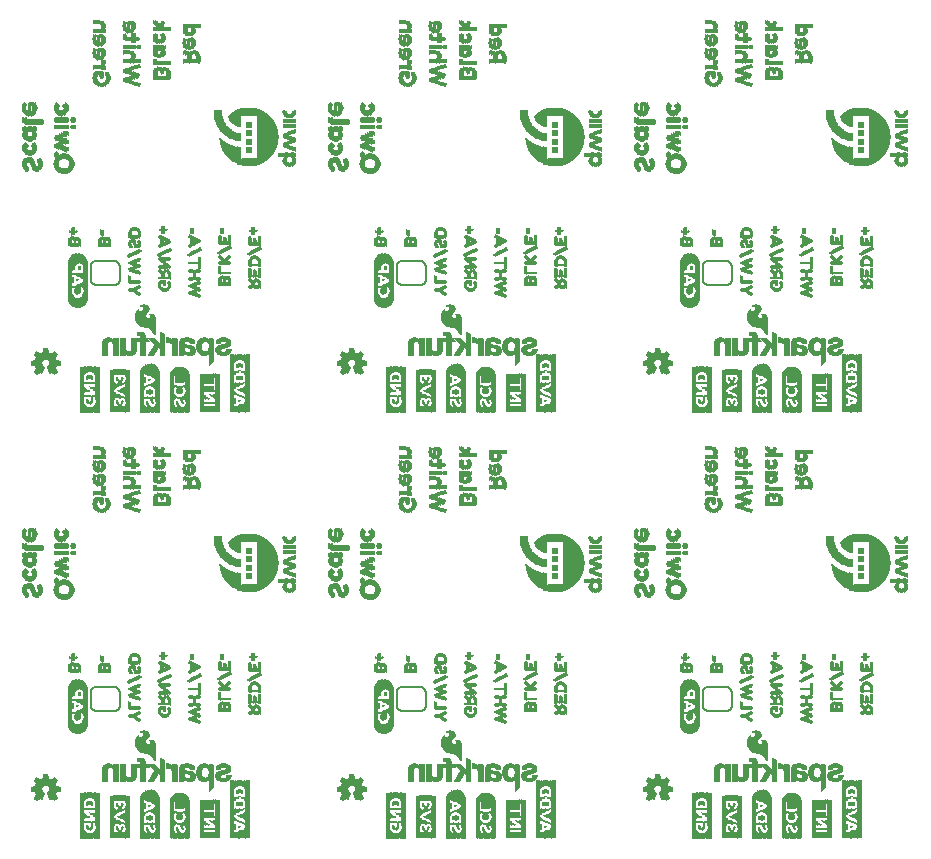
<source format=gbo>
G75*
%MOIN*%
%OFA0B0*%
%FSLAX25Y25*%
%IPPOS*%
%LPD*%
%AMOC8*
5,1,8,0,0,1.08239X$1,22.5*
%
%ADD10C,0.00299*%
%ADD11R,0.00157X0.13858*%
%ADD12R,0.00157X0.14331*%
%ADD13R,0.00157X0.14646*%
%ADD14R,0.00157X0.14961*%
%ADD15R,0.00157X0.15118*%
%ADD16R,0.00157X0.15276*%
%ADD17R,0.00157X0.15433*%
%ADD18R,0.00157X0.02835*%
%ADD19R,0.00157X0.11969*%
%ADD20R,0.00157X0.02520*%
%ADD21R,0.00157X0.01102*%
%ADD22R,0.00157X0.03150*%
%ADD23R,0.00157X0.04567*%
%ADD24R,0.00157X0.02205*%
%ADD25R,0.00157X0.00787*%
%ADD26R,0.00157X0.02677*%
%ADD27R,0.00157X0.04409*%
%ADD28R,0.00157X0.02047*%
%ADD29R,0.00157X0.00630*%
%ADD30R,0.00157X0.01890*%
%ADD31R,0.00157X0.01732*%
%ADD32R,0.00157X0.01575*%
%ADD33R,0.00157X0.00945*%
%ADD34R,0.00157X0.02362*%
%ADD35R,0.00157X0.01260*%
%ADD36R,0.00157X0.01417*%
%ADD37R,0.00157X0.04252*%
%ADD38R,0.00157X0.00315*%
%ADD39R,0.00157X0.04094*%
%ADD40R,0.00157X0.00472*%
%ADD41R,0.00157X0.03937*%
%ADD42R,0.00157X0.03307*%
%ADD43R,0.00157X0.03780*%
%ADD44R,0.00157X0.03465*%
%ADD45R,0.00157X0.02992*%
%ADD46R,0.00157X0.12913*%
%ADD47R,0.00157X0.13386*%
%ADD48R,0.00157X0.13701*%
%ADD49R,0.00157X0.14016*%
%ADD50R,0.00157X0.14173*%
%ADD51R,0.00157X0.14488*%
%ADD52R,0.00157X0.07087*%
%ADD53R,0.00157X0.04882*%
%ADD54R,0.00157X0.05039*%
%ADD55R,0.00157X0.05197*%
%ADD56R,0.00157X0.03622*%
%ADD57R,0.00157X0.00157*%
%ADD58R,0.00157X0.11024*%
%ADD59R,0.00157X0.12756*%
%ADD60R,0.00079X0.01654*%
%ADD61R,0.00079X0.03228*%
%ADD62R,0.00079X0.03858*%
%ADD63R,0.00079X0.04646*%
%ADD64R,0.00079X0.05276*%
%ADD65R,0.00079X0.05748*%
%ADD66R,0.00079X0.06299*%
%ADD67R,0.00079X0.06693*%
%ADD68R,0.00079X0.07165*%
%ADD69R,0.00079X0.07480*%
%ADD70R,0.00079X0.07795*%
%ADD71R,0.00079X0.08268*%
%ADD72R,0.00079X0.08504*%
%ADD73R,0.00079X0.08898*%
%ADD74R,0.00079X0.09213*%
%ADD75R,0.00079X0.09449*%
%ADD76R,0.00079X0.09764*%
%ADD77R,0.00079X0.10000*%
%ADD78R,0.00079X0.10236*%
%ADD79R,0.00079X0.10551*%
%ADD80R,0.00079X0.10709*%
%ADD81R,0.00079X0.11024*%
%ADD82R,0.00079X0.11181*%
%ADD83R,0.00079X0.11417*%
%ADD84R,0.00079X0.11654*%
%ADD85R,0.00079X0.11811*%
%ADD86R,0.00079X0.12047*%
%ADD87R,0.00079X0.12283*%
%ADD88R,0.00079X0.12441*%
%ADD89R,0.00079X0.12598*%
%ADD90R,0.00079X0.12835*%
%ADD91R,0.00079X0.12992*%
%ADD92R,0.00079X0.13150*%
%ADD93R,0.00079X0.13307*%
%ADD94R,0.00079X0.13465*%
%ADD95R,0.00079X0.13622*%
%ADD96R,0.00079X0.13858*%
%ADD97R,0.00079X0.13937*%
%ADD98R,0.00079X0.14094*%
%ADD99R,0.00079X0.14252*%
%ADD100R,0.00079X0.14409*%
%ADD101R,0.00079X0.14567*%
%ADD102R,0.00079X0.14724*%
%ADD103R,0.00079X0.14882*%
%ADD104R,0.00079X0.14961*%
%ADD105R,0.00079X0.15118*%
%ADD106R,0.00079X0.15197*%
%ADD107R,0.00079X0.15354*%
%ADD108R,0.00079X0.15512*%
%ADD109R,0.00079X0.15591*%
%ADD110R,0.00079X0.15669*%
%ADD111R,0.00079X0.15827*%
%ADD112R,0.00079X0.15984*%
%ADD113R,0.00079X0.16063*%
%ADD114R,0.00079X0.16142*%
%ADD115R,0.00079X0.16220*%
%ADD116R,0.00079X0.16378*%
%ADD117R,0.00079X0.16457*%
%ADD118R,0.00079X0.16535*%
%ADD119R,0.00079X0.16693*%
%ADD120R,0.00079X0.16772*%
%ADD121R,0.00079X0.16850*%
%ADD122R,0.00079X0.16929*%
%ADD123R,0.00079X0.17008*%
%ADD124R,0.00079X0.17087*%
%ADD125R,0.00079X0.17244*%
%ADD126R,0.00079X0.17323*%
%ADD127R,0.00079X0.17480*%
%ADD128R,0.00079X0.17559*%
%ADD129R,0.00079X0.17717*%
%ADD130R,0.00079X0.17795*%
%ADD131R,0.00079X0.17874*%
%ADD132R,0.00079X0.17953*%
%ADD133R,0.00079X0.18031*%
%ADD134R,0.00079X0.18110*%
%ADD135R,0.00079X0.18189*%
%ADD136R,0.00079X0.18268*%
%ADD137R,0.00079X0.18346*%
%ADD138R,0.00079X0.18425*%
%ADD139R,0.00079X0.18504*%
%ADD140R,0.00079X0.18583*%
%ADD141R,0.00079X0.18661*%
%ADD142R,0.00079X0.02362*%
%ADD143R,0.00079X0.02520*%
%ADD144R,0.00079X0.02441*%
%ADD145R,0.00079X0.02283*%
%ADD146R,0.00079X0.02598*%
%ADD147R,0.00079X0.02677*%
%ADD148R,0.00079X0.02756*%
%ADD149R,0.00079X0.01811*%
%ADD150R,0.00079X0.01890*%
%ADD151R,0.00079X0.01969*%
%ADD152R,0.00079X0.02835*%
%ADD153R,0.00079X0.02205*%
%ADD154R,0.00079X0.05827*%
%ADD155R,0.00079X0.06220*%
%ADD156R,0.00079X0.06142*%
%ADD157R,0.00079X0.06063*%
%ADD158R,0.00079X0.05984*%
%ADD159R,0.00079X0.05906*%
%ADD160R,0.00079X0.05669*%
%ADD161R,0.00079X0.05512*%
%ADD162R,0.00079X0.05591*%
%ADD163R,0.00079X0.05433*%
%ADD164R,0.00079X0.05354*%
%ADD165R,0.00079X0.05197*%
%ADD166R,0.00079X0.05118*%
%ADD167R,0.00079X0.04961*%
%ADD168R,0.00079X0.04803*%
%ADD169R,0.00079X0.04724*%
%ADD170R,0.00079X0.04488*%
%ADD171R,0.00079X0.02913*%
%ADD172R,0.00079X0.04331*%
%ADD173R,0.00079X0.04252*%
%ADD174R,0.00079X0.04094*%
%ADD175R,0.00079X0.04016*%
%ADD176R,0.00079X0.03937*%
%ADD177R,0.00079X0.03780*%
%ADD178R,0.00079X0.03622*%
%ADD179R,0.00079X0.02992*%
%ADD180R,0.00079X0.03543*%
%ADD181R,0.00079X0.03386*%
%ADD182R,0.00079X0.05039*%
%ADD183R,0.00079X0.03150*%
%ADD184R,0.00079X0.03071*%
%ADD185R,0.00079X0.02126*%
%ADD186R,0.00079X0.04882*%
%ADD187R,0.00079X0.01732*%
%ADD188R,0.00079X0.01496*%
%ADD189R,0.00079X0.01260*%
%ADD190R,0.00079X0.01102*%
%ADD191R,0.00079X0.03307*%
%ADD192R,0.00079X0.00866*%
%ADD193R,0.00079X0.00551*%
%ADD194R,0.00079X0.04567*%
%ADD195R,0.00079X0.00079*%
%ADD196R,0.00079X0.03465*%
%ADD197R,0.00079X0.04409*%
%ADD198R,0.00079X0.03701*%
%ADD199R,0.00079X0.04173*%
%ADD200R,0.00079X0.00236*%
%ADD201R,0.00079X0.07244*%
%ADD202R,0.00079X0.07087*%
%ADD203R,0.00079X0.07008*%
%ADD204R,0.00079X0.06929*%
%ADD205R,0.00079X0.06850*%
%ADD206R,0.00079X0.01575*%
%ADD207R,0.00079X0.01181*%
%ADD208R,0.00079X0.06614*%
%ADD209R,0.00079X0.00472*%
%ADD210R,0.00079X0.06535*%
%ADD211R,0.00079X0.06378*%
%ADD212R,0.00079X0.01063*%
%ADD213R,0.00079X0.01378*%
%ADD214R,0.00079X0.01457*%
%ADD215R,0.00079X0.01417*%
%ADD216R,0.00079X0.00827*%
%ADD217R,0.00079X0.01299*%
%ADD218R,0.00079X0.01142*%
%ADD219R,0.00118X0.02598*%
%ADD220R,0.00118X0.01457*%
%ADD221R,0.00118X0.01378*%
%ADD222R,0.00118X0.01575*%
%ADD223R,0.00118X0.01732*%
%ADD224R,0.00079X0.04213*%
%ADD225R,0.00079X0.02047*%
%ADD226R,0.00079X0.01929*%
%ADD227R,0.00079X0.01614*%
%ADD228R,0.00079X0.01772*%
%ADD229R,0.00079X0.01693*%
%ADD230R,0.00079X0.01535*%
%ADD231R,0.00118X0.01535*%
%ADD232R,0.00118X0.01693*%
%ADD233R,0.00118X0.01299*%
%ADD234R,0.00118X0.02205*%
%ADD235R,0.00118X0.01220*%
%ADD236R,0.00079X0.01220*%
%ADD237R,0.00079X0.01339*%
%ADD238R,0.00118X0.01260*%
%ADD239R,0.00118X0.01063*%
%ADD240R,0.00118X0.01142*%
%ADD241R,0.00079X0.02402*%
%ADD242R,0.00079X0.02008*%
%ADD243R,0.00118X0.04331*%
%ADD244R,0.00118X0.01772*%
%ADD245R,0.00118X0.01969*%
%ADD246R,0.00079X0.04134*%
%ADD247R,0.00079X0.00984*%
%ADD248R,0.00079X0.00748*%
%ADD249C,0.00300*%
%ADD250C,0.00600*%
%ADD251R,0.00236X0.00866*%
%ADD252R,0.00197X0.02402*%
%ADD253R,0.00197X0.01339*%
%ADD254R,0.00197X0.01299*%
%ADD255R,0.00236X0.03465*%
%ADD256R,0.00236X0.01339*%
%ADD257R,0.00236X0.01299*%
%ADD258R,0.00197X0.03661*%
%ADD259R,0.00236X0.03898*%
%ADD260R,0.00197X0.04134*%
%ADD261R,0.00236X0.04331*%
%ADD262R,0.00197X0.04331*%
%ADD263R,0.00236X0.01496*%
%ADD264R,0.00197X0.01496*%
%ADD265R,0.00197X0.01063*%
%ADD266R,0.00197X0.01102*%
%ADD267R,0.00197X0.01535*%
%ADD268R,0.00236X0.03268*%
%ADD269R,0.00236X0.02362*%
%ADD270R,0.00236X0.00630*%
%ADD271R,0.00197X0.01929*%
%ADD272R,0.00197X0.03701*%
%ADD273R,0.00197X0.02795*%
%ADD274R,0.00236X0.02205*%
%ADD275R,0.00236X0.03228*%
%ADD276R,0.00236X0.01772*%
%ADD277R,0.00197X0.02205*%
%ADD278R,0.00197X0.04094*%
%ADD279R,0.00197X0.03425*%
%ADD280R,0.00197X0.01969*%
%ADD281R,0.00236X0.04094*%
%ADD282R,0.00197X0.03228*%
%ADD283R,0.00236X0.02165*%
%ADD284R,0.00236X0.01732*%
%ADD285R,0.00236X0.01535*%
%ADD286R,0.00236X0.00433*%
%ADD287R,0.00236X0.02992*%
%ADD288R,0.00197X0.01732*%
%ADD289R,0.00197X0.02598*%
%ADD290R,0.00236X0.02598*%
%ADD291R,0.00197X0.04567*%
%ADD292R,0.00236X0.01969*%
%ADD293R,0.00236X0.04134*%
%ADD294R,0.00197X0.03898*%
%ADD295R,0.00236X0.03661*%
%ADD296R,0.00197X0.00866*%
%ADD297R,0.00197X0.03504*%
%ADD298R,0.00236X0.01693*%
%ADD299R,0.00236X0.01102*%
%ADD300R,0.00197X0.00236*%
%ADD301R,0.00236X0.03031*%
%ADD302R,0.00236X0.02835*%
%ADD303R,0.00236X0.02795*%
%ADD304R,0.00197X0.03031*%
%ADD305R,0.00197X0.03268*%
%ADD306R,0.00197X0.02559*%
%ADD307R,0.00236X0.02559*%
%ADD308R,0.00197X0.01772*%
%ADD309R,0.00197X0.02126*%
%ADD310R,0.00197X0.03937*%
%ADD311R,0.00236X0.03701*%
%ADD312R,0.00197X0.02165*%
%ADD313R,0.00197X0.01693*%
%ADD314R,0.00236X0.04528*%
%ADD315R,0.00236X0.00669*%
%ADD316R,0.00197X0.04528*%
%ADD317R,0.00236X0.04291*%
%ADD318R,0.00236X0.00906*%
%ADD319R,0.00236X0.00472*%
%ADD320R,0.00197X0.03465*%
%ADD321R,0.00197X0.03858*%
%ADD322R,0.00236X0.03858*%
%ADD323R,0.00197X0.02362*%
%ADD324R,0.00236X0.01063*%
%ADD325R,0.00197X0.00394*%
%ADD326R,0.00197X0.00630*%
%ADD327R,0.00236X0.00827*%
%ADD328R,0.00197X0.03071*%
%ADD329R,0.00197X0.02835*%
%ADD330R,0.00236X0.06063*%
%ADD331R,0.00236X0.03071*%
%ADD332R,0.00197X0.06063*%
%ADD333R,0.00236X0.02402*%
%ADD334R,0.00197X0.01260*%
%ADD335R,0.00236X0.01260*%
%ADD336R,0.00157X0.19055*%
%ADD337R,0.00157X0.05669*%
%ADD338R,0.00157X0.13228*%
%ADD339R,0.00236X0.01024*%
%ADD340R,0.00276X0.01535*%
%ADD341R,0.00276X0.01811*%
%ADD342R,0.00236X0.01811*%
%ADD343R,0.00276X0.03819*%
%ADD344R,0.00236X0.04370*%
%ADD345R,0.00276X0.04843*%
%ADD346R,0.00236X0.05394*%
%ADD347R,0.00236X0.00512*%
%ADD348R,0.00236X0.00748*%
%ADD349R,0.00276X0.05866*%
%ADD350R,0.00236X0.02283*%
%ADD351R,0.00276X0.02047*%
%ADD352R,0.00276X0.01024*%
%ADD353R,0.00276X0.01063*%
%ADD354R,0.00276X0.01260*%
%ADD355R,0.00276X0.01299*%
%ADD356R,0.00276X0.01772*%
%ADD357R,0.00276X0.03346*%
%ADD358R,0.00236X0.03819*%
%ADD359R,0.00276X0.04094*%
%ADD360R,0.00276X0.02283*%
%ADD361R,0.00236X0.06102*%
%ADD362R,0.00236X0.00551*%
%ADD363R,0.00276X0.01575*%
%ADD364R,0.00236X0.05866*%
%ADD365R,0.00276X0.05630*%
%ADD366R,0.00236X0.02323*%
%ADD367R,0.00236X0.02047*%
%ADD368R,0.00236X0.05354*%
%ADD369R,0.00276X0.02559*%
%ADD370R,0.00276X0.02323*%
%ADD371R,0.00236X0.06614*%
%ADD372R,0.00276X0.06654*%
%ADD373R,0.00236X0.06378*%
%ADD374R,0.00276X0.06142*%
%ADD375R,0.00276X0.01496*%
%ADD376R,0.00236X0.03543*%
%ADD377R,0.00276X0.02795*%
%ADD378R,0.00276X0.00748*%
%ADD379R,0.00236X0.00787*%
%ADD380R,0.00276X0.03583*%
%ADD381R,0.00276X0.04331*%
%ADD382R,0.00236X0.03346*%
%ADD383R,0.00276X0.04370*%
%ADD384R,0.00236X0.03307*%
%ADD385R,0.00236X0.04606*%
%ADD386R,0.00276X0.04606*%
%ADD387R,0.00236X0.04882*%
%ADD388R,0.00276X0.04882*%
%ADD389R,0.00236X0.02087*%
%ADD390R,0.00236X0.01575*%
%ADD391R,0.00276X0.02520*%
%ADD392R,0.00276X0.00787*%
%ADD393R,0.00236X0.04843*%
%ADD394R,0.00236X0.02520*%
%ADD395R,0.00276X0.03858*%
%ADD396R,0.00236X0.02008*%
%ADD397R,0.00236X0.03583*%
%ADD398R,0.00276X0.02835*%
%ADD399R,0.00236X0.00236*%
%ADD400R,0.00236X0.00984*%
%ADD401R,0.00157X0.15591*%
%ADD402R,0.00157X0.15906*%
%ADD403R,0.00157X0.16220*%
%ADD404R,0.00157X0.16535*%
%ADD405R,0.00157X0.04724*%
%ADD406R,0.00157X0.11654*%
%ADD407R,0.00157X0.05354*%
D10*
X0054458Y0050748D02*
X0055284Y0051850D01*
X0055245Y0051929D01*
X0055206Y0051968D01*
X0055166Y0052047D01*
X0055166Y0052086D01*
X0055127Y0052165D01*
X0055087Y0052204D01*
X0055048Y0052283D01*
X0055048Y0052322D01*
X0054969Y0052480D01*
X0054969Y0052519D01*
X0054930Y0052598D01*
X0054930Y0052637D01*
X0054891Y0052716D01*
X0054891Y0052795D01*
X0054851Y0052834D01*
X0053473Y0053070D01*
X0053473Y0054330D01*
X0054891Y0054566D01*
X0054891Y0054724D01*
X0054930Y0054763D01*
X0054930Y0054842D01*
X0054969Y0054881D01*
X0055009Y0054960D01*
X0055009Y0055039D01*
X0055048Y0055078D01*
X0055048Y0055157D01*
X0055087Y0055196D01*
X0055127Y0055275D01*
X0055166Y0055314D01*
X0055166Y0055393D01*
X0055206Y0055433D01*
X0055245Y0055511D01*
X0055284Y0055551D01*
X0054458Y0056692D01*
X0055363Y0057559D01*
X0056505Y0056771D01*
X0056544Y0056811D01*
X0056623Y0056850D01*
X0056662Y0056850D01*
X0056741Y0056889D01*
X0056780Y0056929D01*
X0056859Y0056968D01*
X0056898Y0056968D01*
X0056977Y0057007D01*
X0057017Y0057047D01*
X0057095Y0057047D01*
X0057174Y0057086D01*
X0057213Y0057086D01*
X0057292Y0057125D01*
X0057332Y0057125D01*
X0057410Y0057165D01*
X0057489Y0057165D01*
X0057725Y0058543D01*
X0058985Y0058543D01*
X0059221Y0057165D01*
X0059261Y0057165D01*
X0059339Y0057125D01*
X0059418Y0057125D01*
X0059458Y0057086D01*
X0059536Y0057086D01*
X0059615Y0057047D01*
X0059654Y0057047D01*
X0059733Y0057007D01*
X0059773Y0056968D01*
X0059851Y0056968D01*
X0059891Y0056929D01*
X0059969Y0056889D01*
X0060009Y0056850D01*
X0060087Y0056850D01*
X0060127Y0056811D01*
X0060206Y0056771D01*
X0061347Y0057559D01*
X0062213Y0056692D01*
X0061426Y0055551D01*
X0061465Y0055511D01*
X0061465Y0055433D01*
X0061505Y0055393D01*
X0061544Y0055314D01*
X0061584Y0055275D01*
X0061584Y0055196D01*
X0061623Y0055157D01*
X0061662Y0055078D01*
X0061662Y0055039D01*
X0061741Y0054881D01*
X0061741Y0054842D01*
X0061780Y0054763D01*
X0061780Y0054724D01*
X0061820Y0054645D01*
X0061820Y0054566D01*
X0063198Y0054330D01*
X0063198Y0053070D01*
X0061820Y0052834D01*
X0061820Y0052795D01*
X0061780Y0052716D01*
X0061780Y0052637D01*
X0061741Y0052598D01*
X0061741Y0052519D01*
X0061702Y0052480D01*
X0061662Y0052401D01*
X0061662Y0052322D01*
X0061623Y0052283D01*
X0061623Y0052204D01*
X0061584Y0052165D01*
X0061544Y0052086D01*
X0061505Y0052047D01*
X0061465Y0051968D01*
X0061465Y0051929D01*
X0061426Y0051850D01*
X0062213Y0050748D01*
X0061347Y0049842D01*
X0060206Y0050629D01*
X0060166Y0050629D01*
X0060127Y0050590D01*
X0060087Y0050590D01*
X0060048Y0050551D01*
X0060009Y0050551D01*
X0059969Y0050511D01*
X0059930Y0050511D01*
X0059891Y0050472D01*
X0059851Y0050472D01*
X0059812Y0050433D01*
X0059773Y0050433D01*
X0059733Y0050393D01*
X0059654Y0050393D01*
X0059615Y0050354D01*
X0058828Y0052480D01*
X0058946Y0052519D01*
X0059103Y0052598D01*
X0059182Y0052677D01*
X0059261Y0052716D01*
X0059339Y0052795D01*
X0059379Y0052873D01*
X0059458Y0052952D01*
X0059536Y0053110D01*
X0059576Y0053228D01*
X0059654Y0053385D01*
X0059654Y0053503D01*
X0059694Y0053622D01*
X0059694Y0053858D01*
X0059536Y0054330D01*
X0059379Y0054566D01*
X0059300Y0054645D01*
X0059182Y0054724D01*
X0059103Y0054803D01*
X0058985Y0054881D01*
X0058867Y0054921D01*
X0058749Y0054999D01*
X0058631Y0054999D01*
X0058473Y0055039D01*
X0058198Y0055039D01*
X0058080Y0054999D01*
X0057961Y0054999D01*
X0057843Y0054921D01*
X0057725Y0054881D01*
X0057489Y0054724D01*
X0057332Y0054566D01*
X0057174Y0054330D01*
X0057135Y0054212D01*
X0057056Y0054094D01*
X0057056Y0053976D01*
X0057017Y0053858D01*
X0057017Y0053503D01*
X0057056Y0053385D01*
X0057056Y0053307D01*
X0057095Y0053228D01*
X0057135Y0053110D01*
X0057174Y0053031D01*
X0057253Y0052952D01*
X0057292Y0052873D01*
X0057450Y0052716D01*
X0057528Y0052677D01*
X0057607Y0052598D01*
X0057843Y0052480D01*
X0057056Y0050354D01*
X0057056Y0050393D01*
X0056977Y0050393D01*
X0056938Y0050433D01*
X0056898Y0050433D01*
X0056859Y0050472D01*
X0056820Y0050472D01*
X0056780Y0050511D01*
X0056702Y0050511D01*
X0056662Y0050551D01*
X0056623Y0050551D01*
X0056544Y0050629D01*
X0056505Y0050629D01*
X0055363Y0049842D01*
X0054458Y0050748D01*
X0054483Y0050782D02*
X0057214Y0050782D01*
X0057325Y0051079D02*
X0054706Y0051079D01*
X0054930Y0051377D02*
X0057435Y0051377D01*
X0057545Y0051675D02*
X0055153Y0051675D01*
X0055203Y0051972D02*
X0057655Y0051972D01*
X0057766Y0052270D02*
X0055054Y0052270D01*
X0054945Y0052568D02*
X0057667Y0052568D01*
X0057300Y0052866D02*
X0054667Y0052866D01*
X0053473Y0053163D02*
X0057117Y0053163D01*
X0057031Y0053461D02*
X0053473Y0053461D01*
X0053473Y0053759D02*
X0057017Y0053759D01*
X0057056Y0054057D02*
X0053473Y0054057D01*
X0053618Y0054354D02*
X0057190Y0054354D01*
X0057417Y0054652D02*
X0054891Y0054652D01*
X0055004Y0054950D02*
X0057887Y0054950D01*
X0058824Y0054950D02*
X0061707Y0054950D01*
X0061816Y0054652D02*
X0059290Y0054652D01*
X0059520Y0054354D02*
X0063057Y0054354D01*
X0063198Y0054057D02*
X0059628Y0054057D01*
X0059694Y0053759D02*
X0063198Y0053759D01*
X0063198Y0053461D02*
X0059654Y0053461D01*
X0059554Y0053163D02*
X0063198Y0053163D01*
X0062004Y0052866D02*
X0059375Y0052866D01*
X0059043Y0052568D02*
X0061741Y0052568D01*
X0061623Y0052270D02*
X0058905Y0052270D01*
X0059016Y0051972D02*
X0061468Y0051972D01*
X0061551Y0051675D02*
X0059126Y0051675D01*
X0059236Y0051377D02*
X0061764Y0051377D01*
X0061976Y0051079D02*
X0059346Y0051079D01*
X0059457Y0050782D02*
X0062189Y0050782D01*
X0061961Y0050484D02*
X0060417Y0050484D01*
X0059903Y0050484D02*
X0059567Y0050484D01*
X0060848Y0050186D02*
X0061676Y0050186D01*
X0061392Y0049888D02*
X0061280Y0049888D01*
X0057104Y0050484D02*
X0056808Y0050484D01*
X0056294Y0050484D02*
X0054721Y0050484D01*
X0055019Y0050186D02*
X0055862Y0050186D01*
X0055430Y0049888D02*
X0055317Y0049888D01*
X0055113Y0055247D02*
X0061584Y0055247D01*
X0061432Y0055545D02*
X0055279Y0055545D01*
X0055073Y0055843D02*
X0061628Y0055843D01*
X0061833Y0056141D02*
X0054857Y0056141D01*
X0054642Y0056438D02*
X0062038Y0056438D01*
X0062170Y0056736D02*
X0054503Y0056736D01*
X0054814Y0057034D02*
X0056124Y0057034D01*
X0055692Y0057331D02*
X0055126Y0057331D01*
X0057004Y0057034D02*
X0059680Y0057034D01*
X0059193Y0057331D02*
X0057518Y0057331D01*
X0057569Y0057629D02*
X0059142Y0057629D01*
X0059091Y0057927D02*
X0057620Y0057927D01*
X0057671Y0058225D02*
X0059040Y0058225D01*
X0058989Y0058522D02*
X0057722Y0058522D01*
X0060586Y0057034D02*
X0061872Y0057034D01*
X0061574Y0057331D02*
X0061018Y0057331D01*
X0155473Y0054330D02*
X0155473Y0053070D01*
X0156851Y0052834D01*
X0156891Y0052795D01*
X0156891Y0052716D01*
X0156930Y0052637D01*
X0156930Y0052598D01*
X0156969Y0052519D01*
X0156969Y0052480D01*
X0157048Y0052322D01*
X0157048Y0052283D01*
X0157087Y0052204D01*
X0157127Y0052165D01*
X0157166Y0052086D01*
X0157166Y0052047D01*
X0157206Y0051968D01*
X0157245Y0051929D01*
X0157284Y0051850D01*
X0156458Y0050748D01*
X0157363Y0049842D01*
X0158505Y0050629D01*
X0158544Y0050629D01*
X0158623Y0050551D01*
X0158662Y0050551D01*
X0158702Y0050511D01*
X0158780Y0050511D01*
X0158820Y0050472D01*
X0158859Y0050472D01*
X0158898Y0050433D01*
X0158938Y0050433D01*
X0158977Y0050393D01*
X0159056Y0050393D01*
X0159056Y0050354D01*
X0159843Y0052480D01*
X0159607Y0052598D01*
X0159528Y0052677D01*
X0159450Y0052716D01*
X0159292Y0052873D01*
X0159253Y0052952D01*
X0159174Y0053031D01*
X0159135Y0053110D01*
X0159095Y0053228D01*
X0159056Y0053307D01*
X0159056Y0053385D01*
X0159017Y0053503D01*
X0159017Y0053858D01*
X0159056Y0053976D01*
X0159056Y0054094D01*
X0159135Y0054212D01*
X0159174Y0054330D01*
X0159332Y0054566D01*
X0159489Y0054724D01*
X0159725Y0054881D01*
X0159843Y0054921D01*
X0159961Y0054999D01*
X0160080Y0054999D01*
X0160198Y0055039D01*
X0160473Y0055039D01*
X0160631Y0054999D01*
X0160749Y0054999D01*
X0160867Y0054921D01*
X0160985Y0054881D01*
X0161103Y0054803D01*
X0161182Y0054724D01*
X0161300Y0054645D01*
X0161379Y0054566D01*
X0161536Y0054330D01*
X0161694Y0053858D01*
X0161694Y0053622D01*
X0161654Y0053503D01*
X0161654Y0053385D01*
X0161576Y0053228D01*
X0161536Y0053110D01*
X0161458Y0052952D01*
X0161379Y0052873D01*
X0161339Y0052795D01*
X0161261Y0052716D01*
X0161182Y0052677D01*
X0161103Y0052598D01*
X0160946Y0052519D01*
X0160828Y0052480D01*
X0161615Y0050354D01*
X0161654Y0050393D01*
X0161733Y0050393D01*
X0161773Y0050433D01*
X0161812Y0050433D01*
X0161851Y0050472D01*
X0161891Y0050472D01*
X0161930Y0050511D01*
X0161969Y0050511D01*
X0162009Y0050551D01*
X0162048Y0050551D01*
X0162087Y0050590D01*
X0162127Y0050590D01*
X0162166Y0050629D01*
X0162206Y0050629D01*
X0163347Y0049842D01*
X0164213Y0050748D01*
X0163426Y0051850D01*
X0163465Y0051929D01*
X0163465Y0051968D01*
X0163505Y0052047D01*
X0163544Y0052086D01*
X0163584Y0052165D01*
X0163623Y0052204D01*
X0163623Y0052283D01*
X0163662Y0052322D01*
X0163662Y0052401D01*
X0163702Y0052480D01*
X0163741Y0052519D01*
X0163741Y0052598D01*
X0163780Y0052637D01*
X0163780Y0052716D01*
X0163820Y0052795D01*
X0163820Y0052834D01*
X0165198Y0053070D01*
X0165198Y0054330D01*
X0163820Y0054566D01*
X0163820Y0054645D01*
X0163780Y0054724D01*
X0163780Y0054763D01*
X0163741Y0054842D01*
X0163741Y0054881D01*
X0163662Y0055039D01*
X0163662Y0055078D01*
X0163623Y0055157D01*
X0163584Y0055196D01*
X0163584Y0055275D01*
X0163544Y0055314D01*
X0163505Y0055393D01*
X0163465Y0055433D01*
X0163465Y0055511D01*
X0163426Y0055551D01*
X0164213Y0056692D01*
X0163347Y0057559D01*
X0162206Y0056771D01*
X0162127Y0056811D01*
X0162087Y0056850D01*
X0162009Y0056850D01*
X0161969Y0056889D01*
X0161891Y0056929D01*
X0161851Y0056968D01*
X0161773Y0056968D01*
X0161733Y0057007D01*
X0161654Y0057047D01*
X0161615Y0057047D01*
X0161536Y0057086D01*
X0161458Y0057086D01*
X0161418Y0057125D01*
X0161339Y0057125D01*
X0161261Y0057165D01*
X0161221Y0057165D01*
X0160985Y0058543D01*
X0159725Y0058543D01*
X0159489Y0057165D01*
X0159410Y0057165D01*
X0159332Y0057125D01*
X0159292Y0057125D01*
X0159213Y0057086D01*
X0159174Y0057086D01*
X0159095Y0057047D01*
X0159017Y0057047D01*
X0158977Y0057007D01*
X0158898Y0056968D01*
X0158859Y0056968D01*
X0158780Y0056929D01*
X0158741Y0056889D01*
X0158662Y0056850D01*
X0158623Y0056850D01*
X0158544Y0056811D01*
X0158505Y0056771D01*
X0157363Y0057559D01*
X0156458Y0056692D01*
X0157284Y0055551D01*
X0157245Y0055511D01*
X0157206Y0055433D01*
X0157166Y0055393D01*
X0157166Y0055314D01*
X0157127Y0055275D01*
X0157087Y0055196D01*
X0157048Y0055157D01*
X0157048Y0055078D01*
X0157009Y0055039D01*
X0157009Y0054960D01*
X0156969Y0054881D01*
X0156930Y0054842D01*
X0156930Y0054763D01*
X0156891Y0054724D01*
X0156891Y0054566D01*
X0155473Y0054330D01*
X0155618Y0054354D02*
X0159190Y0054354D01*
X0159056Y0054057D02*
X0155473Y0054057D01*
X0155473Y0053759D02*
X0159017Y0053759D01*
X0159031Y0053461D02*
X0155473Y0053461D01*
X0155473Y0053163D02*
X0159117Y0053163D01*
X0159300Y0052866D02*
X0156667Y0052866D01*
X0156945Y0052568D02*
X0159667Y0052568D01*
X0159766Y0052270D02*
X0157054Y0052270D01*
X0157203Y0051972D02*
X0159655Y0051972D01*
X0159545Y0051675D02*
X0157153Y0051675D01*
X0156930Y0051377D02*
X0159435Y0051377D01*
X0159325Y0051079D02*
X0156706Y0051079D01*
X0156483Y0050782D02*
X0159214Y0050782D01*
X0159104Y0050484D02*
X0158808Y0050484D01*
X0158294Y0050484D02*
X0156721Y0050484D01*
X0157019Y0050186D02*
X0157862Y0050186D01*
X0157430Y0049888D02*
X0157317Y0049888D01*
X0161236Y0051377D02*
X0163764Y0051377D01*
X0163976Y0051079D02*
X0161346Y0051079D01*
X0161457Y0050782D02*
X0164189Y0050782D01*
X0163961Y0050484D02*
X0162417Y0050484D01*
X0161903Y0050484D02*
X0161567Y0050484D01*
X0161126Y0051675D02*
X0163551Y0051675D01*
X0163468Y0051972D02*
X0161016Y0051972D01*
X0160905Y0052270D02*
X0163623Y0052270D01*
X0163741Y0052568D02*
X0161043Y0052568D01*
X0161375Y0052866D02*
X0164004Y0052866D01*
X0165198Y0053163D02*
X0161554Y0053163D01*
X0161654Y0053461D02*
X0165198Y0053461D01*
X0165198Y0053759D02*
X0161694Y0053759D01*
X0161628Y0054057D02*
X0165198Y0054057D01*
X0165057Y0054354D02*
X0161520Y0054354D01*
X0161290Y0054652D02*
X0163816Y0054652D01*
X0163707Y0054950D02*
X0160824Y0054950D01*
X0159887Y0054950D02*
X0157004Y0054950D01*
X0157113Y0055247D02*
X0163584Y0055247D01*
X0163432Y0055545D02*
X0157279Y0055545D01*
X0157073Y0055843D02*
X0163628Y0055843D01*
X0163833Y0056141D02*
X0156857Y0056141D01*
X0156642Y0056438D02*
X0164038Y0056438D01*
X0164170Y0056736D02*
X0156503Y0056736D01*
X0156814Y0057034D02*
X0158124Y0057034D01*
X0157692Y0057331D02*
X0157126Y0057331D01*
X0159004Y0057034D02*
X0161680Y0057034D01*
X0161193Y0057331D02*
X0159518Y0057331D01*
X0159569Y0057629D02*
X0161142Y0057629D01*
X0161091Y0057927D02*
X0159620Y0057927D01*
X0159671Y0058225D02*
X0161040Y0058225D01*
X0160989Y0058522D02*
X0159722Y0058522D01*
X0162586Y0057034D02*
X0163872Y0057034D01*
X0163574Y0057331D02*
X0163018Y0057331D01*
X0159417Y0054652D02*
X0156891Y0054652D01*
X0162848Y0050186D02*
X0163676Y0050186D01*
X0163392Y0049888D02*
X0163280Y0049888D01*
X0257473Y0053070D02*
X0258851Y0052834D01*
X0258891Y0052795D01*
X0258891Y0052716D01*
X0258930Y0052637D01*
X0258930Y0052598D01*
X0258969Y0052519D01*
X0258969Y0052480D01*
X0259048Y0052322D01*
X0259048Y0052283D01*
X0259087Y0052204D01*
X0259127Y0052165D01*
X0259166Y0052086D01*
X0259166Y0052047D01*
X0259206Y0051968D01*
X0259245Y0051929D01*
X0259284Y0051850D01*
X0258458Y0050748D01*
X0259363Y0049842D01*
X0260505Y0050629D01*
X0260544Y0050629D01*
X0260623Y0050551D01*
X0260662Y0050551D01*
X0260702Y0050511D01*
X0260780Y0050511D01*
X0260820Y0050472D01*
X0260859Y0050472D01*
X0260898Y0050433D01*
X0260938Y0050433D01*
X0260977Y0050393D01*
X0261056Y0050393D01*
X0261056Y0050354D01*
X0261843Y0052480D01*
X0261607Y0052598D01*
X0261528Y0052677D01*
X0261450Y0052716D01*
X0261292Y0052873D01*
X0261253Y0052952D01*
X0261174Y0053031D01*
X0261135Y0053110D01*
X0261095Y0053228D01*
X0261056Y0053307D01*
X0261056Y0053385D01*
X0261017Y0053503D01*
X0261017Y0053858D01*
X0261056Y0053976D01*
X0261056Y0054094D01*
X0261135Y0054212D01*
X0261174Y0054330D01*
X0261332Y0054566D01*
X0261489Y0054724D01*
X0261725Y0054881D01*
X0261843Y0054921D01*
X0261961Y0054999D01*
X0262080Y0054999D01*
X0262198Y0055039D01*
X0262473Y0055039D01*
X0262631Y0054999D01*
X0262749Y0054999D01*
X0262867Y0054921D01*
X0262985Y0054881D01*
X0263103Y0054803D01*
X0263182Y0054724D01*
X0263300Y0054645D01*
X0263379Y0054566D01*
X0263536Y0054330D01*
X0263694Y0053858D01*
X0263694Y0053622D01*
X0263654Y0053503D01*
X0263654Y0053385D01*
X0263576Y0053228D01*
X0263536Y0053110D01*
X0263458Y0052952D01*
X0263379Y0052873D01*
X0263339Y0052795D01*
X0263261Y0052716D01*
X0263182Y0052677D01*
X0263103Y0052598D01*
X0262946Y0052519D01*
X0262828Y0052480D01*
X0263615Y0050354D01*
X0263654Y0050393D01*
X0263733Y0050393D01*
X0263773Y0050433D01*
X0263812Y0050433D01*
X0263851Y0050472D01*
X0263891Y0050472D01*
X0263930Y0050511D01*
X0263969Y0050511D01*
X0264009Y0050551D01*
X0264048Y0050551D01*
X0264087Y0050590D01*
X0264127Y0050590D01*
X0264166Y0050629D01*
X0264206Y0050629D01*
X0265347Y0049842D01*
X0266213Y0050748D01*
X0265426Y0051850D01*
X0265465Y0051929D01*
X0265465Y0051968D01*
X0265505Y0052047D01*
X0265544Y0052086D01*
X0265584Y0052165D01*
X0265623Y0052204D01*
X0265623Y0052283D01*
X0265662Y0052322D01*
X0265662Y0052401D01*
X0265702Y0052480D01*
X0265741Y0052519D01*
X0265741Y0052598D01*
X0265780Y0052637D01*
X0265780Y0052716D01*
X0265820Y0052795D01*
X0265820Y0052834D01*
X0267198Y0053070D01*
X0267198Y0054330D01*
X0265820Y0054566D01*
X0265820Y0054645D01*
X0265780Y0054724D01*
X0265780Y0054763D01*
X0265741Y0054842D01*
X0265741Y0054881D01*
X0265662Y0055039D01*
X0265662Y0055078D01*
X0265623Y0055157D01*
X0265584Y0055196D01*
X0265584Y0055275D01*
X0265544Y0055314D01*
X0265505Y0055393D01*
X0265465Y0055433D01*
X0265465Y0055511D01*
X0265426Y0055551D01*
X0266213Y0056692D01*
X0265347Y0057559D01*
X0264206Y0056771D01*
X0264127Y0056811D01*
X0264087Y0056850D01*
X0264009Y0056850D01*
X0263969Y0056889D01*
X0263891Y0056929D01*
X0263851Y0056968D01*
X0263773Y0056968D01*
X0263733Y0057007D01*
X0263654Y0057047D01*
X0263615Y0057047D01*
X0263536Y0057086D01*
X0263458Y0057086D01*
X0263418Y0057125D01*
X0263339Y0057125D01*
X0263261Y0057165D01*
X0263221Y0057165D01*
X0262985Y0058543D01*
X0261725Y0058543D01*
X0261489Y0057165D01*
X0261410Y0057165D01*
X0261332Y0057125D01*
X0261292Y0057125D01*
X0261213Y0057086D01*
X0261174Y0057086D01*
X0261095Y0057047D01*
X0261017Y0057047D01*
X0260977Y0057007D01*
X0260898Y0056968D01*
X0260859Y0056968D01*
X0260780Y0056929D01*
X0260741Y0056889D01*
X0260662Y0056850D01*
X0260623Y0056850D01*
X0260544Y0056811D01*
X0260505Y0056771D01*
X0259363Y0057559D01*
X0258458Y0056692D01*
X0259284Y0055551D01*
X0259245Y0055511D01*
X0259206Y0055433D01*
X0259166Y0055393D01*
X0259166Y0055314D01*
X0259127Y0055275D01*
X0259087Y0055196D01*
X0259048Y0055157D01*
X0259048Y0055078D01*
X0259009Y0055039D01*
X0259009Y0054960D01*
X0258969Y0054881D01*
X0258930Y0054842D01*
X0258930Y0054763D01*
X0258891Y0054724D01*
X0258891Y0054566D01*
X0257473Y0054330D01*
X0257473Y0053070D01*
X0257473Y0053163D02*
X0261117Y0053163D01*
X0261031Y0053461D02*
X0257473Y0053461D01*
X0257473Y0053759D02*
X0261017Y0053759D01*
X0261056Y0054057D02*
X0257473Y0054057D01*
X0257618Y0054354D02*
X0261190Y0054354D01*
X0261417Y0054652D02*
X0258891Y0054652D01*
X0259004Y0054950D02*
X0261887Y0054950D01*
X0262824Y0054950D02*
X0265707Y0054950D01*
X0265816Y0054652D02*
X0263290Y0054652D01*
X0263520Y0054354D02*
X0267057Y0054354D01*
X0267198Y0054057D02*
X0263628Y0054057D01*
X0263694Y0053759D02*
X0267198Y0053759D01*
X0267198Y0053461D02*
X0263654Y0053461D01*
X0263554Y0053163D02*
X0267198Y0053163D01*
X0266004Y0052866D02*
X0263375Y0052866D01*
X0263043Y0052568D02*
X0265741Y0052568D01*
X0265623Y0052270D02*
X0262905Y0052270D01*
X0263016Y0051972D02*
X0265468Y0051972D01*
X0265551Y0051675D02*
X0263126Y0051675D01*
X0263236Y0051377D02*
X0265764Y0051377D01*
X0265976Y0051079D02*
X0263346Y0051079D01*
X0263457Y0050782D02*
X0266189Y0050782D01*
X0265961Y0050484D02*
X0264417Y0050484D01*
X0263903Y0050484D02*
X0263567Y0050484D01*
X0264848Y0050186D02*
X0265676Y0050186D01*
X0265392Y0049888D02*
X0265280Y0049888D01*
X0261435Y0051377D02*
X0258930Y0051377D01*
X0259153Y0051675D02*
X0261545Y0051675D01*
X0261655Y0051972D02*
X0259203Y0051972D01*
X0259054Y0052270D02*
X0261766Y0052270D01*
X0261667Y0052568D02*
X0258945Y0052568D01*
X0258667Y0052866D02*
X0261300Y0052866D01*
X0261325Y0051079D02*
X0258706Y0051079D01*
X0258483Y0050782D02*
X0261214Y0050782D01*
X0261104Y0050484D02*
X0260808Y0050484D01*
X0260294Y0050484D02*
X0258721Y0050484D01*
X0259019Y0050186D02*
X0259862Y0050186D01*
X0259430Y0049888D02*
X0259317Y0049888D01*
X0259113Y0055247D02*
X0265584Y0055247D01*
X0265432Y0055545D02*
X0259279Y0055545D01*
X0259073Y0055843D02*
X0265628Y0055843D01*
X0265833Y0056141D02*
X0258857Y0056141D01*
X0258642Y0056438D02*
X0266038Y0056438D01*
X0266170Y0056736D02*
X0258503Y0056736D01*
X0258814Y0057034D02*
X0260124Y0057034D01*
X0259692Y0057331D02*
X0259126Y0057331D01*
X0261004Y0057034D02*
X0263680Y0057034D01*
X0263193Y0057331D02*
X0261518Y0057331D01*
X0261569Y0057629D02*
X0263142Y0057629D01*
X0263091Y0057927D02*
X0261620Y0057927D01*
X0261671Y0058225D02*
X0263040Y0058225D01*
X0262989Y0058522D02*
X0261722Y0058522D01*
X0264586Y0057034D02*
X0265872Y0057034D01*
X0265574Y0057331D02*
X0265018Y0057331D01*
X0265347Y0191842D02*
X0264206Y0192629D01*
X0264166Y0192629D01*
X0264127Y0192590D01*
X0264087Y0192590D01*
X0264048Y0192551D01*
X0264009Y0192551D01*
X0263969Y0192511D01*
X0263930Y0192511D01*
X0263891Y0192472D01*
X0263851Y0192472D01*
X0263812Y0192433D01*
X0263773Y0192433D01*
X0263733Y0192393D01*
X0263654Y0192393D01*
X0263615Y0192354D01*
X0262828Y0194480D01*
X0262946Y0194519D01*
X0263103Y0194598D01*
X0263182Y0194677D01*
X0263261Y0194716D01*
X0263339Y0194795D01*
X0263379Y0194873D01*
X0263458Y0194952D01*
X0263536Y0195110D01*
X0263576Y0195228D01*
X0263654Y0195385D01*
X0263654Y0195503D01*
X0263694Y0195622D01*
X0263694Y0195858D01*
X0263536Y0196330D01*
X0263379Y0196566D01*
X0263300Y0196645D01*
X0263182Y0196724D01*
X0263103Y0196803D01*
X0262985Y0196881D01*
X0262867Y0196921D01*
X0262749Y0196999D01*
X0262631Y0196999D01*
X0262473Y0197039D01*
X0262198Y0197039D01*
X0262080Y0196999D01*
X0261961Y0196999D01*
X0261843Y0196921D01*
X0261725Y0196881D01*
X0261489Y0196724D01*
X0261332Y0196566D01*
X0261174Y0196330D01*
X0261135Y0196212D01*
X0261056Y0196094D01*
X0261056Y0195976D01*
X0261017Y0195858D01*
X0261017Y0195503D01*
X0261056Y0195385D01*
X0261056Y0195307D01*
X0261095Y0195228D01*
X0261135Y0195110D01*
X0261174Y0195031D01*
X0261253Y0194952D01*
X0261292Y0194873D01*
X0261450Y0194716D01*
X0261528Y0194677D01*
X0261607Y0194598D01*
X0261843Y0194480D01*
X0261056Y0192354D01*
X0261056Y0192393D01*
X0260977Y0192393D01*
X0260938Y0192433D01*
X0260898Y0192433D01*
X0260859Y0192472D01*
X0260820Y0192472D01*
X0260780Y0192511D01*
X0260702Y0192511D01*
X0260662Y0192551D01*
X0260623Y0192551D01*
X0260544Y0192629D01*
X0260505Y0192629D01*
X0259363Y0191842D01*
X0258458Y0192748D01*
X0259284Y0193850D01*
X0259245Y0193929D01*
X0259206Y0193968D01*
X0259166Y0194047D01*
X0259166Y0194086D01*
X0259127Y0194165D01*
X0259087Y0194204D01*
X0259048Y0194283D01*
X0259048Y0194322D01*
X0258969Y0194480D01*
X0258969Y0194519D01*
X0258930Y0194598D01*
X0258930Y0194637D01*
X0258891Y0194716D01*
X0258891Y0194795D01*
X0258851Y0194834D01*
X0257473Y0195070D01*
X0257473Y0196330D01*
X0258891Y0196566D01*
X0258891Y0196724D01*
X0258930Y0196763D01*
X0258930Y0196842D01*
X0258969Y0196881D01*
X0259009Y0196960D01*
X0259009Y0197039D01*
X0259048Y0197078D01*
X0259048Y0197157D01*
X0259087Y0197196D01*
X0259127Y0197275D01*
X0259166Y0197314D01*
X0259166Y0197393D01*
X0259206Y0197433D01*
X0259245Y0197511D01*
X0259284Y0197551D01*
X0258458Y0198692D01*
X0259363Y0199559D01*
X0260505Y0198771D01*
X0260544Y0198811D01*
X0260623Y0198850D01*
X0260662Y0198850D01*
X0260741Y0198889D01*
X0260780Y0198929D01*
X0260859Y0198968D01*
X0260898Y0198968D01*
X0260977Y0199007D01*
X0261017Y0199047D01*
X0261095Y0199047D01*
X0261174Y0199086D01*
X0261213Y0199086D01*
X0261292Y0199125D01*
X0261332Y0199125D01*
X0261410Y0199165D01*
X0261489Y0199165D01*
X0261725Y0200543D01*
X0262985Y0200543D01*
X0263221Y0199165D01*
X0263261Y0199165D01*
X0263339Y0199125D01*
X0263418Y0199125D01*
X0263458Y0199086D01*
X0263536Y0199086D01*
X0263615Y0199047D01*
X0263654Y0199047D01*
X0263733Y0199007D01*
X0263773Y0198968D01*
X0263851Y0198968D01*
X0263891Y0198929D01*
X0263969Y0198889D01*
X0264009Y0198850D01*
X0264087Y0198850D01*
X0264127Y0198811D01*
X0264206Y0198771D01*
X0265347Y0199559D01*
X0266213Y0198692D01*
X0265426Y0197551D01*
X0265465Y0197511D01*
X0265465Y0197433D01*
X0265505Y0197393D01*
X0265544Y0197314D01*
X0265584Y0197275D01*
X0265584Y0197196D01*
X0265623Y0197157D01*
X0265662Y0197078D01*
X0265662Y0197039D01*
X0265741Y0196881D01*
X0265741Y0196842D01*
X0265780Y0196763D01*
X0265780Y0196724D01*
X0265820Y0196645D01*
X0265820Y0196566D01*
X0267198Y0196330D01*
X0267198Y0195070D01*
X0265820Y0194834D01*
X0265820Y0194795D01*
X0265780Y0194716D01*
X0265780Y0194637D01*
X0265741Y0194598D01*
X0265741Y0194519D01*
X0265702Y0194480D01*
X0265662Y0194401D01*
X0265662Y0194322D01*
X0265623Y0194283D01*
X0265623Y0194204D01*
X0265584Y0194165D01*
X0265544Y0194086D01*
X0265505Y0194047D01*
X0265465Y0193968D01*
X0265465Y0193929D01*
X0265426Y0193850D01*
X0266213Y0192748D01*
X0265347Y0191842D01*
X0265405Y0191903D02*
X0265259Y0191903D01*
X0264828Y0192200D02*
X0265690Y0192200D01*
X0265975Y0192498D02*
X0264396Y0192498D01*
X0263917Y0192498D02*
X0263562Y0192498D01*
X0263451Y0192796D02*
X0266179Y0192796D01*
X0265966Y0193094D02*
X0263341Y0193094D01*
X0263231Y0193391D02*
X0265754Y0193391D01*
X0265541Y0193689D02*
X0263121Y0193689D01*
X0263010Y0193987D02*
X0265475Y0193987D01*
X0265624Y0194284D02*
X0262900Y0194284D01*
X0263072Y0194582D02*
X0265741Y0194582D01*
X0266087Y0194880D02*
X0263385Y0194880D01*
X0263559Y0195178D02*
X0267198Y0195178D01*
X0267198Y0195475D02*
X0263654Y0195475D01*
X0263694Y0195773D02*
X0267198Y0195773D01*
X0267198Y0196071D02*
X0263623Y0196071D01*
X0263511Y0196369D02*
X0266974Y0196369D01*
X0265809Y0196666D02*
X0263268Y0196666D01*
X0262802Y0196964D02*
X0265700Y0196964D01*
X0265584Y0197262D02*
X0259120Y0197262D01*
X0259009Y0196964D02*
X0261908Y0196964D01*
X0261431Y0196666D02*
X0258891Y0196666D01*
X0259278Y0197559D02*
X0265432Y0197559D01*
X0265637Y0197857D02*
X0259062Y0197857D01*
X0258847Y0198155D02*
X0265843Y0198155D01*
X0266048Y0198453D02*
X0258631Y0198453D01*
X0258518Y0198750D02*
X0266155Y0198750D01*
X0265858Y0199048D02*
X0264607Y0199048D01*
X0265039Y0199346D02*
X0265560Y0199346D01*
X0263612Y0199048D02*
X0261098Y0199048D01*
X0261520Y0199346D02*
X0263190Y0199346D01*
X0263139Y0199644D02*
X0261571Y0199644D01*
X0261622Y0199941D02*
X0263088Y0199941D01*
X0263037Y0200239D02*
X0261673Y0200239D01*
X0261724Y0200537D02*
X0262986Y0200537D01*
X0260103Y0199048D02*
X0258829Y0199048D01*
X0259141Y0199346D02*
X0259672Y0199346D01*
X0261200Y0196369D02*
X0257704Y0196369D01*
X0257473Y0196071D02*
X0261056Y0196071D01*
X0261017Y0195773D02*
X0257473Y0195773D01*
X0257473Y0195475D02*
X0261026Y0195475D01*
X0261112Y0195178D02*
X0257473Y0195178D01*
X0258584Y0194880D02*
X0261289Y0194880D01*
X0261639Y0194582D02*
X0258938Y0194582D01*
X0259048Y0194284D02*
X0261771Y0194284D01*
X0261661Y0193987D02*
X0259196Y0193987D01*
X0259164Y0193689D02*
X0261551Y0193689D01*
X0261440Y0193391D02*
X0258940Y0193391D01*
X0258717Y0193094D02*
X0261330Y0193094D01*
X0261220Y0192796D02*
X0258494Y0192796D01*
X0258707Y0192498D02*
X0260314Y0192498D01*
X0260794Y0192498D02*
X0261109Y0192498D01*
X0259883Y0192200D02*
X0259005Y0192200D01*
X0259302Y0191903D02*
X0259451Y0191903D01*
X0165198Y0195070D02*
X0163820Y0194834D01*
X0163820Y0194795D01*
X0163780Y0194716D01*
X0163780Y0194637D01*
X0163741Y0194598D01*
X0163741Y0194519D01*
X0163702Y0194480D01*
X0163662Y0194401D01*
X0163662Y0194322D01*
X0163623Y0194283D01*
X0163623Y0194204D01*
X0163584Y0194165D01*
X0163544Y0194086D01*
X0163505Y0194047D01*
X0163465Y0193968D01*
X0163465Y0193929D01*
X0163426Y0193850D01*
X0164213Y0192748D01*
X0163347Y0191842D01*
X0162206Y0192629D01*
X0162166Y0192629D01*
X0162127Y0192590D01*
X0162087Y0192590D01*
X0162048Y0192551D01*
X0162009Y0192551D01*
X0161969Y0192511D01*
X0161930Y0192511D01*
X0161891Y0192472D01*
X0161851Y0192472D01*
X0161812Y0192433D01*
X0161773Y0192433D01*
X0161733Y0192393D01*
X0161654Y0192393D01*
X0161615Y0192354D01*
X0160828Y0194480D01*
X0160946Y0194519D01*
X0161103Y0194598D01*
X0161182Y0194677D01*
X0161261Y0194716D01*
X0161339Y0194795D01*
X0161379Y0194873D01*
X0161458Y0194952D01*
X0161536Y0195110D01*
X0161576Y0195228D01*
X0161654Y0195385D01*
X0161654Y0195503D01*
X0161694Y0195622D01*
X0161694Y0195858D01*
X0161536Y0196330D01*
X0161379Y0196566D01*
X0161300Y0196645D01*
X0161182Y0196724D01*
X0161103Y0196803D01*
X0160985Y0196881D01*
X0160867Y0196921D01*
X0160749Y0196999D01*
X0160631Y0196999D01*
X0160473Y0197039D01*
X0160198Y0197039D01*
X0160080Y0196999D01*
X0159961Y0196999D01*
X0159843Y0196921D01*
X0159725Y0196881D01*
X0159489Y0196724D01*
X0159332Y0196566D01*
X0159174Y0196330D01*
X0159135Y0196212D01*
X0159056Y0196094D01*
X0159056Y0195976D01*
X0159017Y0195858D01*
X0159017Y0195503D01*
X0159056Y0195385D01*
X0159056Y0195307D01*
X0159095Y0195228D01*
X0159135Y0195110D01*
X0159174Y0195031D01*
X0159253Y0194952D01*
X0159292Y0194873D01*
X0159450Y0194716D01*
X0159528Y0194677D01*
X0159607Y0194598D01*
X0159843Y0194480D01*
X0159056Y0192354D01*
X0159056Y0192393D01*
X0158977Y0192393D01*
X0158938Y0192433D01*
X0158898Y0192433D01*
X0158859Y0192472D01*
X0158820Y0192472D01*
X0158780Y0192511D01*
X0158702Y0192511D01*
X0158662Y0192551D01*
X0158623Y0192551D01*
X0158544Y0192629D01*
X0158505Y0192629D01*
X0157363Y0191842D01*
X0156458Y0192748D01*
X0157284Y0193850D01*
X0157245Y0193929D01*
X0157206Y0193968D01*
X0157166Y0194047D01*
X0157166Y0194086D01*
X0157127Y0194165D01*
X0157087Y0194204D01*
X0157048Y0194283D01*
X0157048Y0194322D01*
X0156969Y0194480D01*
X0156969Y0194519D01*
X0156930Y0194598D01*
X0156930Y0194637D01*
X0156891Y0194716D01*
X0156891Y0194795D01*
X0156851Y0194834D01*
X0155473Y0195070D01*
X0155473Y0196330D01*
X0156891Y0196566D01*
X0156891Y0196724D01*
X0156930Y0196763D01*
X0156930Y0196842D01*
X0156969Y0196881D01*
X0157009Y0196960D01*
X0157009Y0197039D01*
X0157048Y0197078D01*
X0157048Y0197157D01*
X0157087Y0197196D01*
X0157127Y0197275D01*
X0157166Y0197314D01*
X0157166Y0197393D01*
X0157206Y0197433D01*
X0157245Y0197511D01*
X0157284Y0197551D01*
X0156458Y0198692D01*
X0157363Y0199559D01*
X0158505Y0198771D01*
X0158544Y0198811D01*
X0158623Y0198850D01*
X0158662Y0198850D01*
X0158741Y0198889D01*
X0158780Y0198929D01*
X0158859Y0198968D01*
X0158898Y0198968D01*
X0158977Y0199007D01*
X0159017Y0199047D01*
X0159095Y0199047D01*
X0159174Y0199086D01*
X0159213Y0199086D01*
X0159292Y0199125D01*
X0159332Y0199125D01*
X0159410Y0199165D01*
X0159489Y0199165D01*
X0159725Y0200543D01*
X0160985Y0200543D01*
X0161221Y0199165D01*
X0161261Y0199165D01*
X0161339Y0199125D01*
X0161418Y0199125D01*
X0161458Y0199086D01*
X0161536Y0199086D01*
X0161615Y0199047D01*
X0161654Y0199047D01*
X0161733Y0199007D01*
X0161773Y0198968D01*
X0161851Y0198968D01*
X0161891Y0198929D01*
X0161969Y0198889D01*
X0162009Y0198850D01*
X0162087Y0198850D01*
X0162127Y0198811D01*
X0162206Y0198771D01*
X0163347Y0199559D01*
X0164213Y0198692D01*
X0163426Y0197551D01*
X0163465Y0197511D01*
X0163465Y0197433D01*
X0163505Y0197393D01*
X0163544Y0197314D01*
X0163584Y0197275D01*
X0163584Y0197196D01*
X0163623Y0197157D01*
X0163662Y0197078D01*
X0163662Y0197039D01*
X0163741Y0196881D01*
X0163741Y0196842D01*
X0163780Y0196763D01*
X0163780Y0196724D01*
X0163820Y0196645D01*
X0163820Y0196566D01*
X0165198Y0196330D01*
X0165198Y0195070D01*
X0165198Y0195178D02*
X0161559Y0195178D01*
X0161654Y0195475D02*
X0165198Y0195475D01*
X0165198Y0195773D02*
X0161694Y0195773D01*
X0161623Y0196071D02*
X0165198Y0196071D01*
X0164974Y0196369D02*
X0161511Y0196369D01*
X0161268Y0196666D02*
X0163809Y0196666D01*
X0163700Y0196964D02*
X0160802Y0196964D01*
X0159908Y0196964D02*
X0157009Y0196964D01*
X0157120Y0197262D02*
X0163584Y0197262D01*
X0163432Y0197559D02*
X0157278Y0197559D01*
X0157062Y0197857D02*
X0163637Y0197857D01*
X0163843Y0198155D02*
X0156847Y0198155D01*
X0156631Y0198453D02*
X0164048Y0198453D01*
X0164155Y0198750D02*
X0156518Y0198750D01*
X0156829Y0199048D02*
X0158103Y0199048D01*
X0157672Y0199346D02*
X0157141Y0199346D01*
X0159098Y0199048D02*
X0161612Y0199048D01*
X0161190Y0199346D02*
X0159520Y0199346D01*
X0159571Y0199644D02*
X0161139Y0199644D01*
X0161088Y0199941D02*
X0159622Y0199941D01*
X0159673Y0200239D02*
X0161037Y0200239D01*
X0160986Y0200537D02*
X0159724Y0200537D01*
X0162607Y0199048D02*
X0163858Y0199048D01*
X0163560Y0199346D02*
X0163039Y0199346D01*
X0159431Y0196666D02*
X0156891Y0196666D01*
X0155704Y0196369D02*
X0159200Y0196369D01*
X0159056Y0196071D02*
X0155473Y0196071D01*
X0155473Y0195773D02*
X0159017Y0195773D01*
X0159026Y0195475D02*
X0155473Y0195475D01*
X0155473Y0195178D02*
X0159112Y0195178D01*
X0159289Y0194880D02*
X0156584Y0194880D01*
X0156938Y0194582D02*
X0159639Y0194582D01*
X0159771Y0194284D02*
X0157048Y0194284D01*
X0157196Y0193987D02*
X0159661Y0193987D01*
X0159551Y0193689D02*
X0157164Y0193689D01*
X0156940Y0193391D02*
X0159440Y0193391D01*
X0159330Y0193094D02*
X0156717Y0193094D01*
X0156494Y0192796D02*
X0159220Y0192796D01*
X0159109Y0192498D02*
X0158794Y0192498D01*
X0158314Y0192498D02*
X0156707Y0192498D01*
X0157005Y0192200D02*
X0157883Y0192200D01*
X0157451Y0191903D02*
X0157302Y0191903D01*
X0161231Y0193391D02*
X0163754Y0193391D01*
X0163966Y0193094D02*
X0161341Y0193094D01*
X0161451Y0192796D02*
X0164179Y0192796D01*
X0163975Y0192498D02*
X0162396Y0192498D01*
X0161917Y0192498D02*
X0161562Y0192498D01*
X0161121Y0193689D02*
X0163541Y0193689D01*
X0163475Y0193987D02*
X0161010Y0193987D01*
X0160900Y0194284D02*
X0163624Y0194284D01*
X0163741Y0194582D02*
X0161072Y0194582D01*
X0161385Y0194880D02*
X0164087Y0194880D01*
X0163690Y0192200D02*
X0162828Y0192200D01*
X0163259Y0191903D02*
X0163405Y0191903D01*
X0063198Y0195070D02*
X0061820Y0194834D01*
X0061820Y0194795D01*
X0061780Y0194716D01*
X0061780Y0194637D01*
X0061741Y0194598D01*
X0061741Y0194519D01*
X0061702Y0194480D01*
X0061662Y0194401D01*
X0061662Y0194322D01*
X0061623Y0194283D01*
X0061623Y0194204D01*
X0061584Y0194165D01*
X0061544Y0194086D01*
X0061505Y0194047D01*
X0061465Y0193968D01*
X0061465Y0193929D01*
X0061426Y0193850D01*
X0062213Y0192748D01*
X0061347Y0191842D01*
X0060206Y0192629D01*
X0060166Y0192629D01*
X0060127Y0192590D01*
X0060087Y0192590D01*
X0060048Y0192551D01*
X0060009Y0192551D01*
X0059969Y0192511D01*
X0059930Y0192511D01*
X0059891Y0192472D01*
X0059851Y0192472D01*
X0059812Y0192433D01*
X0059773Y0192433D01*
X0059733Y0192393D01*
X0059654Y0192393D01*
X0059615Y0192354D01*
X0058828Y0194480D01*
X0058946Y0194519D01*
X0059103Y0194598D01*
X0059182Y0194677D01*
X0059261Y0194716D01*
X0059339Y0194795D01*
X0059379Y0194873D01*
X0059458Y0194952D01*
X0059536Y0195110D01*
X0059576Y0195228D01*
X0059654Y0195385D01*
X0059654Y0195503D01*
X0059694Y0195622D01*
X0059694Y0195858D01*
X0059536Y0196330D01*
X0059379Y0196566D01*
X0059300Y0196645D01*
X0059182Y0196724D01*
X0059103Y0196803D01*
X0058985Y0196881D01*
X0058867Y0196921D01*
X0058749Y0196999D01*
X0058631Y0196999D01*
X0058473Y0197039D01*
X0058198Y0197039D01*
X0058080Y0196999D01*
X0057961Y0196999D01*
X0057843Y0196921D01*
X0057725Y0196881D01*
X0057489Y0196724D01*
X0057332Y0196566D01*
X0057174Y0196330D01*
X0057135Y0196212D01*
X0057056Y0196094D01*
X0057056Y0195976D01*
X0057017Y0195858D01*
X0057017Y0195503D01*
X0057056Y0195385D01*
X0057056Y0195307D01*
X0057095Y0195228D01*
X0057135Y0195110D01*
X0057174Y0195031D01*
X0057253Y0194952D01*
X0057292Y0194873D01*
X0057450Y0194716D01*
X0057528Y0194677D01*
X0057607Y0194598D01*
X0057843Y0194480D01*
X0057056Y0192354D01*
X0057056Y0192393D01*
X0056977Y0192393D01*
X0056938Y0192433D01*
X0056898Y0192433D01*
X0056859Y0192472D01*
X0056820Y0192472D01*
X0056780Y0192511D01*
X0056702Y0192511D01*
X0056662Y0192551D01*
X0056623Y0192551D01*
X0056544Y0192629D01*
X0056505Y0192629D01*
X0055363Y0191842D01*
X0054458Y0192748D01*
X0055284Y0193850D01*
X0055245Y0193929D01*
X0055206Y0193968D01*
X0055166Y0194047D01*
X0055166Y0194086D01*
X0055127Y0194165D01*
X0055087Y0194204D01*
X0055048Y0194283D01*
X0055048Y0194322D01*
X0054969Y0194480D01*
X0054969Y0194519D01*
X0054930Y0194598D01*
X0054930Y0194637D01*
X0054891Y0194716D01*
X0054891Y0194795D01*
X0054851Y0194834D01*
X0053473Y0195070D01*
X0053473Y0196330D01*
X0054891Y0196566D01*
X0054891Y0196724D01*
X0054930Y0196763D01*
X0054930Y0196842D01*
X0054969Y0196881D01*
X0055009Y0196960D01*
X0055009Y0197039D01*
X0055048Y0197078D01*
X0055048Y0197157D01*
X0055087Y0197196D01*
X0055127Y0197275D01*
X0055166Y0197314D01*
X0055166Y0197393D01*
X0055206Y0197433D01*
X0055245Y0197511D01*
X0055284Y0197551D01*
X0054458Y0198692D01*
X0055363Y0199559D01*
X0056505Y0198771D01*
X0056544Y0198811D01*
X0056623Y0198850D01*
X0056662Y0198850D01*
X0056741Y0198889D01*
X0056780Y0198929D01*
X0056859Y0198968D01*
X0056898Y0198968D01*
X0056977Y0199007D01*
X0057017Y0199047D01*
X0057095Y0199047D01*
X0057174Y0199086D01*
X0057213Y0199086D01*
X0057292Y0199125D01*
X0057332Y0199125D01*
X0057410Y0199165D01*
X0057489Y0199165D01*
X0057725Y0200543D01*
X0058985Y0200543D01*
X0059221Y0199165D01*
X0059261Y0199165D01*
X0059339Y0199125D01*
X0059418Y0199125D01*
X0059458Y0199086D01*
X0059536Y0199086D01*
X0059615Y0199047D01*
X0059654Y0199047D01*
X0059733Y0199007D01*
X0059773Y0198968D01*
X0059851Y0198968D01*
X0059891Y0198929D01*
X0059969Y0198889D01*
X0060009Y0198850D01*
X0060087Y0198850D01*
X0060127Y0198811D01*
X0060206Y0198771D01*
X0061347Y0199559D01*
X0062213Y0198692D01*
X0061426Y0197551D01*
X0061465Y0197511D01*
X0061465Y0197433D01*
X0061505Y0197393D01*
X0061544Y0197314D01*
X0061584Y0197275D01*
X0061584Y0197196D01*
X0061623Y0197157D01*
X0061662Y0197078D01*
X0061662Y0197039D01*
X0061741Y0196881D01*
X0061741Y0196842D01*
X0061780Y0196763D01*
X0061780Y0196724D01*
X0061820Y0196645D01*
X0061820Y0196566D01*
X0063198Y0196330D01*
X0063198Y0195070D01*
X0063198Y0195178D02*
X0059559Y0195178D01*
X0059654Y0195475D02*
X0063198Y0195475D01*
X0063198Y0195773D02*
X0059694Y0195773D01*
X0059623Y0196071D02*
X0063198Y0196071D01*
X0062974Y0196369D02*
X0059511Y0196369D01*
X0059268Y0196666D02*
X0061809Y0196666D01*
X0061700Y0196964D02*
X0058802Y0196964D01*
X0057908Y0196964D02*
X0055009Y0196964D01*
X0055120Y0197262D02*
X0061584Y0197262D01*
X0061432Y0197559D02*
X0055278Y0197559D01*
X0055062Y0197857D02*
X0061637Y0197857D01*
X0061843Y0198155D02*
X0054847Y0198155D01*
X0054631Y0198453D02*
X0062048Y0198453D01*
X0062155Y0198750D02*
X0054518Y0198750D01*
X0054829Y0199048D02*
X0056103Y0199048D01*
X0055672Y0199346D02*
X0055141Y0199346D01*
X0057098Y0199048D02*
X0059612Y0199048D01*
X0059190Y0199346D02*
X0057520Y0199346D01*
X0057571Y0199644D02*
X0059139Y0199644D01*
X0059088Y0199941D02*
X0057622Y0199941D01*
X0057673Y0200239D02*
X0059037Y0200239D01*
X0058986Y0200537D02*
X0057724Y0200537D01*
X0060607Y0199048D02*
X0061858Y0199048D01*
X0061560Y0199346D02*
X0061039Y0199346D01*
X0057431Y0196666D02*
X0054891Y0196666D01*
X0053704Y0196369D02*
X0057200Y0196369D01*
X0057056Y0196071D02*
X0053473Y0196071D01*
X0053473Y0195773D02*
X0057017Y0195773D01*
X0057026Y0195475D02*
X0053473Y0195475D01*
X0053473Y0195178D02*
X0057112Y0195178D01*
X0057289Y0194880D02*
X0054584Y0194880D01*
X0054938Y0194582D02*
X0057639Y0194582D01*
X0057771Y0194284D02*
X0055048Y0194284D01*
X0055196Y0193987D02*
X0057661Y0193987D01*
X0057551Y0193689D02*
X0055164Y0193689D01*
X0054940Y0193391D02*
X0057440Y0193391D01*
X0057330Y0193094D02*
X0054717Y0193094D01*
X0054494Y0192796D02*
X0057220Y0192796D01*
X0057109Y0192498D02*
X0056794Y0192498D01*
X0056314Y0192498D02*
X0054707Y0192498D01*
X0055005Y0192200D02*
X0055883Y0192200D01*
X0055451Y0191903D02*
X0055302Y0191903D01*
X0059231Y0193391D02*
X0061754Y0193391D01*
X0061966Y0193094D02*
X0059341Y0193094D01*
X0059451Y0192796D02*
X0062179Y0192796D01*
X0061975Y0192498D02*
X0060396Y0192498D01*
X0059917Y0192498D02*
X0059562Y0192498D01*
X0059121Y0193689D02*
X0061541Y0193689D01*
X0061475Y0193987D02*
X0059010Y0193987D01*
X0058900Y0194284D02*
X0061624Y0194284D01*
X0061741Y0194582D02*
X0059072Y0194582D01*
X0059385Y0194880D02*
X0062087Y0194880D01*
X0061690Y0192200D02*
X0060828Y0192200D01*
X0061259Y0191903D02*
X0061405Y0191903D01*
D11*
X0090192Y0186069D03*
X0096491Y0186069D03*
X0192192Y0186069D03*
X0198491Y0186069D03*
X0294192Y0186069D03*
X0300491Y0186069D03*
X0300491Y0044069D03*
X0294192Y0044069D03*
X0198491Y0044069D03*
X0192192Y0044069D03*
X0096491Y0044069D03*
X0090192Y0044069D03*
D12*
X0090350Y0044305D03*
X0086491Y0044463D03*
X0086334Y0044463D03*
X0086176Y0044463D03*
X0086019Y0044463D03*
X0085861Y0044463D03*
X0085704Y0044463D03*
X0085547Y0044463D03*
X0081137Y0044463D03*
X0080980Y0044463D03*
X0080822Y0044463D03*
X0080665Y0044463D03*
X0080507Y0044463D03*
X0080350Y0044463D03*
X0080192Y0044463D03*
X0096334Y0044305D03*
X0100980Y0044305D03*
X0105704Y0044305D03*
X0072334Y0081120D03*
X0066350Y0081120D03*
X0168350Y0081120D03*
X0174334Y0081120D03*
X0182192Y0044463D03*
X0182350Y0044463D03*
X0182507Y0044463D03*
X0182665Y0044463D03*
X0182822Y0044463D03*
X0182980Y0044463D03*
X0183137Y0044463D03*
X0187547Y0044463D03*
X0187704Y0044463D03*
X0187861Y0044463D03*
X0188019Y0044463D03*
X0188176Y0044463D03*
X0188334Y0044463D03*
X0188491Y0044463D03*
X0192350Y0044305D03*
X0198334Y0044305D03*
X0202980Y0044305D03*
X0207704Y0044305D03*
X0270350Y0081120D03*
X0276334Y0081120D03*
X0284192Y0044463D03*
X0284350Y0044463D03*
X0284507Y0044463D03*
X0284665Y0044463D03*
X0284822Y0044463D03*
X0284980Y0044463D03*
X0285137Y0044463D03*
X0289547Y0044463D03*
X0289704Y0044463D03*
X0289861Y0044463D03*
X0290019Y0044463D03*
X0290176Y0044463D03*
X0290334Y0044463D03*
X0290491Y0044463D03*
X0294350Y0044305D03*
X0300334Y0044305D03*
X0304980Y0044305D03*
X0309704Y0044305D03*
X0309704Y0186305D03*
X0304980Y0186305D03*
X0300334Y0186305D03*
X0294350Y0186305D03*
X0290491Y0186463D03*
X0290334Y0186463D03*
X0290176Y0186463D03*
X0290019Y0186463D03*
X0289861Y0186463D03*
X0289704Y0186463D03*
X0289547Y0186463D03*
X0285137Y0186463D03*
X0284980Y0186463D03*
X0284822Y0186463D03*
X0284665Y0186463D03*
X0284507Y0186463D03*
X0284350Y0186463D03*
X0284192Y0186463D03*
X0276334Y0223120D03*
X0270350Y0223120D03*
X0207704Y0186305D03*
X0202980Y0186305D03*
X0198334Y0186305D03*
X0192350Y0186305D03*
X0188491Y0186463D03*
X0188334Y0186463D03*
X0188176Y0186463D03*
X0188019Y0186463D03*
X0187861Y0186463D03*
X0187704Y0186463D03*
X0187547Y0186463D03*
X0183137Y0186463D03*
X0182980Y0186463D03*
X0182822Y0186463D03*
X0182665Y0186463D03*
X0182507Y0186463D03*
X0182350Y0186463D03*
X0182192Y0186463D03*
X0174334Y0223120D03*
X0168350Y0223120D03*
X0105704Y0186305D03*
X0100980Y0186305D03*
X0096334Y0186305D03*
X0090350Y0186305D03*
X0086491Y0186463D03*
X0086334Y0186463D03*
X0086176Y0186463D03*
X0086019Y0186463D03*
X0085861Y0186463D03*
X0085704Y0186463D03*
X0085547Y0186463D03*
X0081137Y0186463D03*
X0080980Y0186463D03*
X0080822Y0186463D03*
X0080665Y0186463D03*
X0080507Y0186463D03*
X0080350Y0186463D03*
X0080192Y0186463D03*
X0072334Y0223120D03*
X0066350Y0223120D03*
D13*
X0090507Y0186463D03*
X0096176Y0186463D03*
X0192507Y0186463D03*
X0198176Y0186463D03*
X0294507Y0186463D03*
X0300176Y0186463D03*
X0300176Y0044463D03*
X0294507Y0044463D03*
X0198176Y0044463D03*
X0192507Y0044463D03*
X0096176Y0044463D03*
X0090507Y0044463D03*
D14*
X0090665Y0044620D03*
X0096019Y0044620D03*
X0072176Y0081120D03*
X0066507Y0081120D03*
X0168507Y0081120D03*
X0174176Y0081120D03*
X0192665Y0044620D03*
X0198019Y0044620D03*
X0270507Y0081120D03*
X0276176Y0081120D03*
X0294665Y0044620D03*
X0300019Y0044620D03*
X0300019Y0186620D03*
X0294665Y0186620D03*
X0276176Y0223120D03*
X0270507Y0223120D03*
X0198019Y0186620D03*
X0192665Y0186620D03*
X0174176Y0223120D03*
X0168507Y0223120D03*
X0096019Y0186620D03*
X0090665Y0186620D03*
X0072176Y0223120D03*
X0066507Y0223120D03*
D15*
X0090822Y0186699D03*
X0095861Y0186699D03*
X0192822Y0186699D03*
X0197861Y0186699D03*
X0294822Y0186699D03*
X0299861Y0186699D03*
X0299861Y0044699D03*
X0294822Y0044699D03*
X0197861Y0044699D03*
X0192822Y0044699D03*
X0095861Y0044699D03*
X0090822Y0044699D03*
D16*
X0090980Y0044778D03*
X0095704Y0044778D03*
X0076491Y0044778D03*
X0076334Y0044778D03*
X0076176Y0044778D03*
X0076019Y0044778D03*
X0075861Y0044778D03*
X0075704Y0044778D03*
X0075547Y0044778D03*
X0071137Y0044778D03*
X0070980Y0044778D03*
X0070822Y0044778D03*
X0070665Y0044778D03*
X0070507Y0044778D03*
X0070350Y0044778D03*
X0070192Y0044778D03*
X0172192Y0044778D03*
X0172350Y0044778D03*
X0172507Y0044778D03*
X0172665Y0044778D03*
X0172822Y0044778D03*
X0172980Y0044778D03*
X0173137Y0044778D03*
X0177547Y0044778D03*
X0177704Y0044778D03*
X0177861Y0044778D03*
X0178019Y0044778D03*
X0178176Y0044778D03*
X0178334Y0044778D03*
X0178491Y0044778D03*
X0192980Y0044778D03*
X0197704Y0044778D03*
X0274192Y0044778D03*
X0274350Y0044778D03*
X0274507Y0044778D03*
X0274665Y0044778D03*
X0274822Y0044778D03*
X0274980Y0044778D03*
X0275137Y0044778D03*
X0279547Y0044778D03*
X0279704Y0044778D03*
X0279861Y0044778D03*
X0280019Y0044778D03*
X0280176Y0044778D03*
X0280334Y0044778D03*
X0280491Y0044778D03*
X0294980Y0044778D03*
X0299704Y0044778D03*
X0299704Y0186778D03*
X0294980Y0186778D03*
X0280491Y0186778D03*
X0280334Y0186778D03*
X0280176Y0186778D03*
X0280019Y0186778D03*
X0279861Y0186778D03*
X0279704Y0186778D03*
X0279547Y0186778D03*
X0275137Y0186778D03*
X0274980Y0186778D03*
X0274822Y0186778D03*
X0274665Y0186778D03*
X0274507Y0186778D03*
X0274350Y0186778D03*
X0274192Y0186778D03*
X0197704Y0186778D03*
X0192980Y0186778D03*
X0178491Y0186778D03*
X0178334Y0186778D03*
X0178176Y0186778D03*
X0178019Y0186778D03*
X0177861Y0186778D03*
X0177704Y0186778D03*
X0177547Y0186778D03*
X0173137Y0186778D03*
X0172980Y0186778D03*
X0172822Y0186778D03*
X0172665Y0186778D03*
X0172507Y0186778D03*
X0172350Y0186778D03*
X0172192Y0186778D03*
X0095704Y0186778D03*
X0090980Y0186778D03*
X0076491Y0186778D03*
X0076334Y0186778D03*
X0076176Y0186778D03*
X0076019Y0186778D03*
X0075861Y0186778D03*
X0075704Y0186778D03*
X0075547Y0186778D03*
X0071137Y0186778D03*
X0070980Y0186778D03*
X0070822Y0186778D03*
X0070665Y0186778D03*
X0070507Y0186778D03*
X0070350Y0186778D03*
X0070192Y0186778D03*
D17*
X0091137Y0186856D03*
X0095547Y0186856D03*
X0193137Y0186856D03*
X0197547Y0186856D03*
X0295137Y0186856D03*
X0299547Y0186856D03*
X0299547Y0044856D03*
X0295137Y0044856D03*
X0197547Y0044856D03*
X0193137Y0044856D03*
X0095547Y0044856D03*
X0091137Y0044856D03*
D18*
X0093027Y0038557D03*
X0095389Y0038557D03*
X0102712Y0044699D03*
X0102869Y0044699D03*
X0103027Y0044699D03*
X0103184Y0044699D03*
X0103342Y0044699D03*
X0103499Y0044699D03*
X0103657Y0044699D03*
X0103814Y0044699D03*
X0105389Y0038557D03*
X0101295Y0050368D03*
X0101452Y0050526D03*
X0101610Y0050526D03*
X0091610Y0051470D03*
X0091452Y0051470D03*
X0085389Y0050211D03*
X0085389Y0038715D03*
X0083814Y0038715D03*
X0083657Y0038715D03*
X0083499Y0038715D03*
X0083342Y0038715D03*
X0083184Y0038715D03*
X0083027Y0038715D03*
X0074129Y0041549D03*
X0071452Y0038557D03*
X0071452Y0050998D03*
X0096610Y0079577D03*
X0099917Y0079577D03*
X0099917Y0083041D03*
X0097869Y0083041D03*
X0097712Y0083041D03*
X0097554Y0083041D03*
X0086295Y0081541D03*
X0086924Y0093352D03*
X0086610Y0096659D03*
X0080074Y0093789D03*
X0076452Y0093789D03*
X0070074Y0093947D03*
X0066452Y0093947D03*
X0097554Y0097844D03*
X0097712Y0097844D03*
X0097869Y0097844D03*
X0098027Y0097844D03*
X0117239Y0094490D03*
X0116924Y0084569D03*
X0116295Y0084569D03*
X0116452Y0080789D03*
X0120074Y0080789D03*
X0127239Y0083569D03*
X0127712Y0079947D03*
X0127869Y0079947D03*
X0129917Y0079947D03*
X0129917Y0087191D03*
X0127239Y0094120D03*
X0127554Y0097585D03*
X0127712Y0097585D03*
X0127869Y0097585D03*
X0128027Y0097585D03*
X0168452Y0093947D03*
X0172074Y0093947D03*
X0178452Y0093789D03*
X0182074Y0093789D03*
X0188924Y0093352D03*
X0188610Y0096659D03*
X0199554Y0097844D03*
X0199712Y0097844D03*
X0199869Y0097844D03*
X0200027Y0097844D03*
X0199869Y0083041D03*
X0199712Y0083041D03*
X0199554Y0083041D03*
X0201917Y0083041D03*
X0201917Y0079577D03*
X0198610Y0079577D03*
X0188295Y0081541D03*
X0218295Y0084569D03*
X0218924Y0084569D03*
X0218452Y0080789D03*
X0222074Y0080789D03*
X0229712Y0079947D03*
X0229869Y0079947D03*
X0231917Y0079947D03*
X0229239Y0083569D03*
X0231917Y0087191D03*
X0229239Y0094120D03*
X0229554Y0097585D03*
X0229712Y0097585D03*
X0229869Y0097585D03*
X0230027Y0097585D03*
X0219239Y0094490D03*
X0223452Y0054935D03*
X0225972Y0038715D03*
X0226129Y0038715D03*
X0207389Y0038557D03*
X0205814Y0044699D03*
X0205657Y0044699D03*
X0205499Y0044699D03*
X0205342Y0044699D03*
X0205184Y0044699D03*
X0205027Y0044699D03*
X0204869Y0044699D03*
X0204712Y0044699D03*
X0197389Y0038557D03*
X0195027Y0038557D03*
X0187389Y0038715D03*
X0185814Y0038715D03*
X0185657Y0038715D03*
X0185499Y0038715D03*
X0185342Y0038715D03*
X0185184Y0038715D03*
X0185027Y0038715D03*
X0176129Y0041549D03*
X0173452Y0038557D03*
X0173452Y0050998D03*
X0187389Y0050211D03*
X0193452Y0051470D03*
X0193610Y0051470D03*
X0203295Y0050368D03*
X0203452Y0050526D03*
X0203610Y0050526D03*
X0270452Y0093947D03*
X0274074Y0093947D03*
X0280452Y0093789D03*
X0284074Y0093789D03*
X0290924Y0093352D03*
X0290610Y0096659D03*
X0301554Y0097844D03*
X0301712Y0097844D03*
X0301869Y0097844D03*
X0302027Y0097844D03*
X0301869Y0083041D03*
X0301712Y0083041D03*
X0301554Y0083041D03*
X0303917Y0083041D03*
X0303917Y0079577D03*
X0300610Y0079577D03*
X0290295Y0081541D03*
X0320295Y0084569D03*
X0320924Y0084569D03*
X0320452Y0080789D03*
X0324074Y0080789D03*
X0331712Y0079947D03*
X0331869Y0079947D03*
X0333917Y0079947D03*
X0331239Y0083569D03*
X0333917Y0087191D03*
X0331239Y0094120D03*
X0331554Y0097585D03*
X0331712Y0097585D03*
X0331869Y0097585D03*
X0332027Y0097585D03*
X0321239Y0094490D03*
X0325452Y0054935D03*
X0327972Y0038715D03*
X0328129Y0038715D03*
X0309389Y0038557D03*
X0307814Y0044699D03*
X0307657Y0044699D03*
X0307499Y0044699D03*
X0307342Y0044699D03*
X0307184Y0044699D03*
X0307027Y0044699D03*
X0306869Y0044699D03*
X0306712Y0044699D03*
X0305295Y0050368D03*
X0305452Y0050526D03*
X0305610Y0050526D03*
X0295610Y0051470D03*
X0295452Y0051470D03*
X0289389Y0050211D03*
X0289389Y0038715D03*
X0287814Y0038715D03*
X0287657Y0038715D03*
X0287499Y0038715D03*
X0287342Y0038715D03*
X0287184Y0038715D03*
X0287027Y0038715D03*
X0278129Y0041549D03*
X0275452Y0038557D03*
X0275452Y0050998D03*
X0297027Y0038557D03*
X0299389Y0038557D03*
X0299389Y0180557D03*
X0297027Y0180557D03*
X0289389Y0180715D03*
X0287814Y0180715D03*
X0287657Y0180715D03*
X0287499Y0180715D03*
X0287342Y0180715D03*
X0287184Y0180715D03*
X0287027Y0180715D03*
X0278129Y0183549D03*
X0275452Y0180557D03*
X0275452Y0192998D03*
X0289389Y0192211D03*
X0295452Y0193470D03*
X0295610Y0193470D03*
X0305295Y0192368D03*
X0305452Y0192526D03*
X0305610Y0192526D03*
X0306712Y0186699D03*
X0306869Y0186699D03*
X0307027Y0186699D03*
X0307184Y0186699D03*
X0307342Y0186699D03*
X0307499Y0186699D03*
X0307657Y0186699D03*
X0307814Y0186699D03*
X0309389Y0180557D03*
X0325452Y0196935D03*
X0327972Y0180715D03*
X0328129Y0180715D03*
X0331712Y0221947D03*
X0331869Y0221947D03*
X0333917Y0221947D03*
X0331239Y0225569D03*
X0333917Y0229191D03*
X0331239Y0236120D03*
X0331554Y0239585D03*
X0331712Y0239585D03*
X0331869Y0239585D03*
X0332027Y0239585D03*
X0321239Y0236490D03*
X0320924Y0226569D03*
X0320295Y0226569D03*
X0320452Y0222789D03*
X0324074Y0222789D03*
X0303917Y0221577D03*
X0300610Y0221577D03*
X0301554Y0225041D03*
X0301712Y0225041D03*
X0301869Y0225041D03*
X0303917Y0225041D03*
X0290295Y0223541D03*
X0290924Y0235352D03*
X0290610Y0238659D03*
X0284074Y0235789D03*
X0280452Y0235789D03*
X0274074Y0235947D03*
X0270452Y0235947D03*
X0301554Y0239844D03*
X0301712Y0239844D03*
X0301869Y0239844D03*
X0302027Y0239844D03*
X0231917Y0229191D03*
X0229239Y0225569D03*
X0229712Y0221947D03*
X0229869Y0221947D03*
X0231917Y0221947D03*
X0222074Y0222789D03*
X0218452Y0222789D03*
X0218295Y0226569D03*
X0218924Y0226569D03*
X0219239Y0236490D03*
X0229239Y0236120D03*
X0229554Y0239585D03*
X0229712Y0239585D03*
X0229869Y0239585D03*
X0230027Y0239585D03*
X0201917Y0225041D03*
X0199869Y0225041D03*
X0199712Y0225041D03*
X0199554Y0225041D03*
X0198610Y0221577D03*
X0201917Y0221577D03*
X0188295Y0223541D03*
X0188924Y0235352D03*
X0188610Y0238659D03*
X0182074Y0235789D03*
X0178452Y0235789D03*
X0172074Y0235947D03*
X0168452Y0235947D03*
X0199554Y0239844D03*
X0199712Y0239844D03*
X0199869Y0239844D03*
X0200027Y0239844D03*
X0193610Y0193470D03*
X0193452Y0193470D03*
X0187389Y0192211D03*
X0187389Y0180715D03*
X0185814Y0180715D03*
X0185657Y0180715D03*
X0185499Y0180715D03*
X0185342Y0180715D03*
X0185184Y0180715D03*
X0185027Y0180715D03*
X0176129Y0183549D03*
X0173452Y0180557D03*
X0173452Y0192998D03*
X0195027Y0180557D03*
X0197389Y0180557D03*
X0204712Y0186699D03*
X0204869Y0186699D03*
X0205027Y0186699D03*
X0205184Y0186699D03*
X0205342Y0186699D03*
X0205499Y0186699D03*
X0205657Y0186699D03*
X0205814Y0186699D03*
X0203295Y0192368D03*
X0203452Y0192526D03*
X0203610Y0192526D03*
X0207389Y0180557D03*
X0225972Y0180715D03*
X0226129Y0180715D03*
X0223452Y0196935D03*
X0129917Y0221947D03*
X0127869Y0221947D03*
X0127712Y0221947D03*
X0127239Y0225569D03*
X0129917Y0229191D03*
X0127239Y0236120D03*
X0127554Y0239585D03*
X0127712Y0239585D03*
X0127869Y0239585D03*
X0128027Y0239585D03*
X0117239Y0236490D03*
X0116924Y0226569D03*
X0116295Y0226569D03*
X0116452Y0222789D03*
X0120074Y0222789D03*
X0099917Y0221577D03*
X0096610Y0221577D03*
X0097554Y0225041D03*
X0097712Y0225041D03*
X0097869Y0225041D03*
X0099917Y0225041D03*
X0086295Y0223541D03*
X0086924Y0235352D03*
X0086610Y0238659D03*
X0080074Y0235789D03*
X0076452Y0235789D03*
X0070074Y0235947D03*
X0066452Y0235947D03*
X0097554Y0239844D03*
X0097712Y0239844D03*
X0097869Y0239844D03*
X0098027Y0239844D03*
X0091610Y0193470D03*
X0091452Y0193470D03*
X0085389Y0192211D03*
X0074129Y0183549D03*
X0071452Y0180557D03*
X0083027Y0180715D03*
X0083184Y0180715D03*
X0083342Y0180715D03*
X0083499Y0180715D03*
X0083657Y0180715D03*
X0083814Y0180715D03*
X0085389Y0180715D03*
X0093027Y0180557D03*
X0095389Y0180557D03*
X0102712Y0186699D03*
X0102869Y0186699D03*
X0103027Y0186699D03*
X0103184Y0186699D03*
X0103342Y0186699D03*
X0103499Y0186699D03*
X0103657Y0186699D03*
X0103814Y0186699D03*
X0101295Y0192368D03*
X0101452Y0192526D03*
X0101610Y0192526D03*
X0105389Y0180557D03*
X0123972Y0180715D03*
X0124129Y0180715D03*
X0121452Y0196935D03*
X0071452Y0192998D03*
X0121452Y0054935D03*
X0123972Y0038715D03*
X0124129Y0038715D03*
D19*
X0095389Y0046746D03*
X0197389Y0046746D03*
X0299389Y0046746D03*
X0299389Y0188746D03*
X0197389Y0188746D03*
X0095389Y0188746D03*
D20*
X0101295Y0184337D03*
X0101295Y0180400D03*
X0095232Y0180400D03*
X0081295Y0180557D03*
X0081452Y0184809D03*
X0081452Y0188116D03*
X0081295Y0192368D03*
X0074917Y0193156D03*
X0071610Y0193156D03*
X0071610Y0180400D03*
X0074917Y0180400D03*
X0121610Y0197093D03*
X0124917Y0197093D03*
X0123499Y0180557D03*
X0123342Y0180557D03*
X0120232Y0222789D03*
X0117082Y0226411D03*
X0118972Y0229719D03*
X0126452Y0229033D03*
X0127869Y0225411D03*
X0128027Y0225411D03*
X0128499Y0225411D03*
X0128657Y0225411D03*
X0130389Y0225726D03*
X0128657Y0235963D03*
X0127869Y0235963D03*
X0130389Y0236278D03*
X0128184Y0239585D03*
X0127397Y0239585D03*
X0120389Y0236648D03*
X0118657Y0236333D03*
X0117869Y0236333D03*
X0098184Y0239844D03*
X0097397Y0239844D03*
X0089917Y0235352D03*
X0086452Y0238502D03*
X0080232Y0235789D03*
X0070232Y0235789D03*
X0067397Y0239411D03*
X0067295Y0223199D03*
X0071232Y0221624D03*
X0100074Y0221577D03*
X0169295Y0223199D03*
X0173232Y0221624D03*
X0172232Y0235789D03*
X0169397Y0239411D03*
X0182232Y0235789D03*
X0188452Y0238502D03*
X0191917Y0235352D03*
X0199397Y0239844D03*
X0200184Y0239844D03*
X0202074Y0221577D03*
X0219082Y0226411D03*
X0220972Y0229719D03*
X0220657Y0236333D03*
X0219869Y0236333D03*
X0222389Y0236648D03*
X0229869Y0235963D03*
X0230657Y0235963D03*
X0232389Y0236278D03*
X0230184Y0239585D03*
X0229397Y0239585D03*
X0228452Y0229033D03*
X0229869Y0225411D03*
X0230027Y0225411D03*
X0230499Y0225411D03*
X0230657Y0225411D03*
X0232389Y0225726D03*
X0222232Y0222789D03*
X0223610Y0197093D03*
X0226917Y0197093D03*
X0225499Y0180557D03*
X0225342Y0180557D03*
X0203295Y0180400D03*
X0203295Y0184337D03*
X0197232Y0180400D03*
X0183295Y0180557D03*
X0183452Y0184809D03*
X0183452Y0188116D03*
X0183295Y0192368D03*
X0176917Y0193156D03*
X0173610Y0193156D03*
X0173610Y0180400D03*
X0176917Y0180400D03*
X0271295Y0223199D03*
X0275232Y0221624D03*
X0274232Y0235789D03*
X0271397Y0239411D03*
X0284232Y0235789D03*
X0290452Y0238502D03*
X0293917Y0235352D03*
X0301397Y0239844D03*
X0302184Y0239844D03*
X0321869Y0236333D03*
X0322657Y0236333D03*
X0324389Y0236648D03*
X0331869Y0235963D03*
X0332657Y0235963D03*
X0334389Y0236278D03*
X0332184Y0239585D03*
X0331397Y0239585D03*
X0330452Y0229033D03*
X0331869Y0225411D03*
X0332027Y0225411D03*
X0332499Y0225411D03*
X0332657Y0225411D03*
X0334389Y0225726D03*
X0324232Y0222789D03*
X0321082Y0226411D03*
X0322972Y0229719D03*
X0304074Y0221577D03*
X0325610Y0197093D03*
X0328917Y0197093D03*
X0327499Y0180557D03*
X0327342Y0180557D03*
X0305295Y0180400D03*
X0305295Y0184337D03*
X0299232Y0180400D03*
X0285295Y0180557D03*
X0285452Y0184809D03*
X0285452Y0188116D03*
X0285295Y0192368D03*
X0278917Y0193156D03*
X0275610Y0193156D03*
X0275610Y0180400D03*
X0278917Y0180400D03*
X0271397Y0097411D03*
X0274232Y0093789D03*
X0284232Y0093789D03*
X0290452Y0096502D03*
X0293917Y0093352D03*
X0301397Y0097844D03*
X0302184Y0097844D03*
X0321869Y0094333D03*
X0322657Y0094333D03*
X0324389Y0094648D03*
X0322972Y0087719D03*
X0321082Y0084411D03*
X0324232Y0080789D03*
X0331869Y0083411D03*
X0332027Y0083411D03*
X0332499Y0083411D03*
X0332657Y0083411D03*
X0334389Y0083726D03*
X0330452Y0087033D03*
X0331869Y0093963D03*
X0332657Y0093963D03*
X0334389Y0094278D03*
X0332184Y0097585D03*
X0331397Y0097585D03*
X0304074Y0079577D03*
X0275232Y0079624D03*
X0271295Y0081199D03*
X0275610Y0051156D03*
X0278917Y0051156D03*
X0285295Y0050368D03*
X0285452Y0046116D03*
X0285452Y0042809D03*
X0285295Y0038557D03*
X0278917Y0038400D03*
X0275610Y0038400D03*
X0299232Y0038400D03*
X0305295Y0038400D03*
X0305295Y0042337D03*
X0327342Y0038557D03*
X0327499Y0038557D03*
X0328917Y0055093D03*
X0325610Y0055093D03*
X0232389Y0083726D03*
X0230657Y0083411D03*
X0230499Y0083411D03*
X0230027Y0083411D03*
X0229869Y0083411D03*
X0228452Y0087033D03*
X0229869Y0093963D03*
X0230657Y0093963D03*
X0232389Y0094278D03*
X0230184Y0097585D03*
X0229397Y0097585D03*
X0222389Y0094648D03*
X0220657Y0094333D03*
X0219869Y0094333D03*
X0220972Y0087719D03*
X0219082Y0084411D03*
X0222232Y0080789D03*
X0202074Y0079577D03*
X0191917Y0093352D03*
X0188452Y0096502D03*
X0182232Y0093789D03*
X0172232Y0093789D03*
X0169397Y0097411D03*
X0169295Y0081199D03*
X0173232Y0079624D03*
X0199397Y0097844D03*
X0200184Y0097844D03*
X0223610Y0055093D03*
X0226917Y0055093D03*
X0225499Y0038557D03*
X0225342Y0038557D03*
X0203295Y0038400D03*
X0203295Y0042337D03*
X0197232Y0038400D03*
X0183295Y0038557D03*
X0183452Y0042809D03*
X0183452Y0046116D03*
X0183295Y0050368D03*
X0176917Y0051156D03*
X0173610Y0051156D03*
X0173610Y0038400D03*
X0176917Y0038400D03*
X0123499Y0038557D03*
X0123342Y0038557D03*
X0124917Y0055093D03*
X0121610Y0055093D03*
X0101295Y0042337D03*
X0101295Y0038400D03*
X0095232Y0038400D03*
X0081295Y0038557D03*
X0081452Y0042809D03*
X0081452Y0046116D03*
X0081295Y0050368D03*
X0074917Y0051156D03*
X0071610Y0051156D03*
X0071610Y0038400D03*
X0074917Y0038400D03*
X0071232Y0079624D03*
X0067295Y0081199D03*
X0070232Y0093789D03*
X0067397Y0097411D03*
X0080232Y0093789D03*
X0086452Y0096502D03*
X0089917Y0093352D03*
X0097397Y0097844D03*
X0098184Y0097844D03*
X0117869Y0094333D03*
X0118657Y0094333D03*
X0120389Y0094648D03*
X0118972Y0087719D03*
X0117082Y0084411D03*
X0120232Y0080789D03*
X0126452Y0087033D03*
X0127869Y0083411D03*
X0128027Y0083411D03*
X0128499Y0083411D03*
X0128657Y0083411D03*
X0130389Y0083726D03*
X0128657Y0093963D03*
X0127869Y0093963D03*
X0130389Y0094278D03*
X0128184Y0097585D03*
X0127397Y0097585D03*
X0100074Y0079577D03*
D21*
X0100389Y0079498D03*
X0098972Y0078081D03*
X0098814Y0078081D03*
X0098657Y0077923D03*
X0098499Y0077923D03*
X0098342Y0077923D03*
X0098184Y0077923D03*
X0098027Y0077923D03*
X0097869Y0078081D03*
X0097712Y0078081D03*
X0097712Y0080600D03*
X0097554Y0080600D03*
X0097397Y0080600D03*
X0097239Y0084065D03*
X0096924Y0084222D03*
X0096610Y0084380D03*
X0096610Y0085640D03*
X0096767Y0085640D03*
X0096924Y0085640D03*
X0097082Y0085640D03*
X0097239Y0085640D03*
X0097397Y0085640D03*
X0097554Y0085640D03*
X0097712Y0085640D03*
X0097869Y0085640D03*
X0098027Y0085640D03*
X0098184Y0085640D03*
X0098342Y0085640D03*
X0098499Y0084222D03*
X0098657Y0084222D03*
X0099129Y0084222D03*
X0100074Y0085640D03*
X0100074Y0088317D03*
X0099917Y0088317D03*
X0099759Y0088317D03*
X0099602Y0088317D03*
X0099444Y0088317D03*
X0099287Y0088317D03*
X0099129Y0088317D03*
X0098972Y0088317D03*
X0098814Y0088317D03*
X0098657Y0088317D03*
X0098499Y0088317D03*
X0098342Y0088317D03*
X0098184Y0088317D03*
X0097397Y0090049D03*
X0097239Y0090049D03*
X0097082Y0089892D03*
X0096924Y0089892D03*
X0096767Y0089734D03*
X0096610Y0089734D03*
X0096295Y0089577D03*
X0097554Y0090207D03*
X0097712Y0090207D03*
X0097869Y0090364D03*
X0098027Y0090364D03*
X0098184Y0090522D03*
X0098342Y0090522D03*
X0098499Y0090679D03*
X0098657Y0090679D03*
X0098814Y0090837D03*
X0098972Y0090837D03*
X0099129Y0090994D03*
X0099287Y0090994D03*
X0099444Y0091152D03*
X0099602Y0091152D03*
X0099917Y0091309D03*
X0100074Y0091309D03*
X0100232Y0091467D03*
X0098499Y0093514D03*
X0098184Y0093356D03*
X0096924Y0092726D03*
X0096767Y0092726D03*
X0096610Y0092569D03*
X0098027Y0095089D03*
X0098342Y0094931D03*
X0099917Y0094144D03*
X0096767Y0095719D03*
X0096610Y0095719D03*
X0090389Y0093431D03*
X0089287Y0092486D03*
X0089129Y0092486D03*
X0088972Y0092486D03*
X0089602Y0090911D03*
X0089759Y0090911D03*
X0089917Y0091069D03*
X0090074Y0091069D03*
X0089444Y0090754D03*
X0089287Y0090754D03*
X0089129Y0090596D03*
X0088972Y0090596D03*
X0088814Y0090439D03*
X0088657Y0090439D03*
X0088342Y0090281D03*
X0088184Y0090281D03*
X0088027Y0090124D03*
X0087869Y0090124D03*
X0087712Y0089967D03*
X0087554Y0089967D03*
X0087397Y0089809D03*
X0087239Y0089809D03*
X0087082Y0089652D03*
X0086924Y0089652D03*
X0086767Y0089494D03*
X0086610Y0089494D03*
X0086452Y0089337D03*
X0086295Y0089337D03*
X0088499Y0087604D03*
X0088657Y0087762D03*
X0088814Y0087762D03*
X0088972Y0087762D03*
X0089129Y0087919D03*
X0089287Y0087919D03*
X0089444Y0087919D03*
X0089602Y0088077D03*
X0089759Y0088077D03*
X0089917Y0088077D03*
X0089917Y0085872D03*
X0089287Y0083982D03*
X0089129Y0083982D03*
X0088972Y0083982D03*
X0088814Y0084140D03*
X0088657Y0084140D03*
X0088499Y0084140D03*
X0089444Y0083825D03*
X0089602Y0083825D03*
X0089917Y0083667D03*
X0090074Y0083667D03*
X0090074Y0080518D03*
X0089917Y0080518D03*
X0089759Y0080518D03*
X0089602Y0080518D03*
X0089444Y0080518D03*
X0089287Y0080518D03*
X0089129Y0080518D03*
X0088972Y0080518D03*
X0088814Y0080518D03*
X0088657Y0080518D03*
X0088499Y0080518D03*
X0088342Y0080518D03*
X0088184Y0080518D03*
X0088027Y0080518D03*
X0087869Y0080518D03*
X0087712Y0080518D03*
X0087554Y0080518D03*
X0087397Y0080518D03*
X0087239Y0080518D03*
X0089129Y0078628D03*
X0089602Y0078943D03*
X0089917Y0079100D03*
X0090074Y0079100D03*
X0089287Y0076896D03*
X0087869Y0077841D03*
X0087712Y0077841D03*
X0087554Y0077841D03*
X0087397Y0077841D03*
X0087239Y0077841D03*
X0087082Y0077841D03*
X0086924Y0077841D03*
X0086767Y0077841D03*
X0086610Y0077841D03*
X0086452Y0077841D03*
X0086610Y0084770D03*
X0086767Y0084770D03*
X0087239Y0092486D03*
X0087239Y0094376D03*
X0087397Y0094376D03*
X0087554Y0094376D03*
X0087712Y0094376D03*
X0087712Y0095793D03*
X0087869Y0095793D03*
X0088027Y0095793D03*
X0088184Y0095793D03*
X0088342Y0095793D03*
X0088499Y0095793D03*
X0088657Y0095793D03*
X0088814Y0095793D03*
X0088972Y0095793D03*
X0089129Y0095793D03*
X0089287Y0095793D03*
X0087554Y0095793D03*
X0087397Y0095793D03*
X0087712Y0098313D03*
X0087869Y0098313D03*
X0088342Y0098470D03*
X0088657Y0098313D03*
X0088814Y0098313D03*
X0079287Y0095128D03*
X0079129Y0095128D03*
X0078972Y0095128D03*
X0077869Y0095128D03*
X0077554Y0095285D03*
X0077554Y0092923D03*
X0077397Y0092923D03*
X0077712Y0092923D03*
X0077869Y0092923D03*
X0078027Y0092923D03*
X0078184Y0092923D03*
X0078342Y0092923D03*
X0078499Y0092923D03*
X0078657Y0092923D03*
X0078814Y0092923D03*
X0078972Y0092923D03*
X0079129Y0092923D03*
X0079287Y0092923D03*
X0069287Y0093081D03*
X0069129Y0093081D03*
X0068972Y0093081D03*
X0068814Y0093081D03*
X0068657Y0093081D03*
X0068499Y0093081D03*
X0068342Y0093081D03*
X0068184Y0093081D03*
X0068027Y0093081D03*
X0067869Y0093081D03*
X0067712Y0093081D03*
X0067554Y0093081D03*
X0067397Y0093081D03*
X0067397Y0095285D03*
X0067554Y0095285D03*
X0067712Y0095285D03*
X0067869Y0095285D03*
X0068972Y0095128D03*
X0069129Y0095128D03*
X0069287Y0095128D03*
X0069657Y0085215D03*
X0069814Y0085215D03*
X0069972Y0085215D03*
X0070129Y0085215D03*
X0069499Y0083010D03*
X0069342Y0083010D03*
X0096452Y0085640D03*
X0106452Y0084270D03*
X0106610Y0084270D03*
X0106767Y0084270D03*
X0106924Y0084270D03*
X0107082Y0084270D03*
X0107239Y0084270D03*
X0107397Y0084270D03*
X0107554Y0084270D03*
X0107712Y0084270D03*
X0108814Y0084270D03*
X0108972Y0084270D03*
X0109129Y0084270D03*
X0109287Y0084270D03*
X0109444Y0084270D03*
X0109602Y0084270D03*
X0109759Y0084270D03*
X0109917Y0084270D03*
X0110074Y0084270D03*
X0110074Y0081750D03*
X0109917Y0081750D03*
X0109759Y0081750D03*
X0109602Y0081750D03*
X0109444Y0081750D03*
X0109287Y0081750D03*
X0109129Y0081750D03*
X0108972Y0081750D03*
X0108814Y0081750D03*
X0107712Y0081750D03*
X0107554Y0081750D03*
X0107397Y0081750D03*
X0107239Y0081750D03*
X0107082Y0081750D03*
X0106924Y0081750D03*
X0106767Y0081750D03*
X0106610Y0081750D03*
X0106452Y0081750D03*
X0108499Y0079860D03*
X0108657Y0080018D03*
X0108814Y0080018D03*
X0108972Y0080018D03*
X0109129Y0080175D03*
X0109287Y0080175D03*
X0109444Y0080175D03*
X0109602Y0080333D03*
X0109759Y0080333D03*
X0109917Y0080333D03*
X0109917Y0078128D03*
X0109287Y0076238D03*
X0109129Y0076238D03*
X0108972Y0076238D03*
X0108814Y0076396D03*
X0108657Y0076396D03*
X0108499Y0076396D03*
X0109444Y0076081D03*
X0109602Y0076081D03*
X0109917Y0075923D03*
X0110074Y0075923D03*
X0106767Y0077026D03*
X0106610Y0077026D03*
X0117397Y0079923D03*
X0117554Y0079923D03*
X0117712Y0079923D03*
X0117869Y0079923D03*
X0118027Y0079923D03*
X0118184Y0079923D03*
X0118342Y0079923D03*
X0118499Y0079923D03*
X0118657Y0079923D03*
X0118814Y0079923D03*
X0118972Y0079923D03*
X0119129Y0079923D03*
X0119287Y0079923D03*
X0119287Y0082128D03*
X0119129Y0082128D03*
X0118972Y0082128D03*
X0117869Y0082128D03*
X0117554Y0082285D03*
X0117554Y0087010D03*
X0117397Y0087010D03*
X0117239Y0087010D03*
X0117082Y0087010D03*
X0116924Y0087010D03*
X0116767Y0087010D03*
X0116610Y0087010D03*
X0116610Y0089057D03*
X0116610Y0090474D03*
X0116452Y0090474D03*
X0116767Y0090632D03*
X0116924Y0090632D03*
X0117082Y0090789D03*
X0117239Y0090789D03*
X0117397Y0090947D03*
X0117554Y0090947D03*
X0117712Y0091104D03*
X0117869Y0091104D03*
X0118027Y0091262D03*
X0118184Y0091262D03*
X0118342Y0091419D03*
X0118499Y0091419D03*
X0118657Y0091577D03*
X0118814Y0091577D03*
X0118972Y0091734D03*
X0119129Y0091734D03*
X0119287Y0091892D03*
X0119444Y0091892D03*
X0119602Y0092049D03*
X0119759Y0092049D03*
X0119917Y0092049D03*
X0120074Y0092207D03*
X0120232Y0092207D03*
X0119287Y0093624D03*
X0119129Y0093624D03*
X0118972Y0093624D03*
X0117712Y0093624D03*
X0117554Y0093624D03*
X0117397Y0093624D03*
X0120074Y0089057D03*
X0119917Y0087010D03*
X0119759Y0087010D03*
X0119602Y0087010D03*
X0119444Y0087010D03*
X0119287Y0087010D03*
X0119129Y0087010D03*
X0126452Y0090104D03*
X0126610Y0090104D03*
X0126767Y0090262D03*
X0126924Y0090262D03*
X0127082Y0090419D03*
X0127239Y0090419D03*
X0127397Y0090577D03*
X0127554Y0090577D03*
X0127712Y0090734D03*
X0127869Y0090734D03*
X0128027Y0090892D03*
X0128184Y0090892D03*
X0128342Y0091049D03*
X0128499Y0091049D03*
X0128657Y0091207D03*
X0128814Y0091207D03*
X0128972Y0091364D03*
X0129129Y0091364D03*
X0129287Y0091522D03*
X0129444Y0091522D03*
X0129602Y0091679D03*
X0129759Y0091679D03*
X0129917Y0091679D03*
X0130074Y0091837D03*
X0130232Y0091837D03*
X0129287Y0093254D03*
X0129129Y0093254D03*
X0128972Y0093254D03*
X0127712Y0093254D03*
X0127554Y0093254D03*
X0127397Y0093254D03*
X0127869Y0088844D03*
X0128027Y0088844D03*
X0128184Y0088844D03*
X0128342Y0088844D03*
X0128499Y0088844D03*
X0128657Y0088844D03*
X0128972Y0088687D03*
X0127712Y0088687D03*
X0128657Y0081285D03*
X0128814Y0081285D03*
X0128972Y0081285D03*
X0129129Y0081128D03*
X0128499Y0081128D03*
X0127239Y0080970D03*
X0127082Y0081128D03*
X0126924Y0081128D03*
X0126610Y0081285D03*
X0126610Y0079081D03*
X0126767Y0079081D03*
X0126924Y0079081D03*
X0127082Y0079081D03*
X0127239Y0079081D03*
X0128499Y0079081D03*
X0128657Y0079081D03*
X0128814Y0079081D03*
X0128972Y0079081D03*
X0129129Y0079081D03*
X0129287Y0079081D03*
X0110232Y0091514D03*
X0110074Y0091514D03*
X0109917Y0091356D03*
X0109759Y0091356D03*
X0109602Y0091199D03*
X0109444Y0091199D03*
X0109287Y0091041D03*
X0109129Y0091041D03*
X0108972Y0090884D03*
X0108814Y0090884D03*
X0108657Y0090726D03*
X0108499Y0090726D03*
X0108184Y0090569D03*
X0108027Y0090569D03*
X0107869Y0090411D03*
X0107712Y0090411D03*
X0107554Y0090254D03*
X0107397Y0090254D03*
X0107239Y0090096D03*
X0107082Y0090096D03*
X0106924Y0089939D03*
X0106767Y0089939D03*
X0106610Y0089781D03*
X0106452Y0089781D03*
X0106610Y0092774D03*
X0106767Y0092774D03*
X0108027Y0093404D03*
X0108342Y0093561D03*
X0108499Y0094978D03*
X0108184Y0095136D03*
X0108027Y0095136D03*
X0106767Y0095766D03*
X0109917Y0094348D03*
X0122397Y0052652D03*
X0124129Y0052652D03*
X0124917Y0050447D03*
X0122397Y0048557D03*
X0121767Y0050447D03*
X0123184Y0046510D03*
X0123342Y0046510D03*
X0123657Y0044620D03*
X0123814Y0044620D03*
X0121452Y0043675D03*
X0114444Y0042573D03*
X0112082Y0042100D03*
X0104759Y0042258D03*
X0104602Y0042100D03*
X0104287Y0041943D03*
X0103657Y0041628D03*
X0102397Y0040368D03*
X0101767Y0042258D03*
X0104287Y0044305D03*
X0105232Y0045722D03*
X0095232Y0041785D03*
X0092397Y0040368D03*
X0091452Y0045407D03*
X0085232Y0046982D03*
X0083972Y0048242D03*
X0084129Y0048400D03*
X0082554Y0048400D03*
X0082397Y0048400D03*
X0083657Y0044463D03*
X0083814Y0044463D03*
X0083657Y0042415D03*
X0085232Y0041943D03*
X0084129Y0040526D03*
X0083972Y0040368D03*
X0082554Y0040526D03*
X0082397Y0040526D03*
X0074287Y0040998D03*
X0073657Y0040368D03*
X0072082Y0044620D03*
X0074444Y0045093D03*
X0074129Y0048715D03*
X0072397Y0048715D03*
X0171342Y0083010D03*
X0171499Y0083010D03*
X0171657Y0085215D03*
X0171814Y0085215D03*
X0171972Y0085215D03*
X0172129Y0085215D03*
X0171287Y0093081D03*
X0171129Y0093081D03*
X0170972Y0093081D03*
X0170814Y0093081D03*
X0170657Y0093081D03*
X0170499Y0093081D03*
X0170342Y0093081D03*
X0170184Y0093081D03*
X0170027Y0093081D03*
X0169869Y0093081D03*
X0169712Y0093081D03*
X0169554Y0093081D03*
X0169397Y0093081D03*
X0169397Y0095285D03*
X0169554Y0095285D03*
X0169712Y0095285D03*
X0169869Y0095285D03*
X0170972Y0095128D03*
X0171129Y0095128D03*
X0171287Y0095128D03*
X0179554Y0095285D03*
X0179869Y0095128D03*
X0180972Y0095128D03*
X0181129Y0095128D03*
X0181287Y0095128D03*
X0181287Y0092923D03*
X0181129Y0092923D03*
X0180972Y0092923D03*
X0180814Y0092923D03*
X0180657Y0092923D03*
X0180499Y0092923D03*
X0180342Y0092923D03*
X0180184Y0092923D03*
X0180027Y0092923D03*
X0179869Y0092923D03*
X0179712Y0092923D03*
X0179554Y0092923D03*
X0179397Y0092923D03*
X0188295Y0089337D03*
X0188452Y0089337D03*
X0188610Y0089494D03*
X0188767Y0089494D03*
X0188924Y0089652D03*
X0189082Y0089652D03*
X0189239Y0089809D03*
X0189397Y0089809D03*
X0189554Y0089967D03*
X0189712Y0089967D03*
X0189869Y0090124D03*
X0190027Y0090124D03*
X0190184Y0090281D03*
X0190342Y0090281D03*
X0190657Y0090439D03*
X0190814Y0090439D03*
X0190972Y0090596D03*
X0191129Y0090596D03*
X0191287Y0090754D03*
X0191444Y0090754D03*
X0191602Y0090911D03*
X0191759Y0090911D03*
X0191917Y0091069D03*
X0192074Y0091069D03*
X0191287Y0092486D03*
X0191129Y0092486D03*
X0190972Y0092486D03*
X0192389Y0093431D03*
X0191287Y0095793D03*
X0191129Y0095793D03*
X0190972Y0095793D03*
X0190814Y0095793D03*
X0190657Y0095793D03*
X0190499Y0095793D03*
X0190342Y0095793D03*
X0190184Y0095793D03*
X0190027Y0095793D03*
X0189869Y0095793D03*
X0189712Y0095793D03*
X0189554Y0095793D03*
X0189397Y0095793D03*
X0189397Y0094376D03*
X0189554Y0094376D03*
X0189712Y0094376D03*
X0189239Y0094376D03*
X0189239Y0092486D03*
X0190657Y0087762D03*
X0190814Y0087762D03*
X0190972Y0087762D03*
X0191129Y0087919D03*
X0191287Y0087919D03*
X0191444Y0087919D03*
X0191602Y0088077D03*
X0191759Y0088077D03*
X0191917Y0088077D03*
X0190499Y0087604D03*
X0191917Y0085872D03*
X0191287Y0083982D03*
X0191129Y0083982D03*
X0190972Y0083982D03*
X0190814Y0084140D03*
X0190657Y0084140D03*
X0190499Y0084140D03*
X0191444Y0083825D03*
X0191602Y0083825D03*
X0191917Y0083667D03*
X0192074Y0083667D03*
X0192074Y0080518D03*
X0191917Y0080518D03*
X0191759Y0080518D03*
X0191602Y0080518D03*
X0191444Y0080518D03*
X0191287Y0080518D03*
X0191129Y0080518D03*
X0190972Y0080518D03*
X0190814Y0080518D03*
X0190657Y0080518D03*
X0190499Y0080518D03*
X0190342Y0080518D03*
X0190184Y0080518D03*
X0190027Y0080518D03*
X0189869Y0080518D03*
X0189712Y0080518D03*
X0189554Y0080518D03*
X0189397Y0080518D03*
X0189239Y0080518D03*
X0191129Y0078628D03*
X0191602Y0078943D03*
X0191917Y0079100D03*
X0192074Y0079100D03*
X0191287Y0076896D03*
X0189869Y0077841D03*
X0189712Y0077841D03*
X0189554Y0077841D03*
X0189397Y0077841D03*
X0189239Y0077841D03*
X0189082Y0077841D03*
X0188924Y0077841D03*
X0188767Y0077841D03*
X0188610Y0077841D03*
X0188452Y0077841D03*
X0188610Y0084770D03*
X0188767Y0084770D03*
X0198452Y0085640D03*
X0198610Y0085640D03*
X0198767Y0085640D03*
X0198924Y0085640D03*
X0199082Y0085640D03*
X0199239Y0085640D03*
X0199397Y0085640D03*
X0199554Y0085640D03*
X0199712Y0085640D03*
X0199869Y0085640D03*
X0200027Y0085640D03*
X0200184Y0085640D03*
X0200342Y0085640D03*
X0200499Y0084222D03*
X0200657Y0084222D03*
X0201129Y0084222D03*
X0202074Y0085640D03*
X0202074Y0088317D03*
X0201917Y0088317D03*
X0201759Y0088317D03*
X0201602Y0088317D03*
X0201444Y0088317D03*
X0201287Y0088317D03*
X0201129Y0088317D03*
X0200972Y0088317D03*
X0200814Y0088317D03*
X0200657Y0088317D03*
X0200499Y0088317D03*
X0200342Y0088317D03*
X0200184Y0088317D03*
X0199397Y0090049D03*
X0199239Y0090049D03*
X0199082Y0089892D03*
X0198924Y0089892D03*
X0198767Y0089734D03*
X0198610Y0089734D03*
X0198295Y0089577D03*
X0199554Y0090207D03*
X0199712Y0090207D03*
X0199869Y0090364D03*
X0200027Y0090364D03*
X0200184Y0090522D03*
X0200342Y0090522D03*
X0200499Y0090679D03*
X0200657Y0090679D03*
X0200814Y0090837D03*
X0200972Y0090837D03*
X0201129Y0090994D03*
X0201287Y0090994D03*
X0201444Y0091152D03*
X0201602Y0091152D03*
X0201917Y0091309D03*
X0202074Y0091309D03*
X0202232Y0091467D03*
X0200499Y0093514D03*
X0200184Y0093356D03*
X0198924Y0092726D03*
X0198767Y0092726D03*
X0198610Y0092569D03*
X0200027Y0095089D03*
X0200342Y0094931D03*
X0201917Y0094144D03*
X0198767Y0095719D03*
X0198610Y0095719D03*
X0190814Y0098313D03*
X0190657Y0098313D03*
X0190342Y0098470D03*
X0189869Y0098313D03*
X0189712Y0098313D03*
X0198610Y0084380D03*
X0198924Y0084222D03*
X0199239Y0084065D03*
X0199397Y0080600D03*
X0199554Y0080600D03*
X0199712Y0080600D03*
X0199712Y0078081D03*
X0199869Y0078081D03*
X0200027Y0077923D03*
X0200184Y0077923D03*
X0200342Y0077923D03*
X0200499Y0077923D03*
X0200657Y0077923D03*
X0200814Y0078081D03*
X0200972Y0078081D03*
X0202389Y0079498D03*
X0208452Y0081750D03*
X0208610Y0081750D03*
X0208767Y0081750D03*
X0208924Y0081750D03*
X0209082Y0081750D03*
X0209239Y0081750D03*
X0209397Y0081750D03*
X0209554Y0081750D03*
X0209712Y0081750D03*
X0210814Y0081750D03*
X0210972Y0081750D03*
X0211129Y0081750D03*
X0211287Y0081750D03*
X0211444Y0081750D03*
X0211602Y0081750D03*
X0211759Y0081750D03*
X0211917Y0081750D03*
X0212074Y0081750D03*
X0211917Y0080333D03*
X0211759Y0080333D03*
X0211602Y0080333D03*
X0211444Y0080175D03*
X0211287Y0080175D03*
X0211129Y0080175D03*
X0210972Y0080018D03*
X0210814Y0080018D03*
X0210657Y0080018D03*
X0210499Y0079860D03*
X0211917Y0078128D03*
X0211287Y0076238D03*
X0211129Y0076238D03*
X0210972Y0076238D03*
X0210814Y0076396D03*
X0210657Y0076396D03*
X0210499Y0076396D03*
X0211444Y0076081D03*
X0211602Y0076081D03*
X0211917Y0075923D03*
X0212074Y0075923D03*
X0208767Y0077026D03*
X0208610Y0077026D03*
X0208610Y0084270D03*
X0208767Y0084270D03*
X0208924Y0084270D03*
X0209082Y0084270D03*
X0209239Y0084270D03*
X0209397Y0084270D03*
X0209554Y0084270D03*
X0209712Y0084270D03*
X0210814Y0084270D03*
X0210972Y0084270D03*
X0211129Y0084270D03*
X0211287Y0084270D03*
X0211444Y0084270D03*
X0211602Y0084270D03*
X0211759Y0084270D03*
X0211917Y0084270D03*
X0212074Y0084270D03*
X0208452Y0084270D03*
X0208452Y0089781D03*
X0208610Y0089781D03*
X0208767Y0089939D03*
X0208924Y0089939D03*
X0209082Y0090096D03*
X0209239Y0090096D03*
X0209397Y0090254D03*
X0209554Y0090254D03*
X0209712Y0090411D03*
X0209869Y0090411D03*
X0210027Y0090569D03*
X0210184Y0090569D03*
X0210499Y0090726D03*
X0210657Y0090726D03*
X0210814Y0090884D03*
X0210972Y0090884D03*
X0211129Y0091041D03*
X0211287Y0091041D03*
X0211444Y0091199D03*
X0211602Y0091199D03*
X0211759Y0091356D03*
X0211917Y0091356D03*
X0212074Y0091514D03*
X0212232Y0091514D03*
X0210342Y0093561D03*
X0210027Y0093404D03*
X0208767Y0092774D03*
X0208610Y0092774D03*
X0210027Y0095136D03*
X0210184Y0095136D03*
X0210499Y0094978D03*
X0211917Y0094348D03*
X0208767Y0095766D03*
X0218452Y0090474D03*
X0218610Y0090474D03*
X0218767Y0090632D03*
X0218924Y0090632D03*
X0219082Y0090789D03*
X0219239Y0090789D03*
X0219397Y0090947D03*
X0219554Y0090947D03*
X0219712Y0091104D03*
X0219869Y0091104D03*
X0220027Y0091262D03*
X0220184Y0091262D03*
X0220342Y0091419D03*
X0220499Y0091419D03*
X0220657Y0091577D03*
X0220814Y0091577D03*
X0220972Y0091734D03*
X0221129Y0091734D03*
X0221287Y0091892D03*
X0221444Y0091892D03*
X0221602Y0092049D03*
X0221759Y0092049D03*
X0221917Y0092049D03*
X0222074Y0092207D03*
X0222232Y0092207D03*
X0221287Y0093624D03*
X0221129Y0093624D03*
X0220972Y0093624D03*
X0219712Y0093624D03*
X0219554Y0093624D03*
X0219397Y0093624D03*
X0218610Y0089057D03*
X0218610Y0087010D03*
X0218767Y0087010D03*
X0218924Y0087010D03*
X0219082Y0087010D03*
X0219239Y0087010D03*
X0219397Y0087010D03*
X0219554Y0087010D03*
X0221129Y0087010D03*
X0221287Y0087010D03*
X0221444Y0087010D03*
X0221602Y0087010D03*
X0221759Y0087010D03*
X0221917Y0087010D03*
X0222074Y0089057D03*
X0228452Y0090104D03*
X0228610Y0090104D03*
X0228767Y0090262D03*
X0228924Y0090262D03*
X0229082Y0090419D03*
X0229239Y0090419D03*
X0229397Y0090577D03*
X0229554Y0090577D03*
X0229712Y0090734D03*
X0229869Y0090734D03*
X0230027Y0090892D03*
X0230184Y0090892D03*
X0230342Y0091049D03*
X0230499Y0091049D03*
X0230657Y0091207D03*
X0230814Y0091207D03*
X0230972Y0091364D03*
X0231129Y0091364D03*
X0231287Y0091522D03*
X0231444Y0091522D03*
X0231602Y0091679D03*
X0231759Y0091679D03*
X0231917Y0091679D03*
X0232074Y0091837D03*
X0232232Y0091837D03*
X0231287Y0093254D03*
X0231129Y0093254D03*
X0230972Y0093254D03*
X0229712Y0093254D03*
X0229554Y0093254D03*
X0229397Y0093254D03*
X0229869Y0088844D03*
X0230027Y0088844D03*
X0230184Y0088844D03*
X0230342Y0088844D03*
X0230499Y0088844D03*
X0230657Y0088844D03*
X0230972Y0088687D03*
X0229712Y0088687D03*
X0230657Y0081285D03*
X0230814Y0081285D03*
X0230972Y0081285D03*
X0231129Y0081128D03*
X0230499Y0081128D03*
X0229239Y0080970D03*
X0229082Y0081128D03*
X0228924Y0081128D03*
X0228610Y0081285D03*
X0228610Y0079081D03*
X0228767Y0079081D03*
X0228924Y0079081D03*
X0229082Y0079081D03*
X0229239Y0079081D03*
X0230499Y0079081D03*
X0230657Y0079081D03*
X0230814Y0079081D03*
X0230972Y0079081D03*
X0231129Y0079081D03*
X0231287Y0079081D03*
X0221287Y0079923D03*
X0221129Y0079923D03*
X0220972Y0079923D03*
X0220814Y0079923D03*
X0220657Y0079923D03*
X0220499Y0079923D03*
X0220342Y0079923D03*
X0220184Y0079923D03*
X0220027Y0079923D03*
X0219869Y0079923D03*
X0219712Y0079923D03*
X0219554Y0079923D03*
X0219397Y0079923D03*
X0219869Y0082128D03*
X0219554Y0082285D03*
X0220972Y0082128D03*
X0221129Y0082128D03*
X0221287Y0082128D03*
X0224397Y0052652D03*
X0226129Y0052652D03*
X0226917Y0050447D03*
X0223767Y0050447D03*
X0224397Y0048557D03*
X0225184Y0046510D03*
X0225342Y0046510D03*
X0225657Y0044620D03*
X0225814Y0044620D03*
X0223452Y0043675D03*
X0216444Y0042573D03*
X0214082Y0042100D03*
X0206759Y0042258D03*
X0206602Y0042100D03*
X0206287Y0041943D03*
X0205657Y0041628D03*
X0204397Y0040368D03*
X0203767Y0042258D03*
X0206287Y0044305D03*
X0207232Y0045722D03*
X0197232Y0041785D03*
X0194397Y0040368D03*
X0193452Y0045407D03*
X0187232Y0046982D03*
X0185972Y0048242D03*
X0186129Y0048400D03*
X0184554Y0048400D03*
X0184397Y0048400D03*
X0185657Y0044463D03*
X0185814Y0044463D03*
X0185657Y0042415D03*
X0187232Y0041943D03*
X0186129Y0040526D03*
X0185972Y0040368D03*
X0184554Y0040526D03*
X0184397Y0040526D03*
X0176287Y0040998D03*
X0175657Y0040368D03*
X0174082Y0044620D03*
X0176444Y0045093D03*
X0176129Y0048715D03*
X0174397Y0048715D03*
X0271397Y0093081D03*
X0271554Y0093081D03*
X0271712Y0093081D03*
X0271869Y0093081D03*
X0272027Y0093081D03*
X0272184Y0093081D03*
X0272342Y0093081D03*
X0272499Y0093081D03*
X0272657Y0093081D03*
X0272814Y0093081D03*
X0272972Y0093081D03*
X0273129Y0093081D03*
X0273287Y0093081D03*
X0273287Y0095128D03*
X0273129Y0095128D03*
X0272972Y0095128D03*
X0271869Y0095285D03*
X0271712Y0095285D03*
X0271554Y0095285D03*
X0271397Y0095285D03*
X0281554Y0095285D03*
X0281869Y0095128D03*
X0282972Y0095128D03*
X0283129Y0095128D03*
X0283287Y0095128D03*
X0283287Y0092923D03*
X0283129Y0092923D03*
X0282972Y0092923D03*
X0282814Y0092923D03*
X0282657Y0092923D03*
X0282499Y0092923D03*
X0282342Y0092923D03*
X0282184Y0092923D03*
X0282027Y0092923D03*
X0281869Y0092923D03*
X0281712Y0092923D03*
X0281554Y0092923D03*
X0281397Y0092923D03*
X0290295Y0089337D03*
X0290452Y0089337D03*
X0290610Y0089494D03*
X0290767Y0089494D03*
X0290924Y0089652D03*
X0291082Y0089652D03*
X0291239Y0089809D03*
X0291397Y0089809D03*
X0291554Y0089967D03*
X0291712Y0089967D03*
X0291869Y0090124D03*
X0292027Y0090124D03*
X0292184Y0090281D03*
X0292342Y0090281D03*
X0292657Y0090439D03*
X0292814Y0090439D03*
X0292972Y0090596D03*
X0293129Y0090596D03*
X0293287Y0090754D03*
X0293444Y0090754D03*
X0293602Y0090911D03*
X0293759Y0090911D03*
X0293917Y0091069D03*
X0294074Y0091069D03*
X0293287Y0092486D03*
X0293129Y0092486D03*
X0292972Y0092486D03*
X0294389Y0093431D03*
X0293287Y0095793D03*
X0293129Y0095793D03*
X0292972Y0095793D03*
X0292814Y0095793D03*
X0292657Y0095793D03*
X0292499Y0095793D03*
X0292342Y0095793D03*
X0292184Y0095793D03*
X0292027Y0095793D03*
X0291869Y0095793D03*
X0291712Y0095793D03*
X0291554Y0095793D03*
X0291397Y0095793D03*
X0291397Y0094376D03*
X0291554Y0094376D03*
X0291712Y0094376D03*
X0291239Y0094376D03*
X0291239Y0092486D03*
X0292657Y0087762D03*
X0292814Y0087762D03*
X0292972Y0087762D03*
X0293129Y0087919D03*
X0293287Y0087919D03*
X0293444Y0087919D03*
X0293602Y0088077D03*
X0293759Y0088077D03*
X0293917Y0088077D03*
X0292499Y0087604D03*
X0293917Y0085872D03*
X0293287Y0083982D03*
X0293129Y0083982D03*
X0292972Y0083982D03*
X0292814Y0084140D03*
X0292657Y0084140D03*
X0292499Y0084140D03*
X0293444Y0083825D03*
X0293602Y0083825D03*
X0293917Y0083667D03*
X0294074Y0083667D03*
X0294074Y0080518D03*
X0293917Y0080518D03*
X0293759Y0080518D03*
X0293602Y0080518D03*
X0293444Y0080518D03*
X0293287Y0080518D03*
X0293129Y0080518D03*
X0292972Y0080518D03*
X0292814Y0080518D03*
X0292657Y0080518D03*
X0292499Y0080518D03*
X0292342Y0080518D03*
X0292184Y0080518D03*
X0292027Y0080518D03*
X0291869Y0080518D03*
X0291712Y0080518D03*
X0291554Y0080518D03*
X0291397Y0080518D03*
X0291239Y0080518D03*
X0293129Y0078628D03*
X0293602Y0078943D03*
X0293917Y0079100D03*
X0294074Y0079100D03*
X0293287Y0076896D03*
X0291869Y0077841D03*
X0291712Y0077841D03*
X0291554Y0077841D03*
X0291397Y0077841D03*
X0291239Y0077841D03*
X0291082Y0077841D03*
X0290924Y0077841D03*
X0290767Y0077841D03*
X0290610Y0077841D03*
X0290452Y0077841D03*
X0290610Y0084770D03*
X0290767Y0084770D03*
X0300452Y0085640D03*
X0300610Y0085640D03*
X0300767Y0085640D03*
X0300924Y0085640D03*
X0301082Y0085640D03*
X0301239Y0085640D03*
X0301397Y0085640D03*
X0301554Y0085640D03*
X0301712Y0085640D03*
X0301869Y0085640D03*
X0302027Y0085640D03*
X0302184Y0085640D03*
X0302342Y0085640D03*
X0302499Y0084222D03*
X0302657Y0084222D03*
X0303129Y0084222D03*
X0304074Y0085640D03*
X0304074Y0088317D03*
X0303917Y0088317D03*
X0303759Y0088317D03*
X0303602Y0088317D03*
X0303444Y0088317D03*
X0303287Y0088317D03*
X0303129Y0088317D03*
X0302972Y0088317D03*
X0302814Y0088317D03*
X0302657Y0088317D03*
X0302499Y0088317D03*
X0302342Y0088317D03*
X0302184Y0088317D03*
X0301397Y0090049D03*
X0301239Y0090049D03*
X0301082Y0089892D03*
X0300924Y0089892D03*
X0300767Y0089734D03*
X0300610Y0089734D03*
X0300295Y0089577D03*
X0301554Y0090207D03*
X0301712Y0090207D03*
X0301869Y0090364D03*
X0302027Y0090364D03*
X0302184Y0090522D03*
X0302342Y0090522D03*
X0302499Y0090679D03*
X0302657Y0090679D03*
X0302814Y0090837D03*
X0302972Y0090837D03*
X0303129Y0090994D03*
X0303287Y0090994D03*
X0303444Y0091152D03*
X0303602Y0091152D03*
X0303917Y0091309D03*
X0304074Y0091309D03*
X0304232Y0091467D03*
X0302499Y0093514D03*
X0302184Y0093356D03*
X0300924Y0092726D03*
X0300767Y0092726D03*
X0300610Y0092569D03*
X0302027Y0095089D03*
X0302342Y0094931D03*
X0303917Y0094144D03*
X0300767Y0095719D03*
X0300610Y0095719D03*
X0292814Y0098313D03*
X0292657Y0098313D03*
X0292342Y0098470D03*
X0291869Y0098313D03*
X0291712Y0098313D03*
X0300610Y0084380D03*
X0300924Y0084222D03*
X0301239Y0084065D03*
X0301397Y0080600D03*
X0301554Y0080600D03*
X0301712Y0080600D03*
X0301712Y0078081D03*
X0301869Y0078081D03*
X0302027Y0077923D03*
X0302184Y0077923D03*
X0302342Y0077923D03*
X0302499Y0077923D03*
X0302657Y0077923D03*
X0302814Y0078081D03*
X0302972Y0078081D03*
X0304389Y0079498D03*
X0310452Y0081750D03*
X0310610Y0081750D03*
X0310767Y0081750D03*
X0310924Y0081750D03*
X0311082Y0081750D03*
X0311239Y0081750D03*
X0311397Y0081750D03*
X0311554Y0081750D03*
X0311712Y0081750D03*
X0312814Y0081750D03*
X0312972Y0081750D03*
X0313129Y0081750D03*
X0313287Y0081750D03*
X0313444Y0081750D03*
X0313602Y0081750D03*
X0313759Y0081750D03*
X0313917Y0081750D03*
X0314074Y0081750D03*
X0313917Y0080333D03*
X0313759Y0080333D03*
X0313602Y0080333D03*
X0313444Y0080175D03*
X0313287Y0080175D03*
X0313129Y0080175D03*
X0312972Y0080018D03*
X0312814Y0080018D03*
X0312657Y0080018D03*
X0312499Y0079860D03*
X0313917Y0078128D03*
X0313287Y0076238D03*
X0313129Y0076238D03*
X0312972Y0076238D03*
X0312814Y0076396D03*
X0312657Y0076396D03*
X0312499Y0076396D03*
X0313444Y0076081D03*
X0313602Y0076081D03*
X0313917Y0075923D03*
X0314074Y0075923D03*
X0310767Y0077026D03*
X0310610Y0077026D03*
X0310610Y0084270D03*
X0310767Y0084270D03*
X0310924Y0084270D03*
X0311082Y0084270D03*
X0311239Y0084270D03*
X0311397Y0084270D03*
X0311554Y0084270D03*
X0311712Y0084270D03*
X0312814Y0084270D03*
X0312972Y0084270D03*
X0313129Y0084270D03*
X0313287Y0084270D03*
X0313444Y0084270D03*
X0313602Y0084270D03*
X0313759Y0084270D03*
X0313917Y0084270D03*
X0314074Y0084270D03*
X0310452Y0084270D03*
X0310452Y0089781D03*
X0310610Y0089781D03*
X0310767Y0089939D03*
X0310924Y0089939D03*
X0311082Y0090096D03*
X0311239Y0090096D03*
X0311397Y0090254D03*
X0311554Y0090254D03*
X0311712Y0090411D03*
X0311869Y0090411D03*
X0312027Y0090569D03*
X0312184Y0090569D03*
X0312499Y0090726D03*
X0312657Y0090726D03*
X0312814Y0090884D03*
X0312972Y0090884D03*
X0313129Y0091041D03*
X0313287Y0091041D03*
X0313444Y0091199D03*
X0313602Y0091199D03*
X0313759Y0091356D03*
X0313917Y0091356D03*
X0314074Y0091514D03*
X0314232Y0091514D03*
X0312342Y0093561D03*
X0312027Y0093404D03*
X0310767Y0092774D03*
X0310610Y0092774D03*
X0312027Y0095136D03*
X0312184Y0095136D03*
X0312499Y0094978D03*
X0313917Y0094348D03*
X0310767Y0095766D03*
X0321397Y0093624D03*
X0321554Y0093624D03*
X0321712Y0093624D03*
X0322972Y0093624D03*
X0323129Y0093624D03*
X0323287Y0093624D03*
X0323602Y0092049D03*
X0323759Y0092049D03*
X0323917Y0092049D03*
X0324074Y0092207D03*
X0324232Y0092207D03*
X0323444Y0091892D03*
X0323287Y0091892D03*
X0323129Y0091734D03*
X0322972Y0091734D03*
X0322814Y0091577D03*
X0322657Y0091577D03*
X0322499Y0091419D03*
X0322342Y0091419D03*
X0322184Y0091262D03*
X0322027Y0091262D03*
X0321869Y0091104D03*
X0321712Y0091104D03*
X0321554Y0090947D03*
X0321397Y0090947D03*
X0321239Y0090789D03*
X0321082Y0090789D03*
X0320924Y0090632D03*
X0320767Y0090632D03*
X0320610Y0090474D03*
X0320452Y0090474D03*
X0320610Y0089057D03*
X0320610Y0087010D03*
X0320767Y0087010D03*
X0320924Y0087010D03*
X0321082Y0087010D03*
X0321239Y0087010D03*
X0321397Y0087010D03*
X0321554Y0087010D03*
X0323129Y0087010D03*
X0323287Y0087010D03*
X0323444Y0087010D03*
X0323602Y0087010D03*
X0323759Y0087010D03*
X0323917Y0087010D03*
X0324074Y0089057D03*
X0330452Y0090104D03*
X0330610Y0090104D03*
X0330767Y0090262D03*
X0330924Y0090262D03*
X0331082Y0090419D03*
X0331239Y0090419D03*
X0331397Y0090577D03*
X0331554Y0090577D03*
X0331712Y0090734D03*
X0331869Y0090734D03*
X0332027Y0090892D03*
X0332184Y0090892D03*
X0332342Y0091049D03*
X0332499Y0091049D03*
X0332657Y0091207D03*
X0332814Y0091207D03*
X0332972Y0091364D03*
X0333129Y0091364D03*
X0333287Y0091522D03*
X0333444Y0091522D03*
X0333602Y0091679D03*
X0333759Y0091679D03*
X0333917Y0091679D03*
X0334074Y0091837D03*
X0334232Y0091837D03*
X0333287Y0093254D03*
X0333129Y0093254D03*
X0332972Y0093254D03*
X0331712Y0093254D03*
X0331554Y0093254D03*
X0331397Y0093254D03*
X0331869Y0088844D03*
X0332027Y0088844D03*
X0332184Y0088844D03*
X0332342Y0088844D03*
X0332499Y0088844D03*
X0332657Y0088844D03*
X0332972Y0088687D03*
X0331712Y0088687D03*
X0332657Y0081285D03*
X0332814Y0081285D03*
X0332972Y0081285D03*
X0333129Y0081128D03*
X0332499Y0081128D03*
X0331239Y0080970D03*
X0331082Y0081128D03*
X0330924Y0081128D03*
X0330610Y0081285D03*
X0330610Y0079081D03*
X0330767Y0079081D03*
X0330924Y0079081D03*
X0331082Y0079081D03*
X0331239Y0079081D03*
X0332499Y0079081D03*
X0332657Y0079081D03*
X0332814Y0079081D03*
X0332972Y0079081D03*
X0333129Y0079081D03*
X0333287Y0079081D03*
X0323287Y0079923D03*
X0323129Y0079923D03*
X0322972Y0079923D03*
X0322814Y0079923D03*
X0322657Y0079923D03*
X0322499Y0079923D03*
X0322342Y0079923D03*
X0322184Y0079923D03*
X0322027Y0079923D03*
X0321869Y0079923D03*
X0321712Y0079923D03*
X0321554Y0079923D03*
X0321397Y0079923D03*
X0321869Y0082128D03*
X0321554Y0082285D03*
X0322972Y0082128D03*
X0323129Y0082128D03*
X0323287Y0082128D03*
X0326397Y0052652D03*
X0328129Y0052652D03*
X0328917Y0050447D03*
X0326397Y0048557D03*
X0325767Y0050447D03*
X0327184Y0046510D03*
X0327342Y0046510D03*
X0327657Y0044620D03*
X0327814Y0044620D03*
X0325452Y0043675D03*
X0318444Y0042573D03*
X0316082Y0042100D03*
X0308759Y0042258D03*
X0308602Y0042100D03*
X0308287Y0041943D03*
X0307657Y0041628D03*
X0306397Y0040368D03*
X0305767Y0042258D03*
X0308287Y0044305D03*
X0309232Y0045722D03*
X0299232Y0041785D03*
X0296397Y0040368D03*
X0295452Y0045407D03*
X0289232Y0046982D03*
X0287972Y0048242D03*
X0288129Y0048400D03*
X0286554Y0048400D03*
X0286397Y0048400D03*
X0287657Y0044463D03*
X0287814Y0044463D03*
X0287657Y0042415D03*
X0289232Y0041943D03*
X0288129Y0040526D03*
X0287972Y0040368D03*
X0286554Y0040526D03*
X0286397Y0040526D03*
X0278287Y0040998D03*
X0277657Y0040368D03*
X0276082Y0044620D03*
X0278444Y0045093D03*
X0278129Y0048715D03*
X0276397Y0048715D03*
X0273499Y0083010D03*
X0273342Y0083010D03*
X0273657Y0085215D03*
X0273814Y0085215D03*
X0273972Y0085215D03*
X0274129Y0085215D03*
X0277657Y0182368D03*
X0278287Y0182998D03*
X0278444Y0187093D03*
X0276082Y0186620D03*
X0276397Y0190715D03*
X0278129Y0190715D03*
X0286397Y0190400D03*
X0286554Y0190400D03*
X0287972Y0190242D03*
X0288129Y0190400D03*
X0289232Y0188982D03*
X0287814Y0186463D03*
X0287657Y0186463D03*
X0287657Y0184415D03*
X0289232Y0183943D03*
X0288129Y0182526D03*
X0287972Y0182368D03*
X0286554Y0182526D03*
X0286397Y0182526D03*
X0295452Y0187407D03*
X0296397Y0182368D03*
X0299232Y0183785D03*
X0305767Y0184258D03*
X0307657Y0183628D03*
X0308287Y0183943D03*
X0308602Y0184100D03*
X0308759Y0184258D03*
X0308287Y0186305D03*
X0309232Y0187722D03*
X0306397Y0182368D03*
X0316082Y0184100D03*
X0318444Y0184573D03*
X0325452Y0185675D03*
X0327657Y0186620D03*
X0327814Y0186620D03*
X0327342Y0188510D03*
X0327184Y0188510D03*
X0326397Y0190557D03*
X0325767Y0192447D03*
X0326397Y0194652D03*
X0328129Y0194652D03*
X0328917Y0192447D03*
X0314074Y0217923D03*
X0313917Y0217923D03*
X0313602Y0218081D03*
X0313444Y0218081D03*
X0313287Y0218238D03*
X0313129Y0218238D03*
X0312972Y0218238D03*
X0312814Y0218396D03*
X0312657Y0218396D03*
X0312499Y0218396D03*
X0310767Y0219026D03*
X0310610Y0219026D03*
X0312499Y0221860D03*
X0312657Y0222018D03*
X0312814Y0222018D03*
X0312972Y0222018D03*
X0313129Y0222175D03*
X0313287Y0222175D03*
X0313444Y0222175D03*
X0313602Y0222333D03*
X0313759Y0222333D03*
X0313917Y0222333D03*
X0313917Y0223750D03*
X0314074Y0223750D03*
X0313759Y0223750D03*
X0313602Y0223750D03*
X0313444Y0223750D03*
X0313287Y0223750D03*
X0313129Y0223750D03*
X0312972Y0223750D03*
X0312814Y0223750D03*
X0311712Y0223750D03*
X0311554Y0223750D03*
X0311397Y0223750D03*
X0311239Y0223750D03*
X0311082Y0223750D03*
X0310924Y0223750D03*
X0310767Y0223750D03*
X0310610Y0223750D03*
X0310452Y0223750D03*
X0310452Y0226270D03*
X0310610Y0226270D03*
X0310767Y0226270D03*
X0310924Y0226270D03*
X0311082Y0226270D03*
X0311239Y0226270D03*
X0311397Y0226270D03*
X0311554Y0226270D03*
X0311712Y0226270D03*
X0312814Y0226270D03*
X0312972Y0226270D03*
X0313129Y0226270D03*
X0313287Y0226270D03*
X0313444Y0226270D03*
X0313602Y0226270D03*
X0313759Y0226270D03*
X0313917Y0226270D03*
X0314074Y0226270D03*
X0313917Y0220128D03*
X0321397Y0221923D03*
X0321554Y0221923D03*
X0321712Y0221923D03*
X0321869Y0221923D03*
X0322027Y0221923D03*
X0322184Y0221923D03*
X0322342Y0221923D03*
X0322499Y0221923D03*
X0322657Y0221923D03*
X0322814Y0221923D03*
X0322972Y0221923D03*
X0323129Y0221923D03*
X0323287Y0221923D03*
X0323287Y0224128D03*
X0323129Y0224128D03*
X0322972Y0224128D03*
X0321869Y0224128D03*
X0321554Y0224285D03*
X0321554Y0229010D03*
X0321397Y0229010D03*
X0321239Y0229010D03*
X0321082Y0229010D03*
X0320924Y0229010D03*
X0320767Y0229010D03*
X0320610Y0229010D03*
X0320610Y0231057D03*
X0320610Y0232474D03*
X0320452Y0232474D03*
X0320767Y0232632D03*
X0320924Y0232632D03*
X0321082Y0232789D03*
X0321239Y0232789D03*
X0321397Y0232947D03*
X0321554Y0232947D03*
X0321712Y0233104D03*
X0321869Y0233104D03*
X0322027Y0233262D03*
X0322184Y0233262D03*
X0322342Y0233419D03*
X0322499Y0233419D03*
X0322657Y0233577D03*
X0322814Y0233577D03*
X0322972Y0233734D03*
X0323129Y0233734D03*
X0323287Y0233892D03*
X0323444Y0233892D03*
X0323602Y0234049D03*
X0323759Y0234049D03*
X0323917Y0234049D03*
X0324074Y0234207D03*
X0324232Y0234207D03*
X0323287Y0235624D03*
X0323129Y0235624D03*
X0322972Y0235624D03*
X0321712Y0235624D03*
X0321554Y0235624D03*
X0321397Y0235624D03*
X0324074Y0231057D03*
X0323917Y0229010D03*
X0323759Y0229010D03*
X0323602Y0229010D03*
X0323444Y0229010D03*
X0323287Y0229010D03*
X0323129Y0229010D03*
X0330452Y0232104D03*
X0330610Y0232104D03*
X0330767Y0232262D03*
X0330924Y0232262D03*
X0331082Y0232419D03*
X0331239Y0232419D03*
X0331397Y0232577D03*
X0331554Y0232577D03*
X0331712Y0232734D03*
X0331869Y0232734D03*
X0332027Y0232892D03*
X0332184Y0232892D03*
X0332342Y0233049D03*
X0332499Y0233049D03*
X0332657Y0233207D03*
X0332814Y0233207D03*
X0332972Y0233364D03*
X0333129Y0233364D03*
X0333287Y0233522D03*
X0333444Y0233522D03*
X0333602Y0233679D03*
X0333759Y0233679D03*
X0333917Y0233679D03*
X0334074Y0233837D03*
X0334232Y0233837D03*
X0333287Y0235254D03*
X0333129Y0235254D03*
X0332972Y0235254D03*
X0331712Y0235254D03*
X0331554Y0235254D03*
X0331397Y0235254D03*
X0331869Y0230844D03*
X0332027Y0230844D03*
X0332184Y0230844D03*
X0332342Y0230844D03*
X0332499Y0230844D03*
X0332657Y0230844D03*
X0332972Y0230687D03*
X0331712Y0230687D03*
X0332657Y0223285D03*
X0332814Y0223285D03*
X0332972Y0223285D03*
X0333129Y0223128D03*
X0332499Y0223128D03*
X0331239Y0222970D03*
X0331082Y0223128D03*
X0330924Y0223128D03*
X0330610Y0223285D03*
X0330610Y0221081D03*
X0330767Y0221081D03*
X0330924Y0221081D03*
X0331082Y0221081D03*
X0331239Y0221081D03*
X0332499Y0221081D03*
X0332657Y0221081D03*
X0332814Y0221081D03*
X0332972Y0221081D03*
X0333129Y0221081D03*
X0333287Y0221081D03*
X0314232Y0233514D03*
X0314074Y0233514D03*
X0313917Y0233356D03*
X0313759Y0233356D03*
X0313602Y0233199D03*
X0313444Y0233199D03*
X0313287Y0233041D03*
X0313129Y0233041D03*
X0312972Y0232884D03*
X0312814Y0232884D03*
X0312657Y0232726D03*
X0312499Y0232726D03*
X0312184Y0232569D03*
X0312027Y0232569D03*
X0311869Y0232411D03*
X0311712Y0232411D03*
X0311554Y0232254D03*
X0311397Y0232254D03*
X0311239Y0232096D03*
X0311082Y0232096D03*
X0310924Y0231939D03*
X0310767Y0231939D03*
X0310610Y0231781D03*
X0310452Y0231781D03*
X0310610Y0234774D03*
X0310767Y0234774D03*
X0312027Y0235404D03*
X0312342Y0235561D03*
X0312499Y0236978D03*
X0312184Y0237136D03*
X0312027Y0237136D03*
X0310767Y0237766D03*
X0313917Y0236348D03*
X0303917Y0236144D03*
X0302499Y0235514D03*
X0302184Y0235356D03*
X0300924Y0234726D03*
X0300767Y0234726D03*
X0300610Y0234569D03*
X0301869Y0232364D03*
X0302027Y0232364D03*
X0302184Y0232522D03*
X0302342Y0232522D03*
X0302499Y0232679D03*
X0302657Y0232679D03*
X0302814Y0232837D03*
X0302972Y0232837D03*
X0303129Y0232994D03*
X0303287Y0232994D03*
X0303444Y0233152D03*
X0303602Y0233152D03*
X0303917Y0233309D03*
X0304074Y0233309D03*
X0304232Y0233467D03*
X0301712Y0232207D03*
X0301554Y0232207D03*
X0301397Y0232049D03*
X0301239Y0232049D03*
X0301082Y0231892D03*
X0300924Y0231892D03*
X0300767Y0231734D03*
X0300610Y0231734D03*
X0300295Y0231577D03*
X0302184Y0230317D03*
X0302342Y0230317D03*
X0302499Y0230317D03*
X0302657Y0230317D03*
X0302814Y0230317D03*
X0302972Y0230317D03*
X0303129Y0230317D03*
X0303287Y0230317D03*
X0303444Y0230317D03*
X0303602Y0230317D03*
X0303759Y0230317D03*
X0303917Y0230317D03*
X0304074Y0230317D03*
X0304074Y0227640D03*
X0303129Y0226222D03*
X0302657Y0226222D03*
X0302499Y0226222D03*
X0301239Y0226065D03*
X0300924Y0226222D03*
X0300610Y0226380D03*
X0300610Y0227640D03*
X0300767Y0227640D03*
X0300924Y0227640D03*
X0301082Y0227640D03*
X0301239Y0227640D03*
X0301397Y0227640D03*
X0301554Y0227640D03*
X0301712Y0227640D03*
X0301869Y0227640D03*
X0302027Y0227640D03*
X0302184Y0227640D03*
X0302342Y0227640D03*
X0300452Y0227640D03*
X0293917Y0227872D03*
X0293287Y0225982D03*
X0293129Y0225982D03*
X0292972Y0225982D03*
X0292814Y0226140D03*
X0292657Y0226140D03*
X0292499Y0226140D03*
X0293444Y0225825D03*
X0293602Y0225825D03*
X0293917Y0225667D03*
X0294074Y0225667D03*
X0294074Y0222518D03*
X0293917Y0222518D03*
X0293759Y0222518D03*
X0293602Y0222518D03*
X0293444Y0222518D03*
X0293287Y0222518D03*
X0293129Y0222518D03*
X0292972Y0222518D03*
X0292814Y0222518D03*
X0292657Y0222518D03*
X0292499Y0222518D03*
X0292342Y0222518D03*
X0292184Y0222518D03*
X0292027Y0222518D03*
X0291869Y0222518D03*
X0291712Y0222518D03*
X0291554Y0222518D03*
X0291397Y0222518D03*
X0291239Y0222518D03*
X0293129Y0220628D03*
X0293602Y0220943D03*
X0293917Y0221100D03*
X0294074Y0221100D03*
X0293287Y0218896D03*
X0291869Y0219841D03*
X0291712Y0219841D03*
X0291554Y0219841D03*
X0291397Y0219841D03*
X0291239Y0219841D03*
X0291082Y0219841D03*
X0290924Y0219841D03*
X0290767Y0219841D03*
X0290610Y0219841D03*
X0290452Y0219841D03*
X0290610Y0226770D03*
X0290767Y0226770D03*
X0292499Y0229604D03*
X0292657Y0229762D03*
X0292814Y0229762D03*
X0292972Y0229762D03*
X0293129Y0229919D03*
X0293287Y0229919D03*
X0293444Y0229919D03*
X0293602Y0230077D03*
X0293759Y0230077D03*
X0293917Y0230077D03*
X0292814Y0232439D03*
X0292657Y0232439D03*
X0292972Y0232596D03*
X0293129Y0232596D03*
X0293287Y0232754D03*
X0293444Y0232754D03*
X0293602Y0232911D03*
X0293759Y0232911D03*
X0293917Y0233069D03*
X0294074Y0233069D03*
X0293287Y0234486D03*
X0293129Y0234486D03*
X0292972Y0234486D03*
X0294389Y0235431D03*
X0293287Y0237793D03*
X0293129Y0237793D03*
X0292972Y0237793D03*
X0292814Y0237793D03*
X0292657Y0237793D03*
X0292499Y0237793D03*
X0292342Y0237793D03*
X0292184Y0237793D03*
X0292027Y0237793D03*
X0291869Y0237793D03*
X0291712Y0237793D03*
X0291554Y0237793D03*
X0291397Y0237793D03*
X0291397Y0236376D03*
X0291554Y0236376D03*
X0291712Y0236376D03*
X0291239Y0236376D03*
X0291239Y0234486D03*
X0292184Y0232281D03*
X0292342Y0232281D03*
X0292027Y0232124D03*
X0291869Y0232124D03*
X0291712Y0231967D03*
X0291554Y0231967D03*
X0291397Y0231809D03*
X0291239Y0231809D03*
X0291082Y0231652D03*
X0290924Y0231652D03*
X0290767Y0231494D03*
X0290610Y0231494D03*
X0290452Y0231337D03*
X0290295Y0231337D03*
X0283287Y0234923D03*
X0283129Y0234923D03*
X0282972Y0234923D03*
X0282814Y0234923D03*
X0282657Y0234923D03*
X0282499Y0234923D03*
X0282342Y0234923D03*
X0282184Y0234923D03*
X0282027Y0234923D03*
X0281869Y0234923D03*
X0281712Y0234923D03*
X0281554Y0234923D03*
X0281397Y0234923D03*
X0281869Y0237128D03*
X0281554Y0237285D03*
X0282972Y0237128D03*
X0283129Y0237128D03*
X0283287Y0237128D03*
X0291712Y0240313D03*
X0291869Y0240313D03*
X0292342Y0240470D03*
X0292657Y0240313D03*
X0292814Y0240313D03*
X0300610Y0237719D03*
X0300767Y0237719D03*
X0302027Y0237089D03*
X0302342Y0236931D03*
X0301712Y0222600D03*
X0301554Y0222600D03*
X0301397Y0222600D03*
X0301712Y0220081D03*
X0301869Y0220081D03*
X0302027Y0219923D03*
X0302184Y0219923D03*
X0302342Y0219923D03*
X0302499Y0219923D03*
X0302657Y0219923D03*
X0302814Y0220081D03*
X0302972Y0220081D03*
X0304389Y0221498D03*
X0274129Y0227215D03*
X0273972Y0227215D03*
X0273814Y0227215D03*
X0273657Y0227215D03*
X0273499Y0225010D03*
X0273342Y0225010D03*
X0273287Y0235081D03*
X0273129Y0235081D03*
X0272972Y0235081D03*
X0272814Y0235081D03*
X0272657Y0235081D03*
X0272499Y0235081D03*
X0272342Y0235081D03*
X0272184Y0235081D03*
X0272027Y0235081D03*
X0271869Y0235081D03*
X0271712Y0235081D03*
X0271554Y0235081D03*
X0271397Y0235081D03*
X0271397Y0237285D03*
X0271554Y0237285D03*
X0271712Y0237285D03*
X0271869Y0237285D03*
X0272972Y0237128D03*
X0273129Y0237128D03*
X0273287Y0237128D03*
X0232232Y0233837D03*
X0232074Y0233837D03*
X0231917Y0233679D03*
X0231759Y0233679D03*
X0231602Y0233679D03*
X0231444Y0233522D03*
X0231287Y0233522D03*
X0231129Y0233364D03*
X0230972Y0233364D03*
X0230814Y0233207D03*
X0230657Y0233207D03*
X0230499Y0233049D03*
X0230342Y0233049D03*
X0230184Y0232892D03*
X0230027Y0232892D03*
X0229869Y0232734D03*
X0229712Y0232734D03*
X0229554Y0232577D03*
X0229397Y0232577D03*
X0229239Y0232419D03*
X0229082Y0232419D03*
X0228924Y0232262D03*
X0228767Y0232262D03*
X0228610Y0232104D03*
X0228452Y0232104D03*
X0229712Y0230687D03*
X0229869Y0230844D03*
X0230027Y0230844D03*
X0230184Y0230844D03*
X0230342Y0230844D03*
X0230499Y0230844D03*
X0230657Y0230844D03*
X0230972Y0230687D03*
X0230972Y0235254D03*
X0231129Y0235254D03*
X0231287Y0235254D03*
X0229712Y0235254D03*
X0229554Y0235254D03*
X0229397Y0235254D03*
X0222232Y0234207D03*
X0222074Y0234207D03*
X0221917Y0234049D03*
X0221759Y0234049D03*
X0221602Y0234049D03*
X0221444Y0233892D03*
X0221287Y0233892D03*
X0221129Y0233734D03*
X0220972Y0233734D03*
X0220814Y0233577D03*
X0220657Y0233577D03*
X0220499Y0233419D03*
X0220342Y0233419D03*
X0220184Y0233262D03*
X0220027Y0233262D03*
X0219869Y0233104D03*
X0219712Y0233104D03*
X0219554Y0232947D03*
X0219397Y0232947D03*
X0219239Y0232789D03*
X0219082Y0232789D03*
X0218924Y0232632D03*
X0218767Y0232632D03*
X0218610Y0232474D03*
X0218452Y0232474D03*
X0218610Y0231057D03*
X0218610Y0229010D03*
X0218767Y0229010D03*
X0218924Y0229010D03*
X0219082Y0229010D03*
X0219239Y0229010D03*
X0219397Y0229010D03*
X0219554Y0229010D03*
X0221129Y0229010D03*
X0221287Y0229010D03*
X0221444Y0229010D03*
X0221602Y0229010D03*
X0221759Y0229010D03*
X0221917Y0229010D03*
X0222074Y0231057D03*
X0221287Y0224128D03*
X0221129Y0224128D03*
X0220972Y0224128D03*
X0219869Y0224128D03*
X0219554Y0224285D03*
X0219554Y0221923D03*
X0219397Y0221923D03*
X0219712Y0221923D03*
X0219869Y0221923D03*
X0220027Y0221923D03*
X0220184Y0221923D03*
X0220342Y0221923D03*
X0220499Y0221923D03*
X0220657Y0221923D03*
X0220814Y0221923D03*
X0220972Y0221923D03*
X0221129Y0221923D03*
X0221287Y0221923D03*
X0228610Y0221081D03*
X0228767Y0221081D03*
X0228924Y0221081D03*
X0229082Y0221081D03*
X0229239Y0221081D03*
X0230499Y0221081D03*
X0230657Y0221081D03*
X0230814Y0221081D03*
X0230972Y0221081D03*
X0231129Y0221081D03*
X0231287Y0221081D03*
X0231129Y0223128D03*
X0230972Y0223285D03*
X0230814Y0223285D03*
X0230657Y0223285D03*
X0230499Y0223128D03*
X0229239Y0222970D03*
X0229082Y0223128D03*
X0228924Y0223128D03*
X0228610Y0223285D03*
X0221287Y0235624D03*
X0221129Y0235624D03*
X0220972Y0235624D03*
X0219712Y0235624D03*
X0219554Y0235624D03*
X0219397Y0235624D03*
X0212232Y0233514D03*
X0212074Y0233514D03*
X0211917Y0233356D03*
X0211759Y0233356D03*
X0211602Y0233199D03*
X0211444Y0233199D03*
X0211287Y0233041D03*
X0211129Y0233041D03*
X0210972Y0232884D03*
X0210814Y0232884D03*
X0210657Y0232726D03*
X0210499Y0232726D03*
X0210184Y0232569D03*
X0210027Y0232569D03*
X0209869Y0232411D03*
X0209712Y0232411D03*
X0209554Y0232254D03*
X0209397Y0232254D03*
X0209239Y0232096D03*
X0209082Y0232096D03*
X0208924Y0231939D03*
X0208767Y0231939D03*
X0208610Y0231781D03*
X0208452Y0231781D03*
X0208610Y0234774D03*
X0208767Y0234774D03*
X0210027Y0235404D03*
X0210342Y0235561D03*
X0210499Y0236978D03*
X0210184Y0237136D03*
X0210027Y0237136D03*
X0208767Y0237766D03*
X0211917Y0236348D03*
X0201917Y0236144D03*
X0200499Y0235514D03*
X0200184Y0235356D03*
X0198924Y0234726D03*
X0198767Y0234726D03*
X0198610Y0234569D03*
X0199869Y0232364D03*
X0200027Y0232364D03*
X0200184Y0232522D03*
X0200342Y0232522D03*
X0200499Y0232679D03*
X0200657Y0232679D03*
X0200814Y0232837D03*
X0200972Y0232837D03*
X0201129Y0232994D03*
X0201287Y0232994D03*
X0201444Y0233152D03*
X0201602Y0233152D03*
X0201917Y0233309D03*
X0202074Y0233309D03*
X0202232Y0233467D03*
X0199712Y0232207D03*
X0199554Y0232207D03*
X0199397Y0232049D03*
X0199239Y0232049D03*
X0199082Y0231892D03*
X0198924Y0231892D03*
X0198767Y0231734D03*
X0198610Y0231734D03*
X0198295Y0231577D03*
X0200184Y0230317D03*
X0200342Y0230317D03*
X0200499Y0230317D03*
X0200657Y0230317D03*
X0200814Y0230317D03*
X0200972Y0230317D03*
X0201129Y0230317D03*
X0201287Y0230317D03*
X0201444Y0230317D03*
X0201602Y0230317D03*
X0201759Y0230317D03*
X0201917Y0230317D03*
X0202074Y0230317D03*
X0202074Y0227640D03*
X0201129Y0226222D03*
X0200657Y0226222D03*
X0200499Y0226222D03*
X0199239Y0226065D03*
X0198924Y0226222D03*
X0198610Y0226380D03*
X0198610Y0227640D03*
X0198767Y0227640D03*
X0198924Y0227640D03*
X0199082Y0227640D03*
X0199239Y0227640D03*
X0199397Y0227640D03*
X0199554Y0227640D03*
X0199712Y0227640D03*
X0199869Y0227640D03*
X0200027Y0227640D03*
X0200184Y0227640D03*
X0200342Y0227640D03*
X0198452Y0227640D03*
X0191917Y0227872D03*
X0191287Y0225982D03*
X0191129Y0225982D03*
X0190972Y0225982D03*
X0190814Y0226140D03*
X0190657Y0226140D03*
X0190499Y0226140D03*
X0191444Y0225825D03*
X0191602Y0225825D03*
X0191917Y0225667D03*
X0192074Y0225667D03*
X0192074Y0222518D03*
X0191917Y0222518D03*
X0191759Y0222518D03*
X0191602Y0222518D03*
X0191444Y0222518D03*
X0191287Y0222518D03*
X0191129Y0222518D03*
X0190972Y0222518D03*
X0190814Y0222518D03*
X0190657Y0222518D03*
X0190499Y0222518D03*
X0190342Y0222518D03*
X0190184Y0222518D03*
X0190027Y0222518D03*
X0189869Y0222518D03*
X0189712Y0222518D03*
X0189554Y0222518D03*
X0189397Y0222518D03*
X0189239Y0222518D03*
X0191129Y0220628D03*
X0191602Y0220943D03*
X0191917Y0221100D03*
X0192074Y0221100D03*
X0191287Y0218896D03*
X0189869Y0219841D03*
X0189712Y0219841D03*
X0189554Y0219841D03*
X0189397Y0219841D03*
X0189239Y0219841D03*
X0189082Y0219841D03*
X0188924Y0219841D03*
X0188767Y0219841D03*
X0188610Y0219841D03*
X0188452Y0219841D03*
X0188610Y0226770D03*
X0188767Y0226770D03*
X0190499Y0229604D03*
X0190657Y0229762D03*
X0190814Y0229762D03*
X0190972Y0229762D03*
X0191129Y0229919D03*
X0191287Y0229919D03*
X0191444Y0229919D03*
X0191602Y0230077D03*
X0191759Y0230077D03*
X0191917Y0230077D03*
X0190814Y0232439D03*
X0190657Y0232439D03*
X0190972Y0232596D03*
X0191129Y0232596D03*
X0191287Y0232754D03*
X0191444Y0232754D03*
X0191602Y0232911D03*
X0191759Y0232911D03*
X0191917Y0233069D03*
X0192074Y0233069D03*
X0191287Y0234486D03*
X0191129Y0234486D03*
X0190972Y0234486D03*
X0192389Y0235431D03*
X0191287Y0237793D03*
X0191129Y0237793D03*
X0190972Y0237793D03*
X0190814Y0237793D03*
X0190657Y0237793D03*
X0190499Y0237793D03*
X0190342Y0237793D03*
X0190184Y0237793D03*
X0190027Y0237793D03*
X0189869Y0237793D03*
X0189712Y0237793D03*
X0189554Y0237793D03*
X0189397Y0237793D03*
X0189397Y0236376D03*
X0189554Y0236376D03*
X0189712Y0236376D03*
X0189239Y0236376D03*
X0189239Y0234486D03*
X0190184Y0232281D03*
X0190342Y0232281D03*
X0190027Y0232124D03*
X0189869Y0232124D03*
X0189712Y0231967D03*
X0189554Y0231967D03*
X0189397Y0231809D03*
X0189239Y0231809D03*
X0189082Y0231652D03*
X0188924Y0231652D03*
X0188767Y0231494D03*
X0188610Y0231494D03*
X0188452Y0231337D03*
X0188295Y0231337D03*
X0181287Y0234923D03*
X0181129Y0234923D03*
X0180972Y0234923D03*
X0180814Y0234923D03*
X0180657Y0234923D03*
X0180499Y0234923D03*
X0180342Y0234923D03*
X0180184Y0234923D03*
X0180027Y0234923D03*
X0179869Y0234923D03*
X0179712Y0234923D03*
X0179554Y0234923D03*
X0179397Y0234923D03*
X0179869Y0237128D03*
X0179554Y0237285D03*
X0180972Y0237128D03*
X0181129Y0237128D03*
X0181287Y0237128D03*
X0189712Y0240313D03*
X0189869Y0240313D03*
X0190342Y0240470D03*
X0190657Y0240313D03*
X0190814Y0240313D03*
X0198610Y0237719D03*
X0198767Y0237719D03*
X0200027Y0237089D03*
X0200342Y0236931D03*
X0208452Y0226270D03*
X0208610Y0226270D03*
X0208767Y0226270D03*
X0208924Y0226270D03*
X0209082Y0226270D03*
X0209239Y0226270D03*
X0209397Y0226270D03*
X0209554Y0226270D03*
X0209712Y0226270D03*
X0210814Y0226270D03*
X0210972Y0226270D03*
X0211129Y0226270D03*
X0211287Y0226270D03*
X0211444Y0226270D03*
X0211602Y0226270D03*
X0211759Y0226270D03*
X0211917Y0226270D03*
X0212074Y0226270D03*
X0212074Y0223750D03*
X0211917Y0223750D03*
X0211759Y0223750D03*
X0211602Y0223750D03*
X0211444Y0223750D03*
X0211287Y0223750D03*
X0211129Y0223750D03*
X0210972Y0223750D03*
X0210814Y0223750D03*
X0209712Y0223750D03*
X0209554Y0223750D03*
X0209397Y0223750D03*
X0209239Y0223750D03*
X0209082Y0223750D03*
X0208924Y0223750D03*
X0208767Y0223750D03*
X0208610Y0223750D03*
X0208452Y0223750D03*
X0210499Y0221860D03*
X0210657Y0222018D03*
X0210814Y0222018D03*
X0210972Y0222018D03*
X0211129Y0222175D03*
X0211287Y0222175D03*
X0211444Y0222175D03*
X0211602Y0222333D03*
X0211759Y0222333D03*
X0211917Y0222333D03*
X0211917Y0220128D03*
X0211287Y0218238D03*
X0211129Y0218238D03*
X0210972Y0218238D03*
X0210814Y0218396D03*
X0210657Y0218396D03*
X0210499Y0218396D03*
X0211444Y0218081D03*
X0211602Y0218081D03*
X0211917Y0217923D03*
X0212074Y0217923D03*
X0208767Y0219026D03*
X0208610Y0219026D03*
X0202389Y0221498D03*
X0200972Y0220081D03*
X0200814Y0220081D03*
X0200657Y0219923D03*
X0200499Y0219923D03*
X0200342Y0219923D03*
X0200184Y0219923D03*
X0200027Y0219923D03*
X0199869Y0220081D03*
X0199712Y0220081D03*
X0199712Y0222600D03*
X0199554Y0222600D03*
X0199397Y0222600D03*
X0172129Y0227215D03*
X0171972Y0227215D03*
X0171814Y0227215D03*
X0171657Y0227215D03*
X0171499Y0225010D03*
X0171342Y0225010D03*
X0171287Y0235081D03*
X0171129Y0235081D03*
X0170972Y0235081D03*
X0170814Y0235081D03*
X0170657Y0235081D03*
X0170499Y0235081D03*
X0170342Y0235081D03*
X0170184Y0235081D03*
X0170027Y0235081D03*
X0169869Y0235081D03*
X0169712Y0235081D03*
X0169554Y0235081D03*
X0169397Y0235081D03*
X0169397Y0237285D03*
X0169554Y0237285D03*
X0169712Y0237285D03*
X0169869Y0237285D03*
X0170972Y0237128D03*
X0171129Y0237128D03*
X0171287Y0237128D03*
X0130232Y0233837D03*
X0130074Y0233837D03*
X0129917Y0233679D03*
X0129759Y0233679D03*
X0129602Y0233679D03*
X0129444Y0233522D03*
X0129287Y0233522D03*
X0129129Y0233364D03*
X0128972Y0233364D03*
X0128814Y0233207D03*
X0128657Y0233207D03*
X0128499Y0233049D03*
X0128342Y0233049D03*
X0128184Y0232892D03*
X0128027Y0232892D03*
X0127869Y0232734D03*
X0127712Y0232734D03*
X0127554Y0232577D03*
X0127397Y0232577D03*
X0127239Y0232419D03*
X0127082Y0232419D03*
X0126924Y0232262D03*
X0126767Y0232262D03*
X0126610Y0232104D03*
X0126452Y0232104D03*
X0127712Y0230687D03*
X0127869Y0230844D03*
X0128027Y0230844D03*
X0128184Y0230844D03*
X0128342Y0230844D03*
X0128499Y0230844D03*
X0128657Y0230844D03*
X0128972Y0230687D03*
X0128972Y0235254D03*
X0129129Y0235254D03*
X0129287Y0235254D03*
X0127712Y0235254D03*
X0127554Y0235254D03*
X0127397Y0235254D03*
X0120232Y0234207D03*
X0120074Y0234207D03*
X0119917Y0234049D03*
X0119759Y0234049D03*
X0119602Y0234049D03*
X0119444Y0233892D03*
X0119287Y0233892D03*
X0119129Y0233734D03*
X0118972Y0233734D03*
X0118814Y0233577D03*
X0118657Y0233577D03*
X0118499Y0233419D03*
X0118342Y0233419D03*
X0118184Y0233262D03*
X0118027Y0233262D03*
X0117869Y0233104D03*
X0117712Y0233104D03*
X0117554Y0232947D03*
X0117397Y0232947D03*
X0117239Y0232789D03*
X0117082Y0232789D03*
X0116924Y0232632D03*
X0116767Y0232632D03*
X0116610Y0232474D03*
X0116452Y0232474D03*
X0116610Y0231057D03*
X0116610Y0229010D03*
X0116767Y0229010D03*
X0116924Y0229010D03*
X0117082Y0229010D03*
X0117239Y0229010D03*
X0117397Y0229010D03*
X0117554Y0229010D03*
X0119129Y0229010D03*
X0119287Y0229010D03*
X0119444Y0229010D03*
X0119602Y0229010D03*
X0119759Y0229010D03*
X0119917Y0229010D03*
X0120074Y0231057D03*
X0119287Y0224128D03*
X0119129Y0224128D03*
X0118972Y0224128D03*
X0117869Y0224128D03*
X0117554Y0224285D03*
X0117554Y0221923D03*
X0117397Y0221923D03*
X0117712Y0221923D03*
X0117869Y0221923D03*
X0118027Y0221923D03*
X0118184Y0221923D03*
X0118342Y0221923D03*
X0118499Y0221923D03*
X0118657Y0221923D03*
X0118814Y0221923D03*
X0118972Y0221923D03*
X0119129Y0221923D03*
X0119287Y0221923D03*
X0126610Y0221081D03*
X0126767Y0221081D03*
X0126924Y0221081D03*
X0127082Y0221081D03*
X0127239Y0221081D03*
X0128499Y0221081D03*
X0128657Y0221081D03*
X0128814Y0221081D03*
X0128972Y0221081D03*
X0129129Y0221081D03*
X0129287Y0221081D03*
X0129129Y0223128D03*
X0128972Y0223285D03*
X0128814Y0223285D03*
X0128657Y0223285D03*
X0128499Y0223128D03*
X0127239Y0222970D03*
X0127082Y0223128D03*
X0126924Y0223128D03*
X0126610Y0223285D03*
X0110074Y0223750D03*
X0109917Y0223750D03*
X0109759Y0223750D03*
X0109602Y0223750D03*
X0109444Y0223750D03*
X0109287Y0223750D03*
X0109129Y0223750D03*
X0108972Y0223750D03*
X0108814Y0223750D03*
X0107712Y0223750D03*
X0107554Y0223750D03*
X0107397Y0223750D03*
X0107239Y0223750D03*
X0107082Y0223750D03*
X0106924Y0223750D03*
X0106767Y0223750D03*
X0106610Y0223750D03*
X0106452Y0223750D03*
X0106452Y0226270D03*
X0106610Y0226270D03*
X0106767Y0226270D03*
X0106924Y0226270D03*
X0107082Y0226270D03*
X0107239Y0226270D03*
X0107397Y0226270D03*
X0107554Y0226270D03*
X0107712Y0226270D03*
X0108814Y0226270D03*
X0108972Y0226270D03*
X0109129Y0226270D03*
X0109287Y0226270D03*
X0109444Y0226270D03*
X0109602Y0226270D03*
X0109759Y0226270D03*
X0109917Y0226270D03*
X0110074Y0226270D03*
X0109917Y0222333D03*
X0109759Y0222333D03*
X0109602Y0222333D03*
X0109444Y0222175D03*
X0109287Y0222175D03*
X0109129Y0222175D03*
X0108972Y0222018D03*
X0108814Y0222018D03*
X0108657Y0222018D03*
X0108499Y0221860D03*
X0109917Y0220128D03*
X0109287Y0218238D03*
X0109129Y0218238D03*
X0108972Y0218238D03*
X0108814Y0218396D03*
X0108657Y0218396D03*
X0108499Y0218396D03*
X0109444Y0218081D03*
X0109602Y0218081D03*
X0109917Y0217923D03*
X0110074Y0217923D03*
X0106767Y0219026D03*
X0106610Y0219026D03*
X0100389Y0221498D03*
X0098972Y0220081D03*
X0098814Y0220081D03*
X0098657Y0219923D03*
X0098499Y0219923D03*
X0098342Y0219923D03*
X0098184Y0219923D03*
X0098027Y0219923D03*
X0097869Y0220081D03*
X0097712Y0220081D03*
X0097712Y0222600D03*
X0097554Y0222600D03*
X0097397Y0222600D03*
X0097239Y0226065D03*
X0096924Y0226222D03*
X0096610Y0226380D03*
X0096610Y0227640D03*
X0096767Y0227640D03*
X0096924Y0227640D03*
X0097082Y0227640D03*
X0097239Y0227640D03*
X0097397Y0227640D03*
X0097554Y0227640D03*
X0097712Y0227640D03*
X0097869Y0227640D03*
X0098027Y0227640D03*
X0098184Y0227640D03*
X0098342Y0227640D03*
X0098499Y0226222D03*
X0098657Y0226222D03*
X0099129Y0226222D03*
X0100074Y0227640D03*
X0100074Y0230317D03*
X0099917Y0230317D03*
X0099759Y0230317D03*
X0099602Y0230317D03*
X0099444Y0230317D03*
X0099287Y0230317D03*
X0099129Y0230317D03*
X0098972Y0230317D03*
X0098814Y0230317D03*
X0098657Y0230317D03*
X0098499Y0230317D03*
X0098342Y0230317D03*
X0098184Y0230317D03*
X0097397Y0232049D03*
X0097239Y0232049D03*
X0097082Y0231892D03*
X0096924Y0231892D03*
X0096767Y0231734D03*
X0096610Y0231734D03*
X0096295Y0231577D03*
X0097554Y0232207D03*
X0097712Y0232207D03*
X0097869Y0232364D03*
X0098027Y0232364D03*
X0098184Y0232522D03*
X0098342Y0232522D03*
X0098499Y0232679D03*
X0098657Y0232679D03*
X0098814Y0232837D03*
X0098972Y0232837D03*
X0099129Y0232994D03*
X0099287Y0232994D03*
X0099444Y0233152D03*
X0099602Y0233152D03*
X0099917Y0233309D03*
X0100074Y0233309D03*
X0100232Y0233467D03*
X0098499Y0235514D03*
X0098184Y0235356D03*
X0096924Y0234726D03*
X0096767Y0234726D03*
X0096610Y0234569D03*
X0098027Y0237089D03*
X0098342Y0236931D03*
X0099917Y0236144D03*
X0096767Y0237719D03*
X0096610Y0237719D03*
X0090389Y0235431D03*
X0089287Y0234486D03*
X0089129Y0234486D03*
X0088972Y0234486D03*
X0089602Y0232911D03*
X0089759Y0232911D03*
X0089917Y0233069D03*
X0090074Y0233069D03*
X0089444Y0232754D03*
X0089287Y0232754D03*
X0089129Y0232596D03*
X0088972Y0232596D03*
X0088814Y0232439D03*
X0088657Y0232439D03*
X0088342Y0232281D03*
X0088184Y0232281D03*
X0088027Y0232124D03*
X0087869Y0232124D03*
X0087712Y0231967D03*
X0087554Y0231967D03*
X0087397Y0231809D03*
X0087239Y0231809D03*
X0087082Y0231652D03*
X0086924Y0231652D03*
X0086767Y0231494D03*
X0086610Y0231494D03*
X0086452Y0231337D03*
X0086295Y0231337D03*
X0088499Y0229604D03*
X0088657Y0229762D03*
X0088814Y0229762D03*
X0088972Y0229762D03*
X0089129Y0229919D03*
X0089287Y0229919D03*
X0089444Y0229919D03*
X0089602Y0230077D03*
X0089759Y0230077D03*
X0089917Y0230077D03*
X0089917Y0227872D03*
X0089287Y0225982D03*
X0089129Y0225982D03*
X0088972Y0225982D03*
X0088814Y0226140D03*
X0088657Y0226140D03*
X0088499Y0226140D03*
X0089444Y0225825D03*
X0089602Y0225825D03*
X0089917Y0225667D03*
X0090074Y0225667D03*
X0090074Y0222518D03*
X0089917Y0222518D03*
X0089759Y0222518D03*
X0089602Y0222518D03*
X0089444Y0222518D03*
X0089287Y0222518D03*
X0089129Y0222518D03*
X0088972Y0222518D03*
X0088814Y0222518D03*
X0088657Y0222518D03*
X0088499Y0222518D03*
X0088342Y0222518D03*
X0088184Y0222518D03*
X0088027Y0222518D03*
X0087869Y0222518D03*
X0087712Y0222518D03*
X0087554Y0222518D03*
X0087397Y0222518D03*
X0087239Y0222518D03*
X0089129Y0220628D03*
X0089602Y0220943D03*
X0089917Y0221100D03*
X0090074Y0221100D03*
X0089287Y0218896D03*
X0087869Y0219841D03*
X0087712Y0219841D03*
X0087554Y0219841D03*
X0087397Y0219841D03*
X0087239Y0219841D03*
X0087082Y0219841D03*
X0086924Y0219841D03*
X0086767Y0219841D03*
X0086610Y0219841D03*
X0086452Y0219841D03*
X0086610Y0226770D03*
X0086767Y0226770D03*
X0087239Y0234486D03*
X0087239Y0236376D03*
X0087397Y0236376D03*
X0087554Y0236376D03*
X0087712Y0236376D03*
X0087712Y0237793D03*
X0087869Y0237793D03*
X0088027Y0237793D03*
X0088184Y0237793D03*
X0088342Y0237793D03*
X0088499Y0237793D03*
X0088657Y0237793D03*
X0088814Y0237793D03*
X0088972Y0237793D03*
X0089129Y0237793D03*
X0089287Y0237793D03*
X0087554Y0237793D03*
X0087397Y0237793D03*
X0087712Y0240313D03*
X0087869Y0240313D03*
X0088342Y0240470D03*
X0088657Y0240313D03*
X0088814Y0240313D03*
X0079287Y0237128D03*
X0079129Y0237128D03*
X0078972Y0237128D03*
X0077869Y0237128D03*
X0077554Y0237285D03*
X0077554Y0234923D03*
X0077397Y0234923D03*
X0077712Y0234923D03*
X0077869Y0234923D03*
X0078027Y0234923D03*
X0078184Y0234923D03*
X0078342Y0234923D03*
X0078499Y0234923D03*
X0078657Y0234923D03*
X0078814Y0234923D03*
X0078972Y0234923D03*
X0079129Y0234923D03*
X0079287Y0234923D03*
X0069287Y0235081D03*
X0069129Y0235081D03*
X0068972Y0235081D03*
X0068814Y0235081D03*
X0068657Y0235081D03*
X0068499Y0235081D03*
X0068342Y0235081D03*
X0068184Y0235081D03*
X0068027Y0235081D03*
X0067869Y0235081D03*
X0067712Y0235081D03*
X0067554Y0235081D03*
X0067397Y0235081D03*
X0067397Y0237285D03*
X0067554Y0237285D03*
X0067712Y0237285D03*
X0067869Y0237285D03*
X0068972Y0237128D03*
X0069129Y0237128D03*
X0069287Y0237128D03*
X0069657Y0227215D03*
X0069814Y0227215D03*
X0069972Y0227215D03*
X0070129Y0227215D03*
X0069499Y0225010D03*
X0069342Y0225010D03*
X0096452Y0227640D03*
X0106452Y0231781D03*
X0106610Y0231781D03*
X0106767Y0231939D03*
X0106924Y0231939D03*
X0107082Y0232096D03*
X0107239Y0232096D03*
X0107397Y0232254D03*
X0107554Y0232254D03*
X0107712Y0232411D03*
X0107869Y0232411D03*
X0108027Y0232569D03*
X0108184Y0232569D03*
X0108499Y0232726D03*
X0108657Y0232726D03*
X0108814Y0232884D03*
X0108972Y0232884D03*
X0109129Y0233041D03*
X0109287Y0233041D03*
X0109444Y0233199D03*
X0109602Y0233199D03*
X0109759Y0233356D03*
X0109917Y0233356D03*
X0110074Y0233514D03*
X0110232Y0233514D03*
X0108342Y0235561D03*
X0108027Y0235404D03*
X0106767Y0234774D03*
X0106610Y0234774D03*
X0108027Y0237136D03*
X0108184Y0237136D03*
X0108499Y0236978D03*
X0109917Y0236348D03*
X0106767Y0237766D03*
X0117397Y0235624D03*
X0117554Y0235624D03*
X0117712Y0235624D03*
X0118972Y0235624D03*
X0119129Y0235624D03*
X0119287Y0235624D03*
X0122397Y0194652D03*
X0124129Y0194652D03*
X0124917Y0192447D03*
X0121767Y0192447D03*
X0122397Y0190557D03*
X0123184Y0188510D03*
X0123342Y0188510D03*
X0123657Y0186620D03*
X0123814Y0186620D03*
X0121452Y0185675D03*
X0114444Y0184573D03*
X0112082Y0184100D03*
X0104759Y0184258D03*
X0104602Y0184100D03*
X0104287Y0183943D03*
X0103657Y0183628D03*
X0102397Y0182368D03*
X0101767Y0184258D03*
X0104287Y0186305D03*
X0105232Y0187722D03*
X0095232Y0183785D03*
X0092397Y0182368D03*
X0091452Y0187407D03*
X0085232Y0188982D03*
X0083972Y0190242D03*
X0084129Y0190400D03*
X0082554Y0190400D03*
X0082397Y0190400D03*
X0083657Y0186463D03*
X0083814Y0186463D03*
X0083657Y0184415D03*
X0085232Y0183943D03*
X0084129Y0182526D03*
X0083972Y0182368D03*
X0082554Y0182526D03*
X0082397Y0182526D03*
X0074287Y0182998D03*
X0073657Y0182368D03*
X0072082Y0186620D03*
X0074444Y0187093D03*
X0074129Y0190715D03*
X0072397Y0190715D03*
X0174082Y0186620D03*
X0176444Y0187093D03*
X0176129Y0190715D03*
X0174397Y0190715D03*
X0176287Y0182998D03*
X0175657Y0182368D03*
X0184397Y0182526D03*
X0184554Y0182526D03*
X0185972Y0182368D03*
X0186129Y0182526D03*
X0187232Y0183943D03*
X0185657Y0184415D03*
X0185657Y0186463D03*
X0185814Y0186463D03*
X0187232Y0188982D03*
X0185972Y0190242D03*
X0186129Y0190400D03*
X0184554Y0190400D03*
X0184397Y0190400D03*
X0193452Y0187407D03*
X0194397Y0182368D03*
X0197232Y0183785D03*
X0203767Y0184258D03*
X0205657Y0183628D03*
X0206287Y0183943D03*
X0206602Y0184100D03*
X0206759Y0184258D03*
X0206287Y0186305D03*
X0207232Y0187722D03*
X0204397Y0182368D03*
X0214082Y0184100D03*
X0216444Y0184573D03*
X0223452Y0185675D03*
X0225657Y0186620D03*
X0225814Y0186620D03*
X0225342Y0188510D03*
X0225184Y0188510D03*
X0224397Y0190557D03*
X0223767Y0192447D03*
X0224397Y0194652D03*
X0226129Y0194652D03*
X0226917Y0192447D03*
D22*
X0216444Y0190478D03*
X0216287Y0190478D03*
X0216129Y0190478D03*
X0215972Y0190478D03*
X0215814Y0190478D03*
X0215657Y0190478D03*
X0215499Y0190478D03*
X0215342Y0190478D03*
X0215184Y0190478D03*
X0215027Y0190478D03*
X0214869Y0190478D03*
X0214712Y0190478D03*
X0214554Y0190478D03*
X0214397Y0190478D03*
X0214239Y0190478D03*
X0214082Y0190478D03*
X0213924Y0190478D03*
X0213767Y0190478D03*
X0213610Y0190478D03*
X0213452Y0190478D03*
X0197232Y0188116D03*
X0193924Y0193470D03*
X0173295Y0180715D03*
X0198767Y0221577D03*
X0201444Y0221262D03*
X0201602Y0221419D03*
X0201444Y0225199D03*
X0200342Y0225199D03*
X0199869Y0236222D03*
X0191759Y0238817D03*
X0188924Y0238817D03*
X0181759Y0235947D03*
X0181602Y0235947D03*
X0178767Y0235947D03*
X0171602Y0236104D03*
X0171444Y0236104D03*
X0169082Y0236104D03*
X0168924Y0236104D03*
X0130232Y0236278D03*
X0129444Y0236278D03*
X0127082Y0236278D03*
X0120232Y0236648D03*
X0119444Y0236648D03*
X0117082Y0236648D03*
X0107869Y0236270D03*
X0107712Y0236270D03*
X0097869Y0236222D03*
X0089759Y0238817D03*
X0086924Y0238817D03*
X0079759Y0235947D03*
X0079602Y0235947D03*
X0076767Y0235947D03*
X0069602Y0236104D03*
X0069444Y0236104D03*
X0067082Y0236104D03*
X0066924Y0236104D03*
X0096767Y0221577D03*
X0099444Y0221262D03*
X0099602Y0221419D03*
X0099444Y0225199D03*
X0098342Y0225199D03*
X0116767Y0222947D03*
X0119602Y0222947D03*
X0119759Y0222947D03*
X0126295Y0225726D03*
X0126452Y0225726D03*
X0126924Y0225726D03*
X0127082Y0225726D03*
X0129444Y0225726D03*
X0129602Y0225726D03*
X0130074Y0225726D03*
X0130232Y0225726D03*
X0129602Y0229348D03*
X0127082Y0229348D03*
X0126924Y0229348D03*
X0128184Y0222104D03*
X0128342Y0222104D03*
X0129444Y0222104D03*
X0114444Y0190478D03*
X0114287Y0190478D03*
X0114129Y0190478D03*
X0113972Y0190478D03*
X0113814Y0190478D03*
X0113657Y0190478D03*
X0113499Y0190478D03*
X0113342Y0190478D03*
X0113184Y0190478D03*
X0113027Y0190478D03*
X0112869Y0190478D03*
X0112712Y0190478D03*
X0112554Y0190478D03*
X0112397Y0190478D03*
X0112239Y0190478D03*
X0112082Y0190478D03*
X0111924Y0190478D03*
X0111767Y0190478D03*
X0111610Y0190478D03*
X0111452Y0190478D03*
X0124759Y0180872D03*
X0124917Y0180872D03*
X0095232Y0188116D03*
X0091924Y0193470D03*
X0071295Y0180715D03*
X0086924Y0096817D03*
X0089759Y0096817D03*
X0097869Y0094222D03*
X0107712Y0094270D03*
X0107869Y0094270D03*
X0117082Y0094648D03*
X0119444Y0094648D03*
X0120232Y0094648D03*
X0127082Y0094278D03*
X0129444Y0094278D03*
X0130232Y0094278D03*
X0129602Y0087348D03*
X0127082Y0087348D03*
X0126924Y0087348D03*
X0126924Y0083726D03*
X0127082Y0083726D03*
X0126452Y0083726D03*
X0126295Y0083726D03*
X0129444Y0083726D03*
X0129602Y0083726D03*
X0130074Y0083726D03*
X0130232Y0083726D03*
X0129444Y0080104D03*
X0128342Y0080104D03*
X0128184Y0080104D03*
X0119759Y0080947D03*
X0119602Y0080947D03*
X0116767Y0080947D03*
X0099602Y0079419D03*
X0099444Y0079262D03*
X0096767Y0079577D03*
X0098342Y0083199D03*
X0099444Y0083199D03*
X0079759Y0093947D03*
X0079602Y0093947D03*
X0076767Y0093947D03*
X0069602Y0094104D03*
X0069444Y0094104D03*
X0067082Y0094104D03*
X0066924Y0094104D03*
X0091924Y0051470D03*
X0095232Y0046116D03*
X0111452Y0048478D03*
X0111610Y0048478D03*
X0111767Y0048478D03*
X0111924Y0048478D03*
X0112082Y0048478D03*
X0112239Y0048478D03*
X0112397Y0048478D03*
X0112554Y0048478D03*
X0112712Y0048478D03*
X0112869Y0048478D03*
X0113027Y0048478D03*
X0113184Y0048478D03*
X0113342Y0048478D03*
X0113499Y0048478D03*
X0113657Y0048478D03*
X0113814Y0048478D03*
X0113972Y0048478D03*
X0114129Y0048478D03*
X0114287Y0048478D03*
X0114444Y0048478D03*
X0124759Y0038872D03*
X0124917Y0038872D03*
X0173295Y0038715D03*
X0193924Y0051470D03*
X0197232Y0046116D03*
X0213452Y0048478D03*
X0213610Y0048478D03*
X0213767Y0048478D03*
X0213924Y0048478D03*
X0214082Y0048478D03*
X0214239Y0048478D03*
X0214397Y0048478D03*
X0214554Y0048478D03*
X0214712Y0048478D03*
X0214869Y0048478D03*
X0215027Y0048478D03*
X0215184Y0048478D03*
X0215342Y0048478D03*
X0215499Y0048478D03*
X0215657Y0048478D03*
X0215814Y0048478D03*
X0215972Y0048478D03*
X0216129Y0048478D03*
X0216287Y0048478D03*
X0216444Y0048478D03*
X0226759Y0038872D03*
X0226917Y0038872D03*
X0201444Y0079262D03*
X0201602Y0079419D03*
X0198767Y0079577D03*
X0200342Y0083199D03*
X0201444Y0083199D03*
X0199869Y0094222D03*
X0191759Y0096817D03*
X0188924Y0096817D03*
X0181759Y0093947D03*
X0181602Y0093947D03*
X0178767Y0093947D03*
X0171602Y0094104D03*
X0171444Y0094104D03*
X0169082Y0094104D03*
X0168924Y0094104D03*
X0209712Y0094270D03*
X0209869Y0094270D03*
X0219082Y0094648D03*
X0221444Y0094648D03*
X0222232Y0094648D03*
X0229082Y0094278D03*
X0231444Y0094278D03*
X0232232Y0094278D03*
X0231602Y0087348D03*
X0229082Y0087348D03*
X0228924Y0087348D03*
X0228924Y0083726D03*
X0229082Y0083726D03*
X0228452Y0083726D03*
X0228295Y0083726D03*
X0231444Y0083726D03*
X0231602Y0083726D03*
X0232074Y0083726D03*
X0232232Y0083726D03*
X0231444Y0080104D03*
X0230342Y0080104D03*
X0230184Y0080104D03*
X0221759Y0080947D03*
X0221602Y0080947D03*
X0218767Y0080947D03*
X0270924Y0094104D03*
X0271082Y0094104D03*
X0273444Y0094104D03*
X0273602Y0094104D03*
X0280767Y0093947D03*
X0283602Y0093947D03*
X0283759Y0093947D03*
X0290924Y0096817D03*
X0293759Y0096817D03*
X0301869Y0094222D03*
X0311712Y0094270D03*
X0311869Y0094270D03*
X0321082Y0094648D03*
X0323444Y0094648D03*
X0324232Y0094648D03*
X0331082Y0094278D03*
X0333444Y0094278D03*
X0334232Y0094278D03*
X0333602Y0087348D03*
X0331082Y0087348D03*
X0330924Y0087348D03*
X0330924Y0083726D03*
X0331082Y0083726D03*
X0330452Y0083726D03*
X0330295Y0083726D03*
X0333444Y0083726D03*
X0333602Y0083726D03*
X0334074Y0083726D03*
X0334232Y0083726D03*
X0333444Y0080104D03*
X0332342Y0080104D03*
X0332184Y0080104D03*
X0323759Y0080947D03*
X0323602Y0080947D03*
X0320767Y0080947D03*
X0303602Y0079419D03*
X0303444Y0079262D03*
X0300767Y0079577D03*
X0302342Y0083199D03*
X0303444Y0083199D03*
X0295924Y0051470D03*
X0299232Y0046116D03*
X0315452Y0048478D03*
X0315610Y0048478D03*
X0315767Y0048478D03*
X0315924Y0048478D03*
X0316082Y0048478D03*
X0316239Y0048478D03*
X0316397Y0048478D03*
X0316554Y0048478D03*
X0316712Y0048478D03*
X0316869Y0048478D03*
X0317027Y0048478D03*
X0317184Y0048478D03*
X0317342Y0048478D03*
X0317499Y0048478D03*
X0317657Y0048478D03*
X0317814Y0048478D03*
X0317972Y0048478D03*
X0318129Y0048478D03*
X0318287Y0048478D03*
X0318444Y0048478D03*
X0328759Y0038872D03*
X0328917Y0038872D03*
X0275295Y0038715D03*
X0275295Y0180715D03*
X0295924Y0193470D03*
X0299232Y0188116D03*
X0315452Y0190478D03*
X0315610Y0190478D03*
X0315767Y0190478D03*
X0315924Y0190478D03*
X0316082Y0190478D03*
X0316239Y0190478D03*
X0316397Y0190478D03*
X0316554Y0190478D03*
X0316712Y0190478D03*
X0316869Y0190478D03*
X0317027Y0190478D03*
X0317184Y0190478D03*
X0317342Y0190478D03*
X0317499Y0190478D03*
X0317657Y0190478D03*
X0317814Y0190478D03*
X0317972Y0190478D03*
X0318129Y0190478D03*
X0318287Y0190478D03*
X0318444Y0190478D03*
X0328759Y0180872D03*
X0328917Y0180872D03*
X0332184Y0222104D03*
X0332342Y0222104D03*
X0333444Y0222104D03*
X0333444Y0225726D03*
X0333602Y0225726D03*
X0334074Y0225726D03*
X0334232Y0225726D03*
X0331082Y0225726D03*
X0330924Y0225726D03*
X0330452Y0225726D03*
X0330295Y0225726D03*
X0330924Y0229348D03*
X0331082Y0229348D03*
X0333602Y0229348D03*
X0333444Y0236278D03*
X0334232Y0236278D03*
X0331082Y0236278D03*
X0324232Y0236648D03*
X0323444Y0236648D03*
X0321082Y0236648D03*
X0311869Y0236270D03*
X0311712Y0236270D03*
X0301869Y0236222D03*
X0293759Y0238817D03*
X0290924Y0238817D03*
X0283759Y0235947D03*
X0283602Y0235947D03*
X0280767Y0235947D03*
X0273602Y0236104D03*
X0273444Y0236104D03*
X0271082Y0236104D03*
X0270924Y0236104D03*
X0300767Y0221577D03*
X0303444Y0221262D03*
X0303602Y0221419D03*
X0303444Y0225199D03*
X0302342Y0225199D03*
X0320767Y0222947D03*
X0323602Y0222947D03*
X0323759Y0222947D03*
X0232232Y0225726D03*
X0232074Y0225726D03*
X0231602Y0225726D03*
X0231444Y0225726D03*
X0229082Y0225726D03*
X0228924Y0225726D03*
X0228452Y0225726D03*
X0228295Y0225726D03*
X0228924Y0229348D03*
X0229082Y0229348D03*
X0231602Y0229348D03*
X0231444Y0236278D03*
X0232232Y0236278D03*
X0229082Y0236278D03*
X0222232Y0236648D03*
X0221444Y0236648D03*
X0219082Y0236648D03*
X0209869Y0236270D03*
X0209712Y0236270D03*
X0218767Y0222947D03*
X0221602Y0222947D03*
X0221759Y0222947D03*
X0230184Y0222104D03*
X0230342Y0222104D03*
X0231444Y0222104D03*
X0226917Y0180872D03*
X0226759Y0180872D03*
X0071295Y0038715D03*
D23*
X0094129Y0051077D03*
X0094602Y0050919D03*
X0094917Y0050762D03*
X0095232Y0050604D03*
X0196129Y0051077D03*
X0196602Y0050919D03*
X0196917Y0050762D03*
X0197232Y0050604D03*
X0298129Y0051077D03*
X0298602Y0050919D03*
X0298917Y0050762D03*
X0299232Y0050604D03*
X0299232Y0192604D03*
X0298917Y0192762D03*
X0298602Y0192919D03*
X0298129Y0193077D03*
X0197232Y0192604D03*
X0196917Y0192762D03*
X0196602Y0192919D03*
X0196129Y0193077D03*
X0095232Y0192604D03*
X0094917Y0192762D03*
X0094602Y0192919D03*
X0094129Y0193077D03*
D24*
X0091452Y0190006D03*
X0094917Y0188274D03*
X0093972Y0183234D03*
X0093342Y0180242D03*
X0095074Y0180242D03*
X0103342Y0180242D03*
X0105074Y0180242D03*
X0103972Y0183234D03*
X0111295Y0187014D03*
X0121452Y0183077D03*
X0122712Y0180400D03*
X0122869Y0180400D03*
X0121924Y0197250D03*
X0124602Y0197250D03*
X0108184Y0221309D03*
X0096452Y0221577D03*
X0098657Y0228191D03*
X0097869Y0229766D03*
X0098814Y0236222D03*
X0090074Y0235352D03*
X0088027Y0235825D03*
X0090232Y0238502D03*
X0088184Y0229053D03*
X0088657Y0219762D03*
X0071232Y0224616D03*
X0067452Y0223199D03*
X0077239Y0239096D03*
X0077397Y0239096D03*
X0077554Y0239096D03*
X0077712Y0239096D03*
X0107239Y0239734D03*
X0107397Y0239734D03*
X0107554Y0239734D03*
X0108814Y0236270D03*
X0117239Y0239640D03*
X0117397Y0239640D03*
X0117554Y0239640D03*
X0117712Y0239640D03*
X0118814Y0236175D03*
X0118657Y0229561D03*
X0117869Y0229561D03*
X0126295Y0228876D03*
X0128814Y0225254D03*
X0128814Y0235805D03*
X0169452Y0223199D03*
X0173232Y0224616D03*
X0190184Y0229053D03*
X0192074Y0235352D03*
X0190027Y0235825D03*
X0192232Y0238502D03*
X0200814Y0236222D03*
X0209239Y0239734D03*
X0209397Y0239734D03*
X0209554Y0239734D03*
X0210814Y0236270D03*
X0219239Y0239640D03*
X0219397Y0239640D03*
X0219554Y0239640D03*
X0219712Y0239640D03*
X0220814Y0236175D03*
X0220657Y0229561D03*
X0219869Y0229561D03*
X0228295Y0228876D03*
X0230814Y0225254D03*
X0230814Y0235805D03*
X0210184Y0221309D03*
X0200657Y0228191D03*
X0199869Y0229766D03*
X0198452Y0221577D03*
X0190657Y0219762D03*
X0179712Y0239096D03*
X0179554Y0239096D03*
X0179397Y0239096D03*
X0179239Y0239096D03*
X0223924Y0197250D03*
X0226602Y0197250D03*
X0223452Y0183077D03*
X0224712Y0180400D03*
X0224869Y0180400D03*
X0213295Y0187014D03*
X0205972Y0183234D03*
X0205342Y0180242D03*
X0207074Y0180242D03*
X0197074Y0180242D03*
X0195342Y0180242D03*
X0195972Y0183234D03*
X0196917Y0188274D03*
X0193452Y0190006D03*
X0187074Y0192526D03*
X0185342Y0192526D03*
X0183452Y0192526D03*
X0185184Y0188904D03*
X0185342Y0188904D03*
X0183610Y0188116D03*
X0183610Y0184809D03*
X0183452Y0180400D03*
X0185972Y0180400D03*
X0187074Y0180400D03*
X0176759Y0180242D03*
X0176602Y0180242D03*
X0173924Y0180242D03*
X0173924Y0193313D03*
X0176602Y0193313D03*
X0085074Y0192526D03*
X0083342Y0192526D03*
X0081452Y0192526D03*
X0083184Y0188904D03*
X0083342Y0188904D03*
X0081610Y0188116D03*
X0081610Y0184809D03*
X0081452Y0180400D03*
X0083972Y0180400D03*
X0085074Y0180400D03*
X0074759Y0180242D03*
X0074602Y0180242D03*
X0071924Y0180242D03*
X0071924Y0193313D03*
X0074602Y0193313D03*
X0077239Y0097096D03*
X0077397Y0097096D03*
X0077554Y0097096D03*
X0077712Y0097096D03*
X0088027Y0093825D03*
X0090074Y0093352D03*
X0090232Y0096502D03*
X0098814Y0094222D03*
X0097869Y0087766D03*
X0098657Y0086191D03*
X0096452Y0079577D03*
X0088657Y0077762D03*
X0088184Y0087053D03*
X0071232Y0082616D03*
X0067452Y0081199D03*
X0071924Y0051313D03*
X0074602Y0051313D03*
X0081452Y0050526D03*
X0083342Y0050526D03*
X0085074Y0050526D03*
X0083342Y0046904D03*
X0083184Y0046904D03*
X0081610Y0046116D03*
X0081610Y0042809D03*
X0081452Y0038400D03*
X0083972Y0038400D03*
X0085074Y0038400D03*
X0093342Y0038242D03*
X0095074Y0038242D03*
X0093972Y0041234D03*
X0094917Y0046274D03*
X0091452Y0048006D03*
X0103972Y0041234D03*
X0103342Y0038242D03*
X0105074Y0038242D03*
X0111295Y0045014D03*
X0121452Y0041077D03*
X0122712Y0038400D03*
X0122869Y0038400D03*
X0121924Y0055250D03*
X0124602Y0055250D03*
X0108184Y0079309D03*
X0117869Y0087561D03*
X0118657Y0087561D03*
X0118814Y0094175D03*
X0117712Y0097640D03*
X0117554Y0097640D03*
X0117397Y0097640D03*
X0117239Y0097640D03*
X0108814Y0094270D03*
X0107554Y0097734D03*
X0107397Y0097734D03*
X0107239Y0097734D03*
X0126295Y0086876D03*
X0128814Y0083254D03*
X0128814Y0093805D03*
X0169452Y0081199D03*
X0173232Y0082616D03*
X0190184Y0087053D03*
X0192074Y0093352D03*
X0190027Y0093825D03*
X0192232Y0096502D03*
X0200814Y0094222D03*
X0199869Y0087766D03*
X0200657Y0086191D03*
X0198452Y0079577D03*
X0190657Y0077762D03*
X0210184Y0079309D03*
X0219869Y0087561D03*
X0220657Y0087561D03*
X0220814Y0094175D03*
X0219712Y0097640D03*
X0219554Y0097640D03*
X0219397Y0097640D03*
X0219239Y0097640D03*
X0210814Y0094270D03*
X0209554Y0097734D03*
X0209397Y0097734D03*
X0209239Y0097734D03*
X0230814Y0093805D03*
X0228295Y0086876D03*
X0230814Y0083254D03*
X0226602Y0055250D03*
X0223924Y0055250D03*
X0213295Y0045014D03*
X0205972Y0041234D03*
X0205342Y0038242D03*
X0207074Y0038242D03*
X0197074Y0038242D03*
X0195342Y0038242D03*
X0195972Y0041234D03*
X0196917Y0046274D03*
X0193452Y0048006D03*
X0187074Y0050526D03*
X0185342Y0050526D03*
X0183452Y0050526D03*
X0185184Y0046904D03*
X0185342Y0046904D03*
X0183610Y0046116D03*
X0183610Y0042809D03*
X0183452Y0038400D03*
X0185972Y0038400D03*
X0187074Y0038400D03*
X0176759Y0038242D03*
X0176602Y0038242D03*
X0173924Y0038242D03*
X0173924Y0051313D03*
X0176602Y0051313D03*
X0223452Y0041077D03*
X0224712Y0038400D03*
X0224869Y0038400D03*
X0275924Y0038242D03*
X0278602Y0038242D03*
X0278759Y0038242D03*
X0285452Y0038400D03*
X0287972Y0038400D03*
X0289074Y0038400D03*
X0285610Y0042809D03*
X0285610Y0046116D03*
X0287184Y0046904D03*
X0287342Y0046904D03*
X0287342Y0050526D03*
X0289074Y0050526D03*
X0285452Y0050526D03*
X0278602Y0051313D03*
X0275924Y0051313D03*
X0295452Y0048006D03*
X0298917Y0046274D03*
X0297972Y0041234D03*
X0297342Y0038242D03*
X0299074Y0038242D03*
X0307342Y0038242D03*
X0309074Y0038242D03*
X0307972Y0041234D03*
X0315295Y0045014D03*
X0325452Y0041077D03*
X0326712Y0038400D03*
X0326869Y0038400D03*
X0325924Y0055250D03*
X0328602Y0055250D03*
X0312184Y0079309D03*
X0302657Y0086191D03*
X0301869Y0087766D03*
X0302814Y0094222D03*
X0294074Y0093352D03*
X0292027Y0093825D03*
X0294232Y0096502D03*
X0292184Y0087053D03*
X0292657Y0077762D03*
X0300452Y0079577D03*
X0312814Y0094270D03*
X0311554Y0097734D03*
X0311397Y0097734D03*
X0311239Y0097734D03*
X0321239Y0097640D03*
X0321397Y0097640D03*
X0321554Y0097640D03*
X0321712Y0097640D03*
X0322814Y0094175D03*
X0322657Y0087561D03*
X0321869Y0087561D03*
X0330295Y0086876D03*
X0332814Y0083254D03*
X0332814Y0093805D03*
X0281712Y0097096D03*
X0281554Y0097096D03*
X0281397Y0097096D03*
X0281239Y0097096D03*
X0275232Y0082616D03*
X0271452Y0081199D03*
X0179712Y0097096D03*
X0179554Y0097096D03*
X0179397Y0097096D03*
X0179239Y0097096D03*
X0275924Y0180242D03*
X0278602Y0180242D03*
X0278759Y0180242D03*
X0285452Y0180400D03*
X0287972Y0180400D03*
X0289074Y0180400D03*
X0285610Y0184809D03*
X0285610Y0188116D03*
X0287184Y0188904D03*
X0287342Y0188904D03*
X0287342Y0192526D03*
X0289074Y0192526D03*
X0285452Y0192526D03*
X0278602Y0193313D03*
X0275924Y0193313D03*
X0295452Y0190006D03*
X0298917Y0188274D03*
X0297972Y0183234D03*
X0297342Y0180242D03*
X0299074Y0180242D03*
X0307342Y0180242D03*
X0309074Y0180242D03*
X0307972Y0183234D03*
X0315295Y0187014D03*
X0325452Y0183077D03*
X0326712Y0180400D03*
X0326869Y0180400D03*
X0325924Y0197250D03*
X0328602Y0197250D03*
X0312184Y0221309D03*
X0302657Y0228191D03*
X0301869Y0229766D03*
X0302814Y0236222D03*
X0294074Y0235352D03*
X0292027Y0235825D03*
X0294232Y0238502D03*
X0292184Y0229053D03*
X0300452Y0221577D03*
X0292657Y0219762D03*
X0275232Y0224616D03*
X0271452Y0223199D03*
X0281239Y0239096D03*
X0281397Y0239096D03*
X0281554Y0239096D03*
X0281712Y0239096D03*
X0311239Y0239734D03*
X0311397Y0239734D03*
X0311554Y0239734D03*
X0312814Y0236270D03*
X0321239Y0239640D03*
X0321397Y0239640D03*
X0321554Y0239640D03*
X0321712Y0239640D03*
X0322814Y0236175D03*
X0322657Y0229561D03*
X0321869Y0229561D03*
X0330295Y0228876D03*
X0332814Y0225254D03*
X0332814Y0235805D03*
X0074759Y0038242D03*
X0074602Y0038242D03*
X0071924Y0038242D03*
D25*
X0072239Y0040998D03*
X0074287Y0042573D03*
X0075074Y0042573D03*
X0073972Y0045250D03*
X0072554Y0044463D03*
X0072397Y0044463D03*
X0071295Y0046825D03*
X0082239Y0048400D03*
X0084287Y0048400D03*
X0085074Y0046982D03*
X0084287Y0046667D03*
X0084129Y0046667D03*
X0083499Y0044463D03*
X0083342Y0044463D03*
X0083972Y0042415D03*
X0085074Y0041943D03*
X0084287Y0040526D03*
X0082239Y0040526D03*
X0091610Y0041943D03*
X0093499Y0041943D03*
X0094444Y0041943D03*
X0095074Y0041943D03*
X0093499Y0046352D03*
X0093342Y0046352D03*
X0102239Y0044305D03*
X0102082Y0042258D03*
X0101924Y0042258D03*
X0103499Y0041785D03*
X0104129Y0045722D03*
X0112554Y0041943D03*
X0113972Y0042730D03*
X0114129Y0042730D03*
X0122239Y0048400D03*
X0122082Y0050604D03*
X0124602Y0050604D03*
X0123972Y0046667D03*
X0123814Y0046667D03*
X0123499Y0044620D03*
X0123342Y0044620D03*
X0124444Y0042258D03*
X0124759Y0042100D03*
X0110232Y0075923D03*
X0110232Y0078128D03*
X0110232Y0081750D03*
X0106295Y0081750D03*
X0106295Y0084270D03*
X0099287Y0080443D03*
X0096295Y0085640D03*
X0096295Y0088317D03*
X0096137Y0089577D03*
X0100232Y0094144D03*
X0096295Y0095719D03*
X0106295Y0095766D03*
X0106295Y0092774D03*
X0110232Y0094348D03*
X0116295Y0087010D03*
X0120232Y0089057D03*
X0126295Y0079081D03*
X0090232Y0079100D03*
X0090232Y0080518D03*
X0090232Y0083667D03*
X0090232Y0085872D03*
X0086137Y0089337D03*
X0086295Y0077841D03*
X0090232Y0076581D03*
X0068397Y0079073D03*
X0068712Y0083167D03*
X0068869Y0083167D03*
X0068972Y0097490D03*
X0066610Y0097490D03*
X0072239Y0182998D03*
X0074287Y0184573D03*
X0075074Y0184573D03*
X0073972Y0187250D03*
X0072554Y0186463D03*
X0072397Y0186463D03*
X0071295Y0188825D03*
X0082239Y0190400D03*
X0084287Y0190400D03*
X0085074Y0188982D03*
X0084287Y0188667D03*
X0084129Y0188667D03*
X0083499Y0186463D03*
X0083342Y0186463D03*
X0083972Y0184415D03*
X0085074Y0183943D03*
X0084287Y0182526D03*
X0082239Y0182526D03*
X0091610Y0183943D03*
X0093499Y0183943D03*
X0094444Y0183943D03*
X0095074Y0183943D03*
X0093499Y0188352D03*
X0093342Y0188352D03*
X0102239Y0186305D03*
X0102082Y0184258D03*
X0101924Y0184258D03*
X0103499Y0183785D03*
X0104129Y0187722D03*
X0112554Y0183943D03*
X0113972Y0184730D03*
X0114129Y0184730D03*
X0123342Y0186620D03*
X0123499Y0186620D03*
X0123814Y0188667D03*
X0123972Y0188667D03*
X0122239Y0190400D03*
X0122082Y0192604D03*
X0124602Y0192604D03*
X0124444Y0184258D03*
X0124759Y0184100D03*
X0110232Y0217923D03*
X0110232Y0220128D03*
X0110232Y0223750D03*
X0106295Y0223750D03*
X0106295Y0226270D03*
X0099287Y0222443D03*
X0096295Y0227640D03*
X0096295Y0230317D03*
X0096137Y0231577D03*
X0100232Y0236144D03*
X0096295Y0237719D03*
X0106295Y0237766D03*
X0106295Y0234774D03*
X0110232Y0236348D03*
X0116295Y0229010D03*
X0120232Y0231057D03*
X0126295Y0221081D03*
X0090232Y0221100D03*
X0090232Y0222518D03*
X0090232Y0225667D03*
X0090232Y0227872D03*
X0086137Y0231337D03*
X0086295Y0219841D03*
X0090232Y0218581D03*
X0068397Y0221073D03*
X0068712Y0225167D03*
X0068869Y0225167D03*
X0068972Y0239490D03*
X0066610Y0239490D03*
X0168610Y0239490D03*
X0170972Y0239490D03*
X0170869Y0225167D03*
X0170712Y0225167D03*
X0170397Y0221073D03*
X0188295Y0219841D03*
X0192232Y0221100D03*
X0192232Y0222518D03*
X0192232Y0225667D03*
X0192232Y0227872D03*
X0188137Y0231337D03*
X0198137Y0231577D03*
X0198295Y0230317D03*
X0198295Y0227640D03*
X0201287Y0222443D03*
X0208295Y0223750D03*
X0208295Y0226270D03*
X0212232Y0223750D03*
X0212232Y0220128D03*
X0212232Y0217923D03*
X0218295Y0229010D03*
X0222232Y0231057D03*
X0212232Y0236348D03*
X0208295Y0237766D03*
X0208295Y0234774D03*
X0202232Y0236144D03*
X0198295Y0237719D03*
X0192232Y0218581D03*
X0186287Y0190400D03*
X0187074Y0188982D03*
X0186287Y0188667D03*
X0186129Y0188667D03*
X0185499Y0186463D03*
X0185342Y0186463D03*
X0185972Y0184415D03*
X0187074Y0183943D03*
X0186287Y0182526D03*
X0184239Y0182526D03*
X0177074Y0184573D03*
X0176287Y0184573D03*
X0174554Y0186463D03*
X0174397Y0186463D03*
X0175972Y0187250D03*
X0173295Y0188825D03*
X0174239Y0182998D03*
X0184239Y0190400D03*
X0195342Y0188352D03*
X0195499Y0188352D03*
X0195499Y0183943D03*
X0196444Y0183943D03*
X0197074Y0183943D03*
X0193610Y0183943D03*
X0203924Y0184258D03*
X0204082Y0184258D03*
X0205499Y0183785D03*
X0204239Y0186305D03*
X0206129Y0187722D03*
X0214554Y0183943D03*
X0215972Y0184730D03*
X0216129Y0184730D03*
X0225342Y0186620D03*
X0225499Y0186620D03*
X0225814Y0188667D03*
X0225972Y0188667D03*
X0224239Y0190400D03*
X0224082Y0192604D03*
X0226602Y0192604D03*
X0226444Y0184258D03*
X0226759Y0184100D03*
X0228295Y0221081D03*
X0272397Y0221073D03*
X0272712Y0225167D03*
X0272869Y0225167D03*
X0272972Y0239490D03*
X0270610Y0239490D03*
X0290137Y0231337D03*
X0294232Y0227872D03*
X0294232Y0225667D03*
X0294232Y0222518D03*
X0294232Y0221100D03*
X0294232Y0218581D03*
X0290295Y0219841D03*
X0300295Y0227640D03*
X0300295Y0230317D03*
X0300137Y0231577D03*
X0304232Y0236144D03*
X0300295Y0237719D03*
X0310295Y0237766D03*
X0310295Y0234774D03*
X0314232Y0236348D03*
X0320295Y0229010D03*
X0324232Y0231057D03*
X0330295Y0221081D03*
X0314232Y0220128D03*
X0314232Y0217923D03*
X0314232Y0223750D03*
X0310295Y0223750D03*
X0310295Y0226270D03*
X0303287Y0222443D03*
X0288287Y0190400D03*
X0289074Y0188982D03*
X0288287Y0188667D03*
X0288129Y0188667D03*
X0287499Y0186463D03*
X0287342Y0186463D03*
X0287972Y0184415D03*
X0289074Y0183943D03*
X0288287Y0182526D03*
X0286239Y0182526D03*
X0279074Y0184573D03*
X0278287Y0184573D03*
X0276554Y0186463D03*
X0276397Y0186463D03*
X0277972Y0187250D03*
X0275295Y0188825D03*
X0276239Y0182998D03*
X0286239Y0190400D03*
X0295610Y0183943D03*
X0297499Y0183943D03*
X0298444Y0183943D03*
X0299074Y0183943D03*
X0297499Y0188352D03*
X0297342Y0188352D03*
X0306239Y0186305D03*
X0306082Y0184258D03*
X0305924Y0184258D03*
X0307499Y0183785D03*
X0308129Y0187722D03*
X0316554Y0183943D03*
X0317972Y0184730D03*
X0318129Y0184730D03*
X0327342Y0186620D03*
X0327499Y0186620D03*
X0327814Y0188667D03*
X0327972Y0188667D03*
X0326239Y0190400D03*
X0326082Y0192604D03*
X0328602Y0192604D03*
X0328444Y0184258D03*
X0328759Y0184100D03*
X0310295Y0095766D03*
X0310295Y0092774D03*
X0314232Y0094348D03*
X0320295Y0087010D03*
X0324232Y0089057D03*
X0330295Y0079081D03*
X0314232Y0078128D03*
X0314232Y0075923D03*
X0314232Y0081750D03*
X0310295Y0081750D03*
X0310295Y0084270D03*
X0303287Y0080443D03*
X0300295Y0085640D03*
X0300295Y0088317D03*
X0300137Y0089577D03*
X0304232Y0094144D03*
X0300295Y0095719D03*
X0290137Y0089337D03*
X0294232Y0085872D03*
X0294232Y0083667D03*
X0294232Y0080518D03*
X0294232Y0079100D03*
X0294232Y0076581D03*
X0290295Y0077841D03*
X0272397Y0079073D03*
X0272712Y0083167D03*
X0272869Y0083167D03*
X0272972Y0097490D03*
X0270610Y0097490D03*
X0228295Y0079081D03*
X0222232Y0089057D03*
X0218295Y0087010D03*
X0212232Y0081750D03*
X0212232Y0078128D03*
X0212232Y0075923D03*
X0208295Y0081750D03*
X0208295Y0084270D03*
X0201287Y0080443D03*
X0198295Y0085640D03*
X0198295Y0088317D03*
X0198137Y0089577D03*
X0202232Y0094144D03*
X0198295Y0095719D03*
X0208295Y0095766D03*
X0208295Y0092774D03*
X0212232Y0094348D03*
X0192232Y0085872D03*
X0192232Y0083667D03*
X0192232Y0080518D03*
X0192232Y0079100D03*
X0192232Y0076581D03*
X0188295Y0077841D03*
X0188137Y0089337D03*
X0170869Y0083167D03*
X0170712Y0083167D03*
X0170397Y0079073D03*
X0170972Y0097490D03*
X0168610Y0097490D03*
X0224082Y0050604D03*
X0224239Y0048400D03*
X0225814Y0046667D03*
X0225972Y0046667D03*
X0225499Y0044620D03*
X0225342Y0044620D03*
X0226444Y0042258D03*
X0226759Y0042100D03*
X0226602Y0050604D03*
X0216129Y0042730D03*
X0215972Y0042730D03*
X0214554Y0041943D03*
X0205499Y0041785D03*
X0204082Y0042258D03*
X0203924Y0042258D03*
X0204239Y0044305D03*
X0206129Y0045722D03*
X0197074Y0041943D03*
X0196444Y0041943D03*
X0195499Y0041943D03*
X0193610Y0041943D03*
X0195342Y0046352D03*
X0195499Y0046352D03*
X0187074Y0046982D03*
X0186287Y0046667D03*
X0186129Y0046667D03*
X0186287Y0048400D03*
X0184239Y0048400D03*
X0185342Y0044463D03*
X0185499Y0044463D03*
X0185972Y0042415D03*
X0187074Y0041943D03*
X0186287Y0040526D03*
X0184239Y0040526D03*
X0177074Y0042573D03*
X0176287Y0042573D03*
X0174554Y0044463D03*
X0174397Y0044463D03*
X0175972Y0045250D03*
X0173295Y0046825D03*
X0174239Y0040998D03*
X0275295Y0046825D03*
X0276397Y0044463D03*
X0276554Y0044463D03*
X0277972Y0045250D03*
X0278287Y0042573D03*
X0279074Y0042573D03*
X0276239Y0040998D03*
X0286239Y0040526D03*
X0288287Y0040526D03*
X0289074Y0041943D03*
X0287972Y0042415D03*
X0287499Y0044463D03*
X0287342Y0044463D03*
X0288129Y0046667D03*
X0288287Y0046667D03*
X0289074Y0046982D03*
X0288287Y0048400D03*
X0286239Y0048400D03*
X0295610Y0041943D03*
X0297499Y0041943D03*
X0298444Y0041943D03*
X0299074Y0041943D03*
X0297499Y0046352D03*
X0297342Y0046352D03*
X0306239Y0044305D03*
X0306082Y0042258D03*
X0305924Y0042258D03*
X0307499Y0041785D03*
X0308129Y0045722D03*
X0316554Y0041943D03*
X0317972Y0042730D03*
X0318129Y0042730D03*
X0327342Y0044620D03*
X0327499Y0044620D03*
X0327814Y0046667D03*
X0327972Y0046667D03*
X0326239Y0048400D03*
X0326082Y0050604D03*
X0328602Y0050604D03*
X0328444Y0042258D03*
X0328759Y0042100D03*
D26*
X0327814Y0038636D03*
X0327657Y0038636D03*
X0329074Y0055014D03*
X0307972Y0044778D03*
X0306554Y0044778D03*
X0307027Y0038478D03*
X0299074Y0046195D03*
X0295295Y0038478D03*
X0279074Y0038478D03*
X0279074Y0051077D03*
X0291082Y0081305D03*
X0290767Y0093431D03*
X0293602Y0093274D03*
X0293759Y0093431D03*
X0294074Y0096581D03*
X0304074Y0082963D03*
X0322027Y0094411D03*
X0322184Y0094411D03*
X0322342Y0094411D03*
X0322499Y0094411D03*
X0332027Y0094041D03*
X0332184Y0094041D03*
X0332342Y0094041D03*
X0332499Y0094041D03*
X0334074Y0087112D03*
X0330610Y0087112D03*
X0332184Y0083490D03*
X0332342Y0083490D03*
X0334074Y0079868D03*
X0272027Y0097490D03*
X0271869Y0097490D03*
X0271712Y0097490D03*
X0271554Y0097490D03*
X0232074Y0087112D03*
X0228610Y0087112D03*
X0230184Y0083490D03*
X0230342Y0083490D03*
X0232074Y0079868D03*
X0230499Y0094041D03*
X0230342Y0094041D03*
X0230184Y0094041D03*
X0230027Y0094041D03*
X0220499Y0094411D03*
X0220342Y0094411D03*
X0220184Y0094411D03*
X0220027Y0094411D03*
X0202074Y0082963D03*
X0189082Y0081305D03*
X0188767Y0093431D03*
X0191602Y0093274D03*
X0191759Y0093431D03*
X0192074Y0096581D03*
X0170027Y0097490D03*
X0169869Y0097490D03*
X0169712Y0097490D03*
X0169554Y0097490D03*
X0130074Y0087112D03*
X0126610Y0087112D03*
X0128184Y0083490D03*
X0128342Y0083490D03*
X0130074Y0079868D03*
X0128499Y0094041D03*
X0128342Y0094041D03*
X0128184Y0094041D03*
X0128027Y0094041D03*
X0118499Y0094411D03*
X0118342Y0094411D03*
X0118184Y0094411D03*
X0118027Y0094411D03*
X0100074Y0082963D03*
X0087082Y0081305D03*
X0086767Y0093431D03*
X0089602Y0093274D03*
X0089759Y0093431D03*
X0090074Y0096581D03*
X0068027Y0097490D03*
X0067869Y0097490D03*
X0067712Y0097490D03*
X0067554Y0097490D03*
X0075074Y0051077D03*
X0075074Y0038478D03*
X0091295Y0038478D03*
X0095074Y0046195D03*
X0102554Y0044778D03*
X0103972Y0044778D03*
X0103027Y0038478D03*
X0123657Y0038636D03*
X0123814Y0038636D03*
X0125074Y0055014D03*
X0177074Y0051077D03*
X0177074Y0038478D03*
X0193295Y0038478D03*
X0197074Y0046195D03*
X0204554Y0044778D03*
X0205972Y0044778D03*
X0205027Y0038478D03*
X0225657Y0038636D03*
X0225814Y0038636D03*
X0227074Y0055014D03*
X0225814Y0180636D03*
X0225657Y0180636D03*
X0227074Y0197014D03*
X0205972Y0186778D03*
X0204554Y0186778D03*
X0197074Y0188195D03*
X0193295Y0180478D03*
X0205027Y0180478D03*
X0177074Y0180478D03*
X0177074Y0193077D03*
X0189082Y0223305D03*
X0202074Y0224963D03*
X0191759Y0235431D03*
X0191602Y0235274D03*
X0188767Y0235431D03*
X0192074Y0238581D03*
X0170027Y0239490D03*
X0169869Y0239490D03*
X0169712Y0239490D03*
X0169554Y0239490D03*
X0130074Y0229112D03*
X0126610Y0229112D03*
X0128184Y0225490D03*
X0128342Y0225490D03*
X0130074Y0221868D03*
X0128499Y0236041D03*
X0128342Y0236041D03*
X0128184Y0236041D03*
X0128027Y0236041D03*
X0118499Y0236411D03*
X0118342Y0236411D03*
X0118184Y0236411D03*
X0118027Y0236411D03*
X0100074Y0224963D03*
X0087082Y0223305D03*
X0086767Y0235431D03*
X0089602Y0235274D03*
X0089759Y0235431D03*
X0090074Y0238581D03*
X0068027Y0239490D03*
X0067869Y0239490D03*
X0067712Y0239490D03*
X0067554Y0239490D03*
X0075074Y0193077D03*
X0075074Y0180478D03*
X0091295Y0180478D03*
X0095074Y0188195D03*
X0102554Y0186778D03*
X0103972Y0186778D03*
X0103027Y0180478D03*
X0123657Y0180636D03*
X0123814Y0180636D03*
X0125074Y0197014D03*
X0220027Y0236411D03*
X0220184Y0236411D03*
X0220342Y0236411D03*
X0220499Y0236411D03*
X0230027Y0236041D03*
X0230184Y0236041D03*
X0230342Y0236041D03*
X0230499Y0236041D03*
X0232074Y0229112D03*
X0228610Y0229112D03*
X0230184Y0225490D03*
X0230342Y0225490D03*
X0232074Y0221868D03*
X0271554Y0239490D03*
X0271712Y0239490D03*
X0271869Y0239490D03*
X0272027Y0239490D03*
X0290767Y0235431D03*
X0293602Y0235274D03*
X0293759Y0235431D03*
X0294074Y0238581D03*
X0304074Y0224963D03*
X0291082Y0223305D03*
X0322027Y0236411D03*
X0322184Y0236411D03*
X0322342Y0236411D03*
X0322499Y0236411D03*
X0332027Y0236041D03*
X0332184Y0236041D03*
X0332342Y0236041D03*
X0332499Y0236041D03*
X0334074Y0229112D03*
X0330610Y0229112D03*
X0332184Y0225490D03*
X0332342Y0225490D03*
X0334074Y0221868D03*
X0329074Y0197014D03*
X0327814Y0180636D03*
X0327657Y0180636D03*
X0307972Y0186778D03*
X0306554Y0186778D03*
X0307027Y0180478D03*
X0299074Y0188195D03*
X0295295Y0180478D03*
X0279074Y0180478D03*
X0279074Y0193077D03*
D27*
X0297814Y0193156D03*
X0297972Y0193156D03*
X0298287Y0192998D03*
X0298444Y0192998D03*
X0298759Y0192841D03*
X0299074Y0192683D03*
X0312342Y0220207D03*
X0292342Y0227951D03*
X0272397Y0229813D03*
X0210342Y0220207D03*
X0190342Y0227951D03*
X0170397Y0229813D03*
X0195814Y0193156D03*
X0195972Y0193156D03*
X0196287Y0192998D03*
X0196444Y0192998D03*
X0196759Y0192841D03*
X0197074Y0192683D03*
X0108342Y0220207D03*
X0088342Y0227951D03*
X0068397Y0229813D03*
X0093814Y0193156D03*
X0093972Y0193156D03*
X0094287Y0192998D03*
X0094444Y0192998D03*
X0094759Y0192841D03*
X0095074Y0192683D03*
X0068397Y0087813D03*
X0088342Y0085951D03*
X0108342Y0078207D03*
X0094759Y0050841D03*
X0094444Y0050998D03*
X0094287Y0050998D03*
X0093972Y0051156D03*
X0093814Y0051156D03*
X0095074Y0050683D03*
X0170397Y0087813D03*
X0190342Y0085951D03*
X0210342Y0078207D03*
X0196759Y0050841D03*
X0196444Y0050998D03*
X0196287Y0050998D03*
X0195972Y0051156D03*
X0195814Y0051156D03*
X0197074Y0050683D03*
X0272397Y0087813D03*
X0292342Y0085951D03*
X0312342Y0078207D03*
X0298759Y0050841D03*
X0298444Y0050998D03*
X0298287Y0050998D03*
X0297972Y0051156D03*
X0297814Y0051156D03*
X0299074Y0050683D03*
D28*
X0298759Y0046352D03*
X0295610Y0047927D03*
X0288917Y0050604D03*
X0287499Y0050604D03*
X0285610Y0050604D03*
X0287499Y0046982D03*
X0287657Y0046982D03*
X0285767Y0046037D03*
X0285767Y0042888D03*
X0288759Y0044463D03*
X0288917Y0044463D03*
X0288917Y0038321D03*
X0285610Y0038321D03*
X0278444Y0038163D03*
X0276239Y0038163D03*
X0276082Y0038163D03*
X0276082Y0051392D03*
X0276239Y0051392D03*
X0278444Y0051392D03*
X0295610Y0038163D03*
X0295767Y0038163D03*
X0296554Y0038163D03*
X0297499Y0038163D03*
X0297657Y0038163D03*
X0298759Y0038163D03*
X0298917Y0038163D03*
X0305610Y0038163D03*
X0306554Y0038163D03*
X0307499Y0038163D03*
X0308759Y0038163D03*
X0308917Y0038163D03*
X0325610Y0040998D03*
X0326397Y0038321D03*
X0326554Y0038321D03*
X0328759Y0044620D03*
X0328917Y0044620D03*
X0325452Y0046037D03*
X0325295Y0050132D03*
X0326082Y0055329D03*
X0326239Y0055329D03*
X0328444Y0055329D03*
X0312184Y0077026D03*
X0312027Y0077026D03*
X0312499Y0078128D03*
X0302972Y0086112D03*
X0302814Y0086112D03*
X0301712Y0087844D03*
X0301554Y0087844D03*
X0302972Y0094144D03*
X0311082Y0097656D03*
X0311712Y0097656D03*
X0312972Y0094348D03*
X0321082Y0097719D03*
X0322027Y0087482D03*
X0322499Y0087482D03*
X0292499Y0085872D03*
X0292184Y0084770D03*
X0292027Y0084770D03*
X0292499Y0077841D03*
X0292657Y0093116D03*
X0290452Y0093431D03*
X0290295Y0096423D03*
X0281082Y0097175D03*
X0275074Y0079703D03*
X0271610Y0081278D03*
X0226444Y0055329D03*
X0224239Y0055329D03*
X0224082Y0055329D03*
X0223295Y0050132D03*
X0223452Y0046037D03*
X0226759Y0044620D03*
X0226917Y0044620D03*
X0223610Y0040998D03*
X0224397Y0038321D03*
X0224554Y0038321D03*
X0206917Y0038163D03*
X0206759Y0038163D03*
X0205499Y0038163D03*
X0204554Y0038163D03*
X0203610Y0038163D03*
X0196917Y0038163D03*
X0196759Y0038163D03*
X0195657Y0038163D03*
X0195499Y0038163D03*
X0194554Y0038163D03*
X0193767Y0038163D03*
X0193610Y0038163D03*
X0186917Y0038321D03*
X0183610Y0038321D03*
X0183767Y0042888D03*
X0183767Y0046037D03*
X0185499Y0046982D03*
X0185657Y0046982D03*
X0186759Y0044463D03*
X0186917Y0044463D03*
X0193610Y0047927D03*
X0196759Y0046352D03*
X0186917Y0050604D03*
X0185499Y0050604D03*
X0183610Y0050604D03*
X0176444Y0051392D03*
X0174239Y0051392D03*
X0174082Y0051392D03*
X0174082Y0038163D03*
X0174239Y0038163D03*
X0176444Y0038163D03*
X0190499Y0077841D03*
X0190184Y0084770D03*
X0190027Y0084770D03*
X0190499Y0085872D03*
X0190657Y0093116D03*
X0188452Y0093431D03*
X0188295Y0096423D03*
X0179082Y0097175D03*
X0173074Y0079703D03*
X0169610Y0081278D03*
X0199554Y0087844D03*
X0199712Y0087844D03*
X0200814Y0086112D03*
X0200972Y0086112D03*
X0200972Y0094144D03*
X0209082Y0097656D03*
X0209712Y0097656D03*
X0210972Y0094348D03*
X0219082Y0097719D03*
X0220027Y0087482D03*
X0220499Y0087482D03*
X0210499Y0078128D03*
X0210184Y0077026D03*
X0210027Y0077026D03*
X0124444Y0055329D03*
X0122239Y0055329D03*
X0122082Y0055329D03*
X0121295Y0050132D03*
X0121452Y0046037D03*
X0124759Y0044620D03*
X0124917Y0044620D03*
X0121610Y0040998D03*
X0122397Y0038321D03*
X0122554Y0038321D03*
X0104917Y0038163D03*
X0104759Y0038163D03*
X0103499Y0038163D03*
X0102554Y0038163D03*
X0101610Y0038163D03*
X0094917Y0038163D03*
X0094759Y0038163D03*
X0093657Y0038163D03*
X0093499Y0038163D03*
X0092554Y0038163D03*
X0091767Y0038163D03*
X0091610Y0038163D03*
X0084917Y0038321D03*
X0081610Y0038321D03*
X0081767Y0042888D03*
X0081767Y0046037D03*
X0083499Y0046982D03*
X0083657Y0046982D03*
X0084759Y0044463D03*
X0084917Y0044463D03*
X0084917Y0050604D03*
X0083499Y0050604D03*
X0081610Y0050604D03*
X0074444Y0051392D03*
X0072239Y0051392D03*
X0072082Y0051392D03*
X0072082Y0038163D03*
X0072239Y0038163D03*
X0074444Y0038163D03*
X0091610Y0047927D03*
X0094759Y0046352D03*
X0088499Y0077841D03*
X0088184Y0084770D03*
X0088027Y0084770D03*
X0088499Y0085872D03*
X0088657Y0093116D03*
X0086452Y0093431D03*
X0086295Y0096423D03*
X0077082Y0097175D03*
X0071074Y0079703D03*
X0067610Y0081278D03*
X0097554Y0087844D03*
X0097712Y0087844D03*
X0098814Y0086112D03*
X0098972Y0086112D03*
X0098972Y0094144D03*
X0107082Y0097656D03*
X0107712Y0097656D03*
X0108972Y0094348D03*
X0117082Y0097719D03*
X0118027Y0087482D03*
X0118499Y0087482D03*
X0108499Y0078128D03*
X0108184Y0077026D03*
X0108027Y0077026D03*
X0104917Y0180163D03*
X0104759Y0180163D03*
X0103499Y0180163D03*
X0102554Y0180163D03*
X0101610Y0180163D03*
X0094917Y0180163D03*
X0094759Y0180163D03*
X0093657Y0180163D03*
X0093499Y0180163D03*
X0092554Y0180163D03*
X0091767Y0180163D03*
X0091610Y0180163D03*
X0084917Y0180321D03*
X0081610Y0180321D03*
X0081767Y0184888D03*
X0081767Y0188037D03*
X0083499Y0188982D03*
X0083657Y0188982D03*
X0084759Y0186463D03*
X0084917Y0186463D03*
X0084917Y0192604D03*
X0083499Y0192604D03*
X0081610Y0192604D03*
X0074444Y0193392D03*
X0072239Y0193392D03*
X0072082Y0193392D03*
X0072082Y0180163D03*
X0072239Y0180163D03*
X0074444Y0180163D03*
X0091610Y0189927D03*
X0094759Y0188352D03*
X0121452Y0188037D03*
X0124759Y0186620D03*
X0124917Y0186620D03*
X0121610Y0182998D03*
X0122397Y0180321D03*
X0122554Y0180321D03*
X0121295Y0192132D03*
X0122082Y0197329D03*
X0122239Y0197329D03*
X0124444Y0197329D03*
X0108184Y0219026D03*
X0108027Y0219026D03*
X0108499Y0220128D03*
X0098972Y0228112D03*
X0098814Y0228112D03*
X0097712Y0229844D03*
X0097554Y0229844D03*
X0098972Y0236144D03*
X0107082Y0239656D03*
X0107712Y0239656D03*
X0108972Y0236348D03*
X0117082Y0239719D03*
X0118027Y0229482D03*
X0118499Y0229482D03*
X0088499Y0227872D03*
X0088184Y0226770D03*
X0088027Y0226770D03*
X0088499Y0219841D03*
X0088657Y0235116D03*
X0086452Y0235431D03*
X0086295Y0238423D03*
X0077082Y0239175D03*
X0071074Y0221703D03*
X0067610Y0223278D03*
X0169610Y0223278D03*
X0173074Y0221703D03*
X0190499Y0219841D03*
X0190184Y0226770D03*
X0190027Y0226770D03*
X0190499Y0227872D03*
X0190657Y0235116D03*
X0188452Y0235431D03*
X0188295Y0238423D03*
X0179082Y0239175D03*
X0199554Y0229844D03*
X0199712Y0229844D03*
X0200814Y0228112D03*
X0200972Y0228112D03*
X0200972Y0236144D03*
X0209082Y0239656D03*
X0209712Y0239656D03*
X0210972Y0236348D03*
X0219082Y0239719D03*
X0220027Y0229482D03*
X0220499Y0229482D03*
X0210499Y0220128D03*
X0210184Y0219026D03*
X0210027Y0219026D03*
X0224082Y0197329D03*
X0224239Y0197329D03*
X0226444Y0197329D03*
X0223295Y0192132D03*
X0223452Y0188037D03*
X0226759Y0186620D03*
X0226917Y0186620D03*
X0223610Y0182998D03*
X0224397Y0180321D03*
X0224554Y0180321D03*
X0206917Y0180163D03*
X0206759Y0180163D03*
X0205499Y0180163D03*
X0204554Y0180163D03*
X0203610Y0180163D03*
X0196917Y0180163D03*
X0196759Y0180163D03*
X0195657Y0180163D03*
X0195499Y0180163D03*
X0194554Y0180163D03*
X0193767Y0180163D03*
X0193610Y0180163D03*
X0186917Y0180321D03*
X0183610Y0180321D03*
X0183767Y0184888D03*
X0183767Y0188037D03*
X0185499Y0188982D03*
X0185657Y0188982D03*
X0186759Y0186463D03*
X0186917Y0186463D03*
X0186917Y0192604D03*
X0185499Y0192604D03*
X0183610Y0192604D03*
X0176444Y0193392D03*
X0174239Y0193392D03*
X0174082Y0193392D03*
X0174082Y0180163D03*
X0174239Y0180163D03*
X0176444Y0180163D03*
X0193610Y0189927D03*
X0196759Y0188352D03*
X0271610Y0223278D03*
X0275074Y0221703D03*
X0292499Y0219841D03*
X0292184Y0226770D03*
X0292027Y0226770D03*
X0292499Y0227872D03*
X0292657Y0235116D03*
X0290452Y0235431D03*
X0290295Y0238423D03*
X0281082Y0239175D03*
X0302972Y0236144D03*
X0301712Y0229844D03*
X0301554Y0229844D03*
X0302814Y0228112D03*
X0302972Y0228112D03*
X0312499Y0220128D03*
X0312184Y0219026D03*
X0312027Y0219026D03*
X0322027Y0229482D03*
X0322499Y0229482D03*
X0312972Y0236348D03*
X0311712Y0239656D03*
X0311082Y0239656D03*
X0321082Y0239719D03*
X0326082Y0197329D03*
X0326239Y0197329D03*
X0328444Y0197329D03*
X0325295Y0192132D03*
X0325452Y0188037D03*
X0328759Y0186620D03*
X0328917Y0186620D03*
X0325610Y0182998D03*
X0326397Y0180321D03*
X0326554Y0180321D03*
X0308917Y0180163D03*
X0308759Y0180163D03*
X0307499Y0180163D03*
X0306554Y0180163D03*
X0305610Y0180163D03*
X0298917Y0180163D03*
X0298759Y0180163D03*
X0297657Y0180163D03*
X0297499Y0180163D03*
X0296554Y0180163D03*
X0295767Y0180163D03*
X0295610Y0180163D03*
X0288917Y0180321D03*
X0285610Y0180321D03*
X0285767Y0184888D03*
X0285767Y0188037D03*
X0287499Y0188982D03*
X0287657Y0188982D03*
X0288759Y0186463D03*
X0288917Y0186463D03*
X0288917Y0192604D03*
X0287499Y0192604D03*
X0285610Y0192604D03*
X0278444Y0193392D03*
X0276239Y0193392D03*
X0276082Y0193392D03*
X0276082Y0180163D03*
X0276239Y0180163D03*
X0278444Y0180163D03*
X0295610Y0189927D03*
X0298759Y0188352D03*
D29*
X0297184Y0188274D03*
X0297027Y0188274D03*
X0296712Y0188116D03*
X0296082Y0187801D03*
X0295924Y0187644D03*
X0295767Y0187644D03*
X0296239Y0185754D03*
X0295767Y0184022D03*
X0297342Y0184022D03*
X0298602Y0184022D03*
X0298759Y0184022D03*
X0298917Y0184022D03*
X0298444Y0182447D03*
X0297027Y0190006D03*
X0288917Y0188904D03*
X0288602Y0188746D03*
X0288444Y0188746D03*
X0288287Y0184337D03*
X0288129Y0184337D03*
X0288602Y0184179D03*
X0288917Y0184022D03*
X0278917Y0184652D03*
X0278759Y0184652D03*
X0278602Y0184652D03*
X0278444Y0184652D03*
X0277657Y0184652D03*
X0276712Y0186384D03*
X0277814Y0187329D03*
X0279232Y0188904D03*
X0276239Y0190478D03*
X0275452Y0188904D03*
X0275610Y0184652D03*
X0306239Y0184179D03*
X0306397Y0184179D03*
X0308444Y0182447D03*
X0308287Y0187801D03*
X0309074Y0187801D03*
X0306397Y0187801D03*
X0315295Y0182289D03*
X0315452Y0182289D03*
X0316712Y0183864D03*
X0317814Y0184809D03*
X0318602Y0186384D03*
X0319074Y0182289D03*
X0319232Y0182289D03*
X0327027Y0183077D03*
X0328129Y0188746D03*
X0328287Y0188746D03*
X0328287Y0192683D03*
X0328444Y0192683D03*
X0326397Y0192683D03*
X0326239Y0192683D03*
X0326239Y0194415D03*
X0310295Y0219104D03*
X0310295Y0221309D03*
X0310295Y0229026D03*
X0314547Y0233435D03*
X0320295Y0231136D03*
X0324547Y0234128D03*
X0330452Y0239585D03*
X0334547Y0233758D03*
X0330295Y0223207D03*
X0304547Y0233388D03*
X0300295Y0234648D03*
X0299980Y0231656D03*
X0294547Y0233148D03*
X0293287Y0236140D03*
X0291554Y0234407D03*
X0289980Y0231415D03*
X0290295Y0229053D03*
X0290295Y0226848D03*
X0300295Y0226301D03*
X0300295Y0224096D03*
X0300452Y0239844D03*
X0270452Y0239411D03*
X0271295Y0225404D03*
X0272397Y0225246D03*
X0272554Y0225246D03*
X0273027Y0223199D03*
X0273184Y0223199D03*
X0272239Y0221152D03*
X0232547Y0233758D03*
X0228452Y0239585D03*
X0222547Y0234128D03*
X0218295Y0231136D03*
X0212547Y0233435D03*
X0208295Y0229026D03*
X0202547Y0233388D03*
X0198295Y0234648D03*
X0197980Y0231656D03*
X0192547Y0233148D03*
X0191287Y0236140D03*
X0189554Y0234407D03*
X0187980Y0231415D03*
X0188295Y0229053D03*
X0188295Y0226848D03*
X0198295Y0226301D03*
X0198295Y0224096D03*
X0208295Y0221309D03*
X0208295Y0219104D03*
X0228295Y0223207D03*
X0224239Y0194415D03*
X0224239Y0192683D03*
X0224397Y0192683D03*
X0226287Y0192683D03*
X0226444Y0192683D03*
X0226287Y0188746D03*
X0226129Y0188746D03*
X0225027Y0183077D03*
X0217232Y0182289D03*
X0217074Y0182289D03*
X0215814Y0184809D03*
X0214712Y0183864D03*
X0213452Y0182289D03*
X0213295Y0182289D03*
X0216602Y0186384D03*
X0207074Y0187801D03*
X0206287Y0187801D03*
X0204397Y0187801D03*
X0204397Y0184179D03*
X0204239Y0184179D03*
X0206444Y0182447D03*
X0196917Y0184022D03*
X0196759Y0184022D03*
X0196602Y0184022D03*
X0195342Y0184022D03*
X0193767Y0184022D03*
X0194239Y0185754D03*
X0193924Y0187644D03*
X0193767Y0187644D03*
X0194082Y0187801D03*
X0194712Y0188116D03*
X0195027Y0188274D03*
X0195184Y0188274D03*
X0195027Y0190006D03*
X0186917Y0188904D03*
X0186602Y0188746D03*
X0186444Y0188746D03*
X0186287Y0184337D03*
X0186129Y0184337D03*
X0186602Y0184179D03*
X0186917Y0184022D03*
X0196444Y0182447D03*
X0176917Y0184652D03*
X0176759Y0184652D03*
X0176602Y0184652D03*
X0176444Y0184652D03*
X0175657Y0184652D03*
X0174712Y0186384D03*
X0175814Y0187329D03*
X0177232Y0188904D03*
X0174239Y0190478D03*
X0173452Y0188904D03*
X0173610Y0184652D03*
X0170239Y0221152D03*
X0171027Y0223199D03*
X0171184Y0223199D03*
X0170554Y0225246D03*
X0170397Y0225246D03*
X0169295Y0225404D03*
X0168452Y0239411D03*
X0198452Y0239844D03*
X0130547Y0233758D03*
X0126452Y0239585D03*
X0120547Y0234128D03*
X0116295Y0231136D03*
X0110547Y0233435D03*
X0106295Y0229026D03*
X0100547Y0233388D03*
X0096295Y0234648D03*
X0095980Y0231656D03*
X0096295Y0226301D03*
X0096295Y0224096D03*
X0106295Y0221309D03*
X0106295Y0219104D03*
X0126295Y0223207D03*
X0096452Y0239844D03*
X0089287Y0236140D03*
X0087554Y0234407D03*
X0090547Y0233148D03*
X0085980Y0231415D03*
X0086295Y0229053D03*
X0086295Y0226848D03*
X0069184Y0223199D03*
X0069027Y0223199D03*
X0068554Y0225246D03*
X0068397Y0225246D03*
X0067295Y0225404D03*
X0068239Y0221152D03*
X0066452Y0239411D03*
X0122239Y0194415D03*
X0122239Y0192683D03*
X0122397Y0192683D03*
X0124287Y0192683D03*
X0124444Y0192683D03*
X0124287Y0188746D03*
X0124129Y0188746D03*
X0123027Y0183077D03*
X0115232Y0182289D03*
X0115074Y0182289D03*
X0113814Y0184809D03*
X0112712Y0183864D03*
X0111452Y0182289D03*
X0111295Y0182289D03*
X0114602Y0186384D03*
X0105074Y0187801D03*
X0104287Y0187801D03*
X0102397Y0187801D03*
X0102397Y0184179D03*
X0102239Y0184179D03*
X0104444Y0182447D03*
X0094917Y0184022D03*
X0094759Y0184022D03*
X0094602Y0184022D03*
X0093342Y0184022D03*
X0091767Y0184022D03*
X0092239Y0185754D03*
X0091924Y0187644D03*
X0091767Y0187644D03*
X0092082Y0187801D03*
X0092712Y0188116D03*
X0093027Y0188274D03*
X0093184Y0188274D03*
X0093027Y0190006D03*
X0094444Y0182447D03*
X0084917Y0184022D03*
X0084602Y0184179D03*
X0084287Y0184337D03*
X0084129Y0184337D03*
X0084444Y0188746D03*
X0084602Y0188746D03*
X0084917Y0188904D03*
X0075232Y0188904D03*
X0073814Y0187329D03*
X0072712Y0186384D03*
X0073657Y0184652D03*
X0074444Y0184652D03*
X0074602Y0184652D03*
X0074759Y0184652D03*
X0074917Y0184652D03*
X0071610Y0184652D03*
X0071452Y0188904D03*
X0072239Y0190478D03*
X0066452Y0097411D03*
X0067295Y0083404D03*
X0068397Y0083246D03*
X0068554Y0083246D03*
X0069027Y0081199D03*
X0069184Y0081199D03*
X0068239Y0079152D03*
X0086295Y0084848D03*
X0086295Y0087053D03*
X0085980Y0089415D03*
X0087554Y0092407D03*
X0089287Y0094140D03*
X0090547Y0091148D03*
X0095980Y0089656D03*
X0096295Y0092648D03*
X0100547Y0091388D03*
X0096452Y0097844D03*
X0096295Y0084301D03*
X0096295Y0082096D03*
X0106295Y0079309D03*
X0106295Y0077104D03*
X0106295Y0087026D03*
X0110547Y0091435D03*
X0116295Y0089136D03*
X0120547Y0092128D03*
X0126452Y0097585D03*
X0130547Y0091758D03*
X0126295Y0081207D03*
X0122239Y0052415D03*
X0122239Y0050683D03*
X0122397Y0050683D03*
X0124287Y0050683D03*
X0124444Y0050683D03*
X0124287Y0046746D03*
X0124129Y0046746D03*
X0123027Y0041077D03*
X0115232Y0040289D03*
X0115074Y0040289D03*
X0113814Y0042809D03*
X0112712Y0041864D03*
X0111452Y0040289D03*
X0111295Y0040289D03*
X0114602Y0044384D03*
X0105074Y0045801D03*
X0104287Y0045801D03*
X0102397Y0045801D03*
X0102397Y0042179D03*
X0102239Y0042179D03*
X0104444Y0040447D03*
X0094917Y0042022D03*
X0094759Y0042022D03*
X0094602Y0042022D03*
X0093342Y0042022D03*
X0091767Y0042022D03*
X0092239Y0043754D03*
X0091924Y0045644D03*
X0091767Y0045644D03*
X0092082Y0045801D03*
X0092712Y0046116D03*
X0093027Y0046274D03*
X0093184Y0046274D03*
X0093027Y0048006D03*
X0094444Y0040447D03*
X0084917Y0042022D03*
X0084602Y0042179D03*
X0084287Y0042337D03*
X0084129Y0042337D03*
X0084444Y0046746D03*
X0084602Y0046746D03*
X0084917Y0046904D03*
X0075232Y0046904D03*
X0073814Y0045329D03*
X0072712Y0044384D03*
X0073657Y0042652D03*
X0074444Y0042652D03*
X0074602Y0042652D03*
X0074759Y0042652D03*
X0074917Y0042652D03*
X0071610Y0042652D03*
X0071452Y0046904D03*
X0072239Y0048478D03*
X0168452Y0097411D03*
X0169295Y0083404D03*
X0170397Y0083246D03*
X0170554Y0083246D03*
X0171027Y0081199D03*
X0171184Y0081199D03*
X0170239Y0079152D03*
X0188295Y0084848D03*
X0188295Y0087053D03*
X0187980Y0089415D03*
X0189554Y0092407D03*
X0191287Y0094140D03*
X0192547Y0091148D03*
X0197980Y0089656D03*
X0198295Y0092648D03*
X0202547Y0091388D03*
X0198452Y0097844D03*
X0198295Y0084301D03*
X0198295Y0082096D03*
X0208295Y0079309D03*
X0208295Y0077104D03*
X0208295Y0087026D03*
X0212547Y0091435D03*
X0218295Y0089136D03*
X0222547Y0092128D03*
X0228452Y0097585D03*
X0232547Y0091758D03*
X0228295Y0081207D03*
X0224239Y0052415D03*
X0224239Y0050683D03*
X0224397Y0050683D03*
X0226287Y0050683D03*
X0226444Y0050683D03*
X0226287Y0046746D03*
X0226129Y0046746D03*
X0225027Y0041077D03*
X0217232Y0040289D03*
X0217074Y0040289D03*
X0215814Y0042809D03*
X0214712Y0041864D03*
X0213452Y0040289D03*
X0213295Y0040289D03*
X0216602Y0044384D03*
X0207074Y0045801D03*
X0206287Y0045801D03*
X0204397Y0045801D03*
X0204397Y0042179D03*
X0204239Y0042179D03*
X0206444Y0040447D03*
X0196917Y0042022D03*
X0196759Y0042022D03*
X0196602Y0042022D03*
X0195342Y0042022D03*
X0193767Y0042022D03*
X0194239Y0043754D03*
X0193924Y0045644D03*
X0193767Y0045644D03*
X0194082Y0045801D03*
X0194712Y0046116D03*
X0195027Y0046274D03*
X0195184Y0046274D03*
X0195027Y0048006D03*
X0186917Y0046904D03*
X0186602Y0046746D03*
X0186444Y0046746D03*
X0186287Y0042337D03*
X0186129Y0042337D03*
X0186602Y0042179D03*
X0186917Y0042022D03*
X0196444Y0040447D03*
X0176917Y0042652D03*
X0176759Y0042652D03*
X0176602Y0042652D03*
X0176444Y0042652D03*
X0175657Y0042652D03*
X0174712Y0044384D03*
X0175814Y0045329D03*
X0177232Y0046904D03*
X0174239Y0048478D03*
X0173452Y0046904D03*
X0173610Y0042652D03*
X0272239Y0079152D03*
X0273027Y0081199D03*
X0273184Y0081199D03*
X0272554Y0083246D03*
X0272397Y0083246D03*
X0271295Y0083404D03*
X0270452Y0097411D03*
X0289980Y0089415D03*
X0290295Y0087053D03*
X0290295Y0084848D03*
X0294547Y0091148D03*
X0293287Y0094140D03*
X0291554Y0092407D03*
X0300295Y0092648D03*
X0299980Y0089656D03*
X0304547Y0091388D03*
X0300452Y0097844D03*
X0300295Y0084301D03*
X0300295Y0082096D03*
X0310295Y0079309D03*
X0310295Y0077104D03*
X0310295Y0087026D03*
X0314547Y0091435D03*
X0320295Y0089136D03*
X0324547Y0092128D03*
X0330452Y0097585D03*
X0334547Y0091758D03*
X0330295Y0081207D03*
X0326239Y0052415D03*
X0326239Y0050683D03*
X0326397Y0050683D03*
X0328287Y0050683D03*
X0328444Y0050683D03*
X0328287Y0046746D03*
X0328129Y0046746D03*
X0327027Y0041077D03*
X0319232Y0040289D03*
X0319074Y0040289D03*
X0317814Y0042809D03*
X0316712Y0041864D03*
X0315452Y0040289D03*
X0315295Y0040289D03*
X0318602Y0044384D03*
X0309074Y0045801D03*
X0308287Y0045801D03*
X0306397Y0045801D03*
X0306397Y0042179D03*
X0306239Y0042179D03*
X0308444Y0040447D03*
X0298917Y0042022D03*
X0298759Y0042022D03*
X0298602Y0042022D03*
X0297342Y0042022D03*
X0295767Y0042022D03*
X0296239Y0043754D03*
X0295924Y0045644D03*
X0295767Y0045644D03*
X0296082Y0045801D03*
X0296712Y0046116D03*
X0297027Y0046274D03*
X0297184Y0046274D03*
X0297027Y0048006D03*
X0298444Y0040447D03*
X0288917Y0042022D03*
X0288602Y0042179D03*
X0288287Y0042337D03*
X0288129Y0042337D03*
X0288444Y0046746D03*
X0288602Y0046746D03*
X0288917Y0046904D03*
X0279232Y0046904D03*
X0277814Y0045329D03*
X0276712Y0044384D03*
X0277657Y0042652D03*
X0278444Y0042652D03*
X0278602Y0042652D03*
X0278759Y0042652D03*
X0278917Y0042652D03*
X0275610Y0042652D03*
X0275452Y0046904D03*
X0276239Y0048478D03*
D30*
X0276397Y0051470D03*
X0276554Y0051470D03*
X0278129Y0051470D03*
X0278287Y0051470D03*
X0285767Y0050683D03*
X0287027Y0050683D03*
X0287184Y0050683D03*
X0287657Y0050683D03*
X0287814Y0050683D03*
X0288602Y0050683D03*
X0288759Y0050683D03*
X0287814Y0047061D03*
X0288602Y0044541D03*
X0288602Y0038242D03*
X0288759Y0038242D03*
X0288444Y0038242D03*
X0288287Y0038242D03*
X0288129Y0038242D03*
X0286712Y0038242D03*
X0285767Y0038242D03*
X0278287Y0038085D03*
X0278129Y0038085D03*
X0277972Y0038085D03*
X0276712Y0038085D03*
X0276554Y0038085D03*
X0276397Y0038085D03*
X0275295Y0044856D03*
X0279232Y0044856D03*
X0295767Y0048006D03*
X0297814Y0041392D03*
X0297814Y0038085D03*
X0297972Y0038085D03*
X0298129Y0038085D03*
X0298287Y0038085D03*
X0298444Y0038085D03*
X0298602Y0038085D03*
X0296397Y0038085D03*
X0296239Y0038085D03*
X0296082Y0038085D03*
X0295924Y0038085D03*
X0305767Y0038085D03*
X0305924Y0038085D03*
X0306239Y0038085D03*
X0306397Y0038085D03*
X0307657Y0038085D03*
X0307814Y0038085D03*
X0307972Y0038085D03*
X0308129Y0038085D03*
X0308287Y0038085D03*
X0308444Y0038085D03*
X0308602Y0038085D03*
X0307814Y0041392D03*
X0305452Y0042337D03*
X0315295Y0042337D03*
X0315452Y0045014D03*
X0315610Y0045014D03*
X0315767Y0045014D03*
X0315924Y0045014D03*
X0316082Y0045014D03*
X0316239Y0045014D03*
X0316397Y0045014D03*
X0316554Y0045014D03*
X0316712Y0045014D03*
X0316869Y0045014D03*
X0317027Y0045014D03*
X0317184Y0045014D03*
X0317342Y0045014D03*
X0317499Y0045014D03*
X0317657Y0045014D03*
X0317814Y0045014D03*
X0317972Y0045014D03*
X0318129Y0045014D03*
X0318287Y0045014D03*
X0318444Y0045014D03*
X0319232Y0042337D03*
X0319232Y0038242D03*
X0315452Y0038242D03*
X0315295Y0038242D03*
X0325295Y0038242D03*
X0326082Y0038242D03*
X0326239Y0038242D03*
X0325767Y0041077D03*
X0325767Y0046116D03*
X0325610Y0046116D03*
X0329232Y0050211D03*
X0328287Y0055407D03*
X0328129Y0055407D03*
X0326554Y0055407D03*
X0326397Y0055407D03*
X0311869Y0077104D03*
X0312657Y0078207D03*
X0312814Y0078207D03*
X0312027Y0079309D03*
X0311869Y0079309D03*
X0311712Y0079309D03*
X0304232Y0079577D03*
X0302499Y0080207D03*
X0302342Y0080207D03*
X0302184Y0080207D03*
X0302027Y0080207D03*
X0303129Y0086033D03*
X0301397Y0087923D03*
X0303129Y0094222D03*
X0311869Y0097734D03*
X0313129Y0094270D03*
X0321869Y0097640D03*
X0322184Y0087404D03*
X0322342Y0087404D03*
X0292814Y0085951D03*
X0292657Y0085951D03*
X0292027Y0087053D03*
X0291869Y0087053D03*
X0291712Y0087053D03*
X0291869Y0084848D03*
X0281869Y0097096D03*
X0275074Y0082616D03*
X0274917Y0082616D03*
X0274917Y0079781D03*
X0271924Y0081199D03*
X0271767Y0081199D03*
X0226287Y0055407D03*
X0226129Y0055407D03*
X0224554Y0055407D03*
X0224397Y0055407D03*
X0227232Y0050211D03*
X0223767Y0046116D03*
X0223610Y0046116D03*
X0223767Y0041077D03*
X0224082Y0038242D03*
X0224239Y0038242D03*
X0223295Y0038242D03*
X0217232Y0038242D03*
X0213452Y0038242D03*
X0213295Y0038242D03*
X0213295Y0042337D03*
X0213452Y0045014D03*
X0213610Y0045014D03*
X0213767Y0045014D03*
X0213924Y0045014D03*
X0214082Y0045014D03*
X0214239Y0045014D03*
X0214397Y0045014D03*
X0214554Y0045014D03*
X0214712Y0045014D03*
X0214869Y0045014D03*
X0215027Y0045014D03*
X0215184Y0045014D03*
X0215342Y0045014D03*
X0215499Y0045014D03*
X0215657Y0045014D03*
X0215814Y0045014D03*
X0215972Y0045014D03*
X0216129Y0045014D03*
X0216287Y0045014D03*
X0216444Y0045014D03*
X0217232Y0042337D03*
X0206602Y0038085D03*
X0206444Y0038085D03*
X0206287Y0038085D03*
X0206129Y0038085D03*
X0205972Y0038085D03*
X0205814Y0038085D03*
X0205657Y0038085D03*
X0204397Y0038085D03*
X0204239Y0038085D03*
X0203924Y0038085D03*
X0203767Y0038085D03*
X0205814Y0041392D03*
X0203452Y0042337D03*
X0196602Y0038085D03*
X0196444Y0038085D03*
X0196287Y0038085D03*
X0196129Y0038085D03*
X0195972Y0038085D03*
X0195814Y0038085D03*
X0194397Y0038085D03*
X0194239Y0038085D03*
X0194082Y0038085D03*
X0193924Y0038085D03*
X0195814Y0041392D03*
X0186759Y0038242D03*
X0186602Y0038242D03*
X0186444Y0038242D03*
X0186287Y0038242D03*
X0186129Y0038242D03*
X0184712Y0038242D03*
X0183767Y0038242D03*
X0186602Y0044541D03*
X0185814Y0047061D03*
X0185814Y0050683D03*
X0185657Y0050683D03*
X0185184Y0050683D03*
X0185027Y0050683D03*
X0183767Y0050683D03*
X0186602Y0050683D03*
X0186759Y0050683D03*
X0193767Y0048006D03*
X0177232Y0044856D03*
X0173295Y0044856D03*
X0174397Y0038085D03*
X0174554Y0038085D03*
X0174712Y0038085D03*
X0175972Y0038085D03*
X0176129Y0038085D03*
X0176287Y0038085D03*
X0176287Y0051470D03*
X0176129Y0051470D03*
X0174554Y0051470D03*
X0174397Y0051470D03*
X0202232Y0079577D03*
X0200499Y0080207D03*
X0200342Y0080207D03*
X0200184Y0080207D03*
X0200027Y0080207D03*
X0201129Y0086033D03*
X0199397Y0087923D03*
X0201129Y0094222D03*
X0209869Y0097734D03*
X0211129Y0094270D03*
X0219869Y0097640D03*
X0220184Y0087404D03*
X0220342Y0087404D03*
X0210027Y0079309D03*
X0209869Y0079309D03*
X0209712Y0079309D03*
X0210657Y0078207D03*
X0210814Y0078207D03*
X0209869Y0077104D03*
X0190814Y0085951D03*
X0190657Y0085951D03*
X0190027Y0087053D03*
X0189869Y0087053D03*
X0189712Y0087053D03*
X0189869Y0084848D03*
X0179869Y0097096D03*
X0173074Y0082616D03*
X0172917Y0082616D03*
X0172917Y0079781D03*
X0169924Y0081199D03*
X0169767Y0081199D03*
X0124287Y0055407D03*
X0124129Y0055407D03*
X0122554Y0055407D03*
X0122397Y0055407D03*
X0125232Y0050211D03*
X0121767Y0046116D03*
X0121610Y0046116D03*
X0114444Y0045014D03*
X0114287Y0045014D03*
X0114129Y0045014D03*
X0113972Y0045014D03*
X0113814Y0045014D03*
X0113657Y0045014D03*
X0113499Y0045014D03*
X0113342Y0045014D03*
X0113184Y0045014D03*
X0113027Y0045014D03*
X0112869Y0045014D03*
X0112712Y0045014D03*
X0112554Y0045014D03*
X0112397Y0045014D03*
X0112239Y0045014D03*
X0112082Y0045014D03*
X0111924Y0045014D03*
X0111767Y0045014D03*
X0111610Y0045014D03*
X0111452Y0045014D03*
X0111295Y0042337D03*
X0115232Y0042337D03*
X0115232Y0038242D03*
X0111452Y0038242D03*
X0111295Y0038242D03*
X0104602Y0038085D03*
X0104444Y0038085D03*
X0104287Y0038085D03*
X0104129Y0038085D03*
X0103972Y0038085D03*
X0103814Y0038085D03*
X0103657Y0038085D03*
X0102397Y0038085D03*
X0102239Y0038085D03*
X0101924Y0038085D03*
X0101767Y0038085D03*
X0103814Y0041392D03*
X0101452Y0042337D03*
X0093814Y0041392D03*
X0093814Y0038085D03*
X0093972Y0038085D03*
X0094129Y0038085D03*
X0094287Y0038085D03*
X0094444Y0038085D03*
X0094602Y0038085D03*
X0092397Y0038085D03*
X0092239Y0038085D03*
X0092082Y0038085D03*
X0091924Y0038085D03*
X0084759Y0038242D03*
X0084602Y0038242D03*
X0084444Y0038242D03*
X0084287Y0038242D03*
X0084129Y0038242D03*
X0082712Y0038242D03*
X0081767Y0038242D03*
X0084602Y0044541D03*
X0083814Y0047061D03*
X0083814Y0050683D03*
X0083657Y0050683D03*
X0083184Y0050683D03*
X0083027Y0050683D03*
X0081767Y0050683D03*
X0084602Y0050683D03*
X0084759Y0050683D03*
X0091767Y0048006D03*
X0075232Y0044856D03*
X0071295Y0044856D03*
X0072397Y0038085D03*
X0072554Y0038085D03*
X0072712Y0038085D03*
X0073972Y0038085D03*
X0074129Y0038085D03*
X0074287Y0038085D03*
X0074287Y0051470D03*
X0074129Y0051470D03*
X0072554Y0051470D03*
X0072397Y0051470D03*
X0100232Y0079577D03*
X0098499Y0080207D03*
X0098342Y0080207D03*
X0098184Y0080207D03*
X0098027Y0080207D03*
X0099129Y0086033D03*
X0097397Y0087923D03*
X0099129Y0094222D03*
X0107869Y0097734D03*
X0109129Y0094270D03*
X0117869Y0097640D03*
X0118184Y0087404D03*
X0118342Y0087404D03*
X0108027Y0079309D03*
X0107869Y0079309D03*
X0107712Y0079309D03*
X0108657Y0078207D03*
X0108814Y0078207D03*
X0107869Y0077104D03*
X0088814Y0085951D03*
X0088657Y0085951D03*
X0088027Y0087053D03*
X0087869Y0087053D03*
X0087712Y0087053D03*
X0087869Y0084848D03*
X0077869Y0097096D03*
X0071074Y0082616D03*
X0070917Y0082616D03*
X0070917Y0079781D03*
X0067924Y0081199D03*
X0067767Y0081199D03*
X0121767Y0041077D03*
X0122082Y0038242D03*
X0122239Y0038242D03*
X0121295Y0038242D03*
X0121295Y0180242D03*
X0122082Y0180242D03*
X0122239Y0180242D03*
X0121767Y0183077D03*
X0121767Y0188116D03*
X0121610Y0188116D03*
X0125232Y0192211D03*
X0124287Y0197407D03*
X0124129Y0197407D03*
X0122554Y0197407D03*
X0122397Y0197407D03*
X0114444Y0187014D03*
X0114287Y0187014D03*
X0114129Y0187014D03*
X0113972Y0187014D03*
X0113814Y0187014D03*
X0113657Y0187014D03*
X0113499Y0187014D03*
X0113342Y0187014D03*
X0113184Y0187014D03*
X0113027Y0187014D03*
X0112869Y0187014D03*
X0112712Y0187014D03*
X0112554Y0187014D03*
X0112397Y0187014D03*
X0112239Y0187014D03*
X0112082Y0187014D03*
X0111924Y0187014D03*
X0111767Y0187014D03*
X0111610Y0187014D03*
X0111452Y0187014D03*
X0111295Y0184337D03*
X0115232Y0184337D03*
X0115232Y0180242D03*
X0111452Y0180242D03*
X0111295Y0180242D03*
X0104602Y0180085D03*
X0104444Y0180085D03*
X0104287Y0180085D03*
X0104129Y0180085D03*
X0103972Y0180085D03*
X0103814Y0180085D03*
X0103657Y0180085D03*
X0102397Y0180085D03*
X0102239Y0180085D03*
X0101924Y0180085D03*
X0101767Y0180085D03*
X0103814Y0183392D03*
X0101452Y0184337D03*
X0093814Y0183392D03*
X0093814Y0180085D03*
X0093972Y0180085D03*
X0094129Y0180085D03*
X0094287Y0180085D03*
X0094444Y0180085D03*
X0094602Y0180085D03*
X0092397Y0180085D03*
X0092239Y0180085D03*
X0092082Y0180085D03*
X0091924Y0180085D03*
X0084759Y0180242D03*
X0084602Y0180242D03*
X0084444Y0180242D03*
X0084287Y0180242D03*
X0084129Y0180242D03*
X0082712Y0180242D03*
X0081767Y0180242D03*
X0074287Y0180085D03*
X0074129Y0180085D03*
X0073972Y0180085D03*
X0072712Y0180085D03*
X0072554Y0180085D03*
X0072397Y0180085D03*
X0071295Y0186856D03*
X0075232Y0186856D03*
X0081767Y0192683D03*
X0083027Y0192683D03*
X0083184Y0192683D03*
X0083657Y0192683D03*
X0083814Y0192683D03*
X0084602Y0192683D03*
X0084759Y0192683D03*
X0083814Y0189061D03*
X0084602Y0186541D03*
X0091767Y0190006D03*
X0074287Y0193470D03*
X0074129Y0193470D03*
X0072554Y0193470D03*
X0072397Y0193470D03*
X0070917Y0221781D03*
X0070917Y0224616D03*
X0071074Y0224616D03*
X0067924Y0223199D03*
X0067767Y0223199D03*
X0077869Y0239096D03*
X0087712Y0229053D03*
X0087869Y0229053D03*
X0088027Y0229053D03*
X0088657Y0227951D03*
X0088814Y0227951D03*
X0087869Y0226848D03*
X0097397Y0229923D03*
X0099129Y0228033D03*
X0098499Y0222207D03*
X0098342Y0222207D03*
X0098184Y0222207D03*
X0098027Y0222207D03*
X0100232Y0221577D03*
X0107712Y0221309D03*
X0107869Y0221309D03*
X0108027Y0221309D03*
X0108657Y0220207D03*
X0108814Y0220207D03*
X0107869Y0219104D03*
X0118184Y0229404D03*
X0118342Y0229404D03*
X0109129Y0236270D03*
X0107869Y0239734D03*
X0099129Y0236222D03*
X0117869Y0239640D03*
X0169767Y0223199D03*
X0169924Y0223199D03*
X0172917Y0224616D03*
X0173074Y0224616D03*
X0172917Y0221781D03*
X0189869Y0226848D03*
X0190657Y0227951D03*
X0190814Y0227951D03*
X0190027Y0229053D03*
X0189869Y0229053D03*
X0189712Y0229053D03*
X0199397Y0229923D03*
X0201129Y0228033D03*
X0200499Y0222207D03*
X0200342Y0222207D03*
X0200184Y0222207D03*
X0200027Y0222207D03*
X0202232Y0221577D03*
X0209712Y0221309D03*
X0209869Y0221309D03*
X0210027Y0221309D03*
X0210657Y0220207D03*
X0210814Y0220207D03*
X0209869Y0219104D03*
X0220184Y0229404D03*
X0220342Y0229404D03*
X0211129Y0236270D03*
X0209869Y0239734D03*
X0201129Y0236222D03*
X0219869Y0239640D03*
X0179869Y0239096D03*
X0224397Y0197407D03*
X0224554Y0197407D03*
X0226129Y0197407D03*
X0226287Y0197407D03*
X0227232Y0192211D03*
X0223767Y0188116D03*
X0223610Y0188116D03*
X0223767Y0183077D03*
X0224082Y0180242D03*
X0224239Y0180242D03*
X0223295Y0180242D03*
X0217232Y0180242D03*
X0213452Y0180242D03*
X0213295Y0180242D03*
X0213295Y0184337D03*
X0213452Y0187014D03*
X0213610Y0187014D03*
X0213767Y0187014D03*
X0213924Y0187014D03*
X0214082Y0187014D03*
X0214239Y0187014D03*
X0214397Y0187014D03*
X0214554Y0187014D03*
X0214712Y0187014D03*
X0214869Y0187014D03*
X0215027Y0187014D03*
X0215184Y0187014D03*
X0215342Y0187014D03*
X0215499Y0187014D03*
X0215657Y0187014D03*
X0215814Y0187014D03*
X0215972Y0187014D03*
X0216129Y0187014D03*
X0216287Y0187014D03*
X0216444Y0187014D03*
X0217232Y0184337D03*
X0206602Y0180085D03*
X0206444Y0180085D03*
X0206287Y0180085D03*
X0206129Y0180085D03*
X0205972Y0180085D03*
X0205814Y0180085D03*
X0205657Y0180085D03*
X0204397Y0180085D03*
X0204239Y0180085D03*
X0203924Y0180085D03*
X0203767Y0180085D03*
X0205814Y0183392D03*
X0203452Y0184337D03*
X0196602Y0180085D03*
X0196444Y0180085D03*
X0196287Y0180085D03*
X0196129Y0180085D03*
X0195972Y0180085D03*
X0195814Y0180085D03*
X0194397Y0180085D03*
X0194239Y0180085D03*
X0194082Y0180085D03*
X0193924Y0180085D03*
X0195814Y0183392D03*
X0186759Y0180242D03*
X0186602Y0180242D03*
X0186444Y0180242D03*
X0186287Y0180242D03*
X0186129Y0180242D03*
X0184712Y0180242D03*
X0183767Y0180242D03*
X0186602Y0186541D03*
X0185814Y0189061D03*
X0185814Y0192683D03*
X0185657Y0192683D03*
X0185184Y0192683D03*
X0185027Y0192683D03*
X0183767Y0192683D03*
X0186602Y0192683D03*
X0186759Y0192683D03*
X0193767Y0190006D03*
X0177232Y0186856D03*
X0173295Y0186856D03*
X0174397Y0193470D03*
X0174554Y0193470D03*
X0176129Y0193470D03*
X0176287Y0193470D03*
X0176287Y0180085D03*
X0176129Y0180085D03*
X0175972Y0180085D03*
X0174712Y0180085D03*
X0174554Y0180085D03*
X0174397Y0180085D03*
X0271767Y0223199D03*
X0271924Y0223199D03*
X0274917Y0224616D03*
X0275074Y0224616D03*
X0274917Y0221781D03*
X0291869Y0226848D03*
X0292657Y0227951D03*
X0292814Y0227951D03*
X0292027Y0229053D03*
X0291869Y0229053D03*
X0291712Y0229053D03*
X0301397Y0229923D03*
X0303129Y0228033D03*
X0302499Y0222207D03*
X0302342Y0222207D03*
X0302184Y0222207D03*
X0302027Y0222207D03*
X0304232Y0221577D03*
X0311712Y0221309D03*
X0311869Y0221309D03*
X0312027Y0221309D03*
X0312657Y0220207D03*
X0312814Y0220207D03*
X0311869Y0219104D03*
X0322184Y0229404D03*
X0322342Y0229404D03*
X0313129Y0236270D03*
X0311869Y0239734D03*
X0303129Y0236222D03*
X0321869Y0239640D03*
X0281869Y0239096D03*
X0326397Y0197407D03*
X0326554Y0197407D03*
X0328129Y0197407D03*
X0328287Y0197407D03*
X0329232Y0192211D03*
X0325767Y0188116D03*
X0325610Y0188116D03*
X0325767Y0183077D03*
X0326082Y0180242D03*
X0326239Y0180242D03*
X0325295Y0180242D03*
X0319232Y0180242D03*
X0315452Y0180242D03*
X0315295Y0180242D03*
X0315295Y0184337D03*
X0315452Y0187014D03*
X0315610Y0187014D03*
X0315767Y0187014D03*
X0315924Y0187014D03*
X0316082Y0187014D03*
X0316239Y0187014D03*
X0316397Y0187014D03*
X0316554Y0187014D03*
X0316712Y0187014D03*
X0316869Y0187014D03*
X0317027Y0187014D03*
X0317184Y0187014D03*
X0317342Y0187014D03*
X0317499Y0187014D03*
X0317657Y0187014D03*
X0317814Y0187014D03*
X0317972Y0187014D03*
X0318129Y0187014D03*
X0318287Y0187014D03*
X0318444Y0187014D03*
X0319232Y0184337D03*
X0308602Y0180085D03*
X0308444Y0180085D03*
X0308287Y0180085D03*
X0308129Y0180085D03*
X0307972Y0180085D03*
X0307814Y0180085D03*
X0307657Y0180085D03*
X0306397Y0180085D03*
X0306239Y0180085D03*
X0305924Y0180085D03*
X0305767Y0180085D03*
X0307814Y0183392D03*
X0305452Y0184337D03*
X0297814Y0183392D03*
X0297814Y0180085D03*
X0297972Y0180085D03*
X0298129Y0180085D03*
X0298287Y0180085D03*
X0298444Y0180085D03*
X0298602Y0180085D03*
X0296397Y0180085D03*
X0296239Y0180085D03*
X0296082Y0180085D03*
X0295924Y0180085D03*
X0288759Y0180242D03*
X0288602Y0180242D03*
X0288444Y0180242D03*
X0288287Y0180242D03*
X0288129Y0180242D03*
X0286712Y0180242D03*
X0285767Y0180242D03*
X0278287Y0180085D03*
X0278129Y0180085D03*
X0277972Y0180085D03*
X0276712Y0180085D03*
X0276554Y0180085D03*
X0276397Y0180085D03*
X0275295Y0186856D03*
X0279232Y0186856D03*
X0285767Y0192683D03*
X0287027Y0192683D03*
X0287184Y0192683D03*
X0287657Y0192683D03*
X0287814Y0192683D03*
X0288602Y0192683D03*
X0288759Y0192683D03*
X0287814Y0189061D03*
X0288602Y0186541D03*
X0295767Y0190006D03*
X0278287Y0193470D03*
X0278129Y0193470D03*
X0276554Y0193470D03*
X0276397Y0193470D03*
D31*
X0276712Y0193549D03*
X0276869Y0193549D03*
X0277027Y0193549D03*
X0277184Y0193549D03*
X0277342Y0193549D03*
X0277499Y0193549D03*
X0277657Y0193549D03*
X0277814Y0193549D03*
X0277972Y0193549D03*
X0285924Y0192762D03*
X0286082Y0192762D03*
X0286239Y0192762D03*
X0286397Y0192762D03*
X0286554Y0192762D03*
X0286712Y0192762D03*
X0286869Y0192762D03*
X0287972Y0192762D03*
X0288129Y0192762D03*
X0288287Y0192762D03*
X0288444Y0192762D03*
X0286082Y0188037D03*
X0285924Y0188037D03*
X0288444Y0186463D03*
X0286082Y0184888D03*
X0285924Y0184888D03*
X0285924Y0180163D03*
X0286082Y0180163D03*
X0286239Y0180163D03*
X0286397Y0180163D03*
X0286554Y0180163D03*
X0277814Y0180006D03*
X0277657Y0180006D03*
X0277499Y0180006D03*
X0277342Y0180006D03*
X0277184Y0180006D03*
X0277027Y0180006D03*
X0276869Y0180006D03*
X0275452Y0186778D03*
X0295295Y0187250D03*
X0297184Y0186148D03*
X0297342Y0186148D03*
X0297499Y0186148D03*
X0298602Y0188352D03*
X0295924Y0189927D03*
X0306082Y0180006D03*
X0309074Y0184415D03*
X0315610Y0180163D03*
X0315767Y0180163D03*
X0315924Y0180163D03*
X0316082Y0180163D03*
X0316239Y0180163D03*
X0316397Y0180163D03*
X0316554Y0180163D03*
X0316712Y0180163D03*
X0316869Y0180163D03*
X0317027Y0180163D03*
X0317184Y0180163D03*
X0317342Y0180163D03*
X0317499Y0180163D03*
X0317657Y0180163D03*
X0317814Y0180163D03*
X0317972Y0180163D03*
X0318129Y0180163D03*
X0318287Y0180163D03*
X0318444Y0180163D03*
X0318602Y0180163D03*
X0318759Y0180163D03*
X0318917Y0180163D03*
X0319074Y0180163D03*
X0325452Y0180163D03*
X0325610Y0180163D03*
X0325767Y0180163D03*
X0325924Y0180163D03*
X0325924Y0182998D03*
X0328444Y0186620D03*
X0328602Y0186620D03*
X0326082Y0188195D03*
X0325924Y0188195D03*
X0319232Y0191187D03*
X0318602Y0191187D03*
X0326712Y0197486D03*
X0326869Y0197486D03*
X0327027Y0197486D03*
X0327184Y0197486D03*
X0327342Y0197486D03*
X0327499Y0197486D03*
X0327657Y0197486D03*
X0327814Y0197486D03*
X0327972Y0197486D03*
X0311712Y0219026D03*
X0311554Y0219026D03*
X0312972Y0220128D03*
X0322027Y0223813D03*
X0322184Y0223813D03*
X0322342Y0223656D03*
X0322499Y0223656D03*
X0324389Y0222711D03*
X0313287Y0236348D03*
X0303287Y0236144D03*
X0301239Y0230002D03*
X0303287Y0227955D03*
X0300295Y0221656D03*
X0292342Y0219841D03*
X0291712Y0226770D03*
X0291554Y0226770D03*
X0292972Y0227872D03*
X0294232Y0235431D03*
X0284389Y0235711D03*
X0282499Y0236656D03*
X0282342Y0236656D03*
X0282184Y0236813D03*
X0282027Y0236813D03*
X0274389Y0235711D03*
X0272657Y0236813D03*
X0272184Y0236813D03*
X0274602Y0224695D03*
X0274759Y0224695D03*
X0274129Y0221388D03*
X0225972Y0197486D03*
X0225814Y0197486D03*
X0225657Y0197486D03*
X0225499Y0197486D03*
X0225342Y0197486D03*
X0225184Y0197486D03*
X0225027Y0197486D03*
X0224869Y0197486D03*
X0224712Y0197486D03*
X0217232Y0191187D03*
X0216602Y0191187D03*
X0223924Y0188195D03*
X0224082Y0188195D03*
X0226444Y0186620D03*
X0226602Y0186620D03*
X0223924Y0182998D03*
X0223924Y0180163D03*
X0223767Y0180163D03*
X0223610Y0180163D03*
X0223452Y0180163D03*
X0217074Y0180163D03*
X0216917Y0180163D03*
X0216759Y0180163D03*
X0216602Y0180163D03*
X0216444Y0180163D03*
X0216287Y0180163D03*
X0216129Y0180163D03*
X0215972Y0180163D03*
X0215814Y0180163D03*
X0215657Y0180163D03*
X0215499Y0180163D03*
X0215342Y0180163D03*
X0215184Y0180163D03*
X0215027Y0180163D03*
X0214869Y0180163D03*
X0214712Y0180163D03*
X0214554Y0180163D03*
X0214397Y0180163D03*
X0214239Y0180163D03*
X0214082Y0180163D03*
X0213924Y0180163D03*
X0213767Y0180163D03*
X0213610Y0180163D03*
X0207074Y0184415D03*
X0204082Y0180006D03*
X0195499Y0186148D03*
X0195342Y0186148D03*
X0195184Y0186148D03*
X0193295Y0187250D03*
X0193924Y0189927D03*
X0196602Y0188352D03*
X0186444Y0186463D03*
X0184082Y0188037D03*
X0183924Y0188037D03*
X0183924Y0184888D03*
X0184082Y0184888D03*
X0184082Y0180163D03*
X0184239Y0180163D03*
X0184397Y0180163D03*
X0184554Y0180163D03*
X0183924Y0180163D03*
X0175814Y0180006D03*
X0175657Y0180006D03*
X0175499Y0180006D03*
X0175342Y0180006D03*
X0175184Y0180006D03*
X0175027Y0180006D03*
X0174869Y0180006D03*
X0173452Y0186778D03*
X0174712Y0193549D03*
X0174869Y0193549D03*
X0175027Y0193549D03*
X0175184Y0193549D03*
X0175342Y0193549D03*
X0175499Y0193549D03*
X0175657Y0193549D03*
X0175814Y0193549D03*
X0175972Y0193549D03*
X0183924Y0192762D03*
X0184082Y0192762D03*
X0184239Y0192762D03*
X0184397Y0192762D03*
X0184554Y0192762D03*
X0184712Y0192762D03*
X0184869Y0192762D03*
X0185972Y0192762D03*
X0186129Y0192762D03*
X0186287Y0192762D03*
X0186444Y0192762D03*
X0190342Y0219841D03*
X0189712Y0226770D03*
X0189554Y0226770D03*
X0190972Y0227872D03*
X0192232Y0235431D03*
X0199239Y0230002D03*
X0201287Y0227955D03*
X0198295Y0221656D03*
X0209554Y0219026D03*
X0209712Y0219026D03*
X0210972Y0220128D03*
X0220027Y0223813D03*
X0220184Y0223813D03*
X0220342Y0223656D03*
X0220499Y0223656D03*
X0222389Y0222711D03*
X0211287Y0236348D03*
X0201287Y0236144D03*
X0182389Y0235711D03*
X0180499Y0236656D03*
X0180342Y0236656D03*
X0180184Y0236813D03*
X0180027Y0236813D03*
X0172389Y0235711D03*
X0170657Y0236813D03*
X0170184Y0236813D03*
X0172602Y0224695D03*
X0172759Y0224695D03*
X0172129Y0221388D03*
X0123972Y0197486D03*
X0123814Y0197486D03*
X0123657Y0197486D03*
X0123499Y0197486D03*
X0123342Y0197486D03*
X0123184Y0197486D03*
X0123027Y0197486D03*
X0122869Y0197486D03*
X0122712Y0197486D03*
X0115232Y0191187D03*
X0114602Y0191187D03*
X0121924Y0188195D03*
X0122082Y0188195D03*
X0124444Y0186620D03*
X0124602Y0186620D03*
X0121924Y0182998D03*
X0121924Y0180163D03*
X0121767Y0180163D03*
X0121610Y0180163D03*
X0121452Y0180163D03*
X0115074Y0180163D03*
X0114917Y0180163D03*
X0114759Y0180163D03*
X0114602Y0180163D03*
X0114444Y0180163D03*
X0114287Y0180163D03*
X0114129Y0180163D03*
X0113972Y0180163D03*
X0113814Y0180163D03*
X0113657Y0180163D03*
X0113499Y0180163D03*
X0113342Y0180163D03*
X0113184Y0180163D03*
X0113027Y0180163D03*
X0112869Y0180163D03*
X0112712Y0180163D03*
X0112554Y0180163D03*
X0112397Y0180163D03*
X0112239Y0180163D03*
X0112082Y0180163D03*
X0111924Y0180163D03*
X0111767Y0180163D03*
X0111610Y0180163D03*
X0105074Y0184415D03*
X0102082Y0180006D03*
X0093499Y0186148D03*
X0093342Y0186148D03*
X0093184Y0186148D03*
X0091295Y0187250D03*
X0091924Y0189927D03*
X0094602Y0188352D03*
X0084444Y0186463D03*
X0082082Y0188037D03*
X0081924Y0188037D03*
X0081924Y0184888D03*
X0082082Y0184888D03*
X0082082Y0180163D03*
X0082239Y0180163D03*
X0082397Y0180163D03*
X0082554Y0180163D03*
X0081924Y0180163D03*
X0073814Y0180006D03*
X0073657Y0180006D03*
X0073499Y0180006D03*
X0073342Y0180006D03*
X0073184Y0180006D03*
X0073027Y0180006D03*
X0072869Y0180006D03*
X0071452Y0186778D03*
X0072712Y0193549D03*
X0072869Y0193549D03*
X0073027Y0193549D03*
X0073184Y0193549D03*
X0073342Y0193549D03*
X0073499Y0193549D03*
X0073657Y0193549D03*
X0073814Y0193549D03*
X0073972Y0193549D03*
X0081924Y0192762D03*
X0082082Y0192762D03*
X0082239Y0192762D03*
X0082397Y0192762D03*
X0082554Y0192762D03*
X0082712Y0192762D03*
X0082869Y0192762D03*
X0083972Y0192762D03*
X0084129Y0192762D03*
X0084287Y0192762D03*
X0084444Y0192762D03*
X0088342Y0219841D03*
X0087712Y0226770D03*
X0087554Y0226770D03*
X0088972Y0227872D03*
X0090232Y0235431D03*
X0097239Y0230002D03*
X0099287Y0227955D03*

... [535509 chars truncated]
</source>
